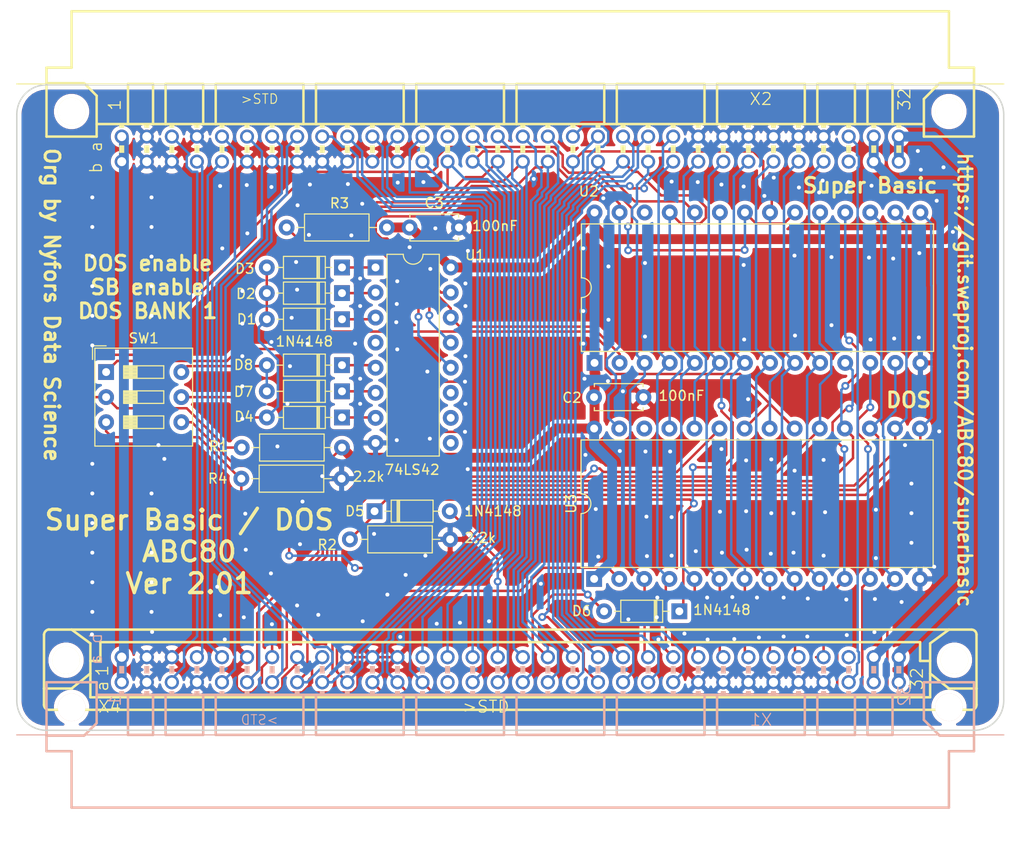
<source format=kicad_pcb>
(kicad_pcb (version 20171130) (host pcbnew 5.1.10-88a1d61d58~90~ubuntu20.04.1)

  (general
    (thickness 1.6)
    (drawings 14)
    (tracks 1035)
    (zones 0)
    (modules 21)
    (nets 56)
  )

  (page A4)
  (title_block
    (title SuperBasic)
    (date 2021-07-31)
    (rev 2.01)
    (company SweProj.com)
  )

  (layers
    (0 F.Cu signal)
    (31 B.Cu signal)
    (32 B.Adhes user)
    (33 F.Adhes user)
    (34 B.Paste user)
    (35 F.Paste user)
    (36 B.SilkS user)
    (37 F.SilkS user)
    (38 B.Mask user)
    (39 F.Mask user)
    (40 Dwgs.User user)
    (41 Cmts.User user)
    (42 Eco1.User user)
    (43 Eco2.User user)
    (44 Edge.Cuts user)
    (45 Margin user)
    (46 B.CrtYd user)
    (47 F.CrtYd user)
    (48 B.Fab user)
    (49 F.Fab user)
  )

  (setup
    (last_trace_width 0.25)
    (trace_clearance 0.2)
    (zone_clearance 0.4)
    (zone_45_only no)
    (trace_min 0.2)
    (via_size 0.8)
    (via_drill 0.4)
    (via_min_size 0.4)
    (via_min_drill 0.3)
    (uvia_size 0.3)
    (uvia_drill 0.1)
    (uvias_allowed no)
    (uvia_min_size 0.2)
    (uvia_min_drill 0.1)
    (edge_width 0.05)
    (segment_width 0.2)
    (pcb_text_width 0.3)
    (pcb_text_size 1.5 1.5)
    (mod_edge_width 0.12)
    (mod_text_size 1 1)
    (mod_text_width 0.15)
    (pad_size 1.524 1.524)
    (pad_drill 0.762)
    (pad_to_mask_clearance 0)
    (aux_axis_origin 0 0)
    (grid_origin 97.15 65.25)
    (visible_elements FFFFFF7F)
    (pcbplotparams
      (layerselection 0x010fc_ffffffff)
      (usegerberextensions false)
      (usegerberattributes true)
      (usegerberadvancedattributes true)
      (creategerberjobfile true)
      (excludeedgelayer true)
      (linewidth 0.100000)
      (plotframeref false)
      (viasonmask false)
      (mode 1)
      (useauxorigin false)
      (hpglpennumber 1)
      (hpglpenspeed 20)
      (hpglpendiameter 15.000000)
      (psnegative false)
      (psa4output false)
      (plotreference true)
      (plotvalue true)
      (plotinvisibletext false)
      (padsonsilk false)
      (subtractmaskfromsilk false)
      (outputformat 1)
      (mirror false)
      (drillshape 0)
      (scaleselection 1)
      (outputdirectory "v201"))
  )

  (net 0 "")
  (net 1 GND)
  (net 2 +5V)
  (net 3 /Q_2)
  (net 4 /Q_1)
  (net 5 /Q_0)
  (net 6 /A13)
  (net 7 /EA11)
  (net 8 /A11)
  (net 9 /A12)
  (net 10 /A15)
  (net 11 /A14)
  (net 12 /D2)
  (net 13 /D1)
  (net 14 /A8)
  (net 15 /D0)
  (net 16 /A9)
  (net 17 /A0)
  (net 18 /A1)
  (net 19 /A2)
  (net 20 /A10)
  (net 21 /A3)
  (net 22 /A4)
  (net 23 /D7)
  (net 24 /A5)
  (net 25 /D6)
  (net 26 /A6)
  (net 27 /D5)
  (net 28 /A7)
  (net 29 /D4)
  (net 30 /D3)
  (net 31 /Q_6)
  (net 32 /Q_5)
  (net 33 /Q_4)
  (net 34 /+12V)
  (net 35 /~INT)
  (net 36 /5)
  (net 37 /~XMEMFL)
  (net 38 /-12V)
  (net 39 /READY)
  (net 40 /~CS)
  (net 41 /~OUT)
  (net 42 /~C1)
  (net 43 /~C2)
  (net 44 /~C3)
  (net 45 /~C4)
  (net 46 /~INP)
  (net 47 /~STATUS)
  (net 48 /~RST)
  (net 49 /~XMEMW)
  (net 50 /~RESIN)
  (net 51 /~SB_CE)
  (net 52 /~DOS_CE)
  (net 53 /DOS_SEL)
  (net 54 /~SB_CE_SEL)
  (net 55 /~DOS_CE_SEL)

  (net_class Default "This is the default net class."
    (clearance 0.2)
    (trace_width 0.25)
    (via_dia 0.8)
    (via_drill 0.4)
    (uvia_dia 0.3)
    (uvia_drill 0.1)
    (add_net +5V)
    (add_net /+12V)
    (add_net /-12V)
    (add_net /5)
    (add_net /A0)
    (add_net /A1)
    (add_net /A10)
    (add_net /A11)
    (add_net /A12)
    (add_net /A13)
    (add_net /A14)
    (add_net /A15)
    (add_net /A2)
    (add_net /A3)
    (add_net /A4)
    (add_net /A5)
    (add_net /A6)
    (add_net /A7)
    (add_net /A8)
    (add_net /A9)
    (add_net /D0)
    (add_net /D1)
    (add_net /D2)
    (add_net /D3)
    (add_net /D4)
    (add_net /D5)
    (add_net /D6)
    (add_net /D7)
    (add_net /DOS_SEL)
    (add_net /EA11)
    (add_net /Q_0)
    (add_net /Q_1)
    (add_net /Q_2)
    (add_net /Q_4)
    (add_net /Q_5)
    (add_net /Q_6)
    (add_net /READY)
    (add_net /~C1)
    (add_net /~C2)
    (add_net /~C3)
    (add_net /~C4)
    (add_net /~CS)
    (add_net /~DOS_CE)
    (add_net /~DOS_CE_SEL)
    (add_net /~INP)
    (add_net /~INT)
    (add_net /~OUT)
    (add_net /~RESIN)
    (add_net /~RST)
    (add_net /~SB_CE)
    (add_net /~SB_CE_SEL)
    (add_net /~STATUS)
    (add_net /~XMEMFL)
    (add_net /~XMEMW)
    (add_net GND)
  )

  (module Button_Switch_THT:SW_DIP_SPSTx03_Slide_9.78x9.8mm_W7.62mm_P2.54mm (layer F.Cu) (tedit 5A4E1404) (tstamp 61086E02)
    (at 91.05 59.85)
    (descr "3x-dip-switch SPST , Slide, row spacing 7.62 mm (300 mils), body size 9.78x9.8mm (see e.g. https://www.ctscorp.com/wp-content/uploads/206-208.pdf)")
    (tags "DIP Switch SPST Slide 7.62mm 300mil")
    (path /6112F7AF)
    (fp_text reference SW1 (at 3.81 -3.42) (layer F.SilkS)
      (effects (font (size 1 1) (thickness 0.15)))
    )
    (fp_text value SW_DIP_x03 (at 3.81 8.5) (layer F.Fab)
      (effects (font (size 1 1) (thickness 0.15)))
    )
    (fp_line (start -0.08 -2.36) (end 8.7 -2.36) (layer F.Fab) (width 0.1))
    (fp_line (start 8.7 -2.36) (end 8.7 7.44) (layer F.Fab) (width 0.1))
    (fp_line (start 8.7 7.44) (end -1.08 7.44) (layer F.Fab) (width 0.1))
    (fp_line (start -1.08 7.44) (end -1.08 -1.36) (layer F.Fab) (width 0.1))
    (fp_line (start -1.08 -1.36) (end -0.08 -2.36) (layer F.Fab) (width 0.1))
    (fp_line (start 1.78 -0.635) (end 1.78 0.635) (layer F.Fab) (width 0.1))
    (fp_line (start 1.78 0.635) (end 5.84 0.635) (layer F.Fab) (width 0.1))
    (fp_line (start 5.84 0.635) (end 5.84 -0.635) (layer F.Fab) (width 0.1))
    (fp_line (start 5.84 -0.635) (end 1.78 -0.635) (layer F.Fab) (width 0.1))
    (fp_line (start 1.78 -0.535) (end 3.133333 -0.535) (layer F.Fab) (width 0.1))
    (fp_line (start 1.78 -0.435) (end 3.133333 -0.435) (layer F.Fab) (width 0.1))
    (fp_line (start 1.78 -0.335) (end 3.133333 -0.335) (layer F.Fab) (width 0.1))
    (fp_line (start 1.78 -0.235) (end 3.133333 -0.235) (layer F.Fab) (width 0.1))
    (fp_line (start 1.78 -0.135) (end 3.133333 -0.135) (layer F.Fab) (width 0.1))
    (fp_line (start 1.78 -0.035) (end 3.133333 -0.035) (layer F.Fab) (width 0.1))
    (fp_line (start 1.78 0.065) (end 3.133333 0.065) (layer F.Fab) (width 0.1))
    (fp_line (start 1.78 0.165) (end 3.133333 0.165) (layer F.Fab) (width 0.1))
    (fp_line (start 1.78 0.265) (end 3.133333 0.265) (layer F.Fab) (width 0.1))
    (fp_line (start 1.78 0.365) (end 3.133333 0.365) (layer F.Fab) (width 0.1))
    (fp_line (start 1.78 0.465) (end 3.133333 0.465) (layer F.Fab) (width 0.1))
    (fp_line (start 1.78 0.565) (end 3.133333 0.565) (layer F.Fab) (width 0.1))
    (fp_line (start 3.133333 -0.635) (end 3.133333 0.635) (layer F.Fab) (width 0.1))
    (fp_line (start 1.78 1.905) (end 1.78 3.175) (layer F.Fab) (width 0.1))
    (fp_line (start 1.78 3.175) (end 5.84 3.175) (layer F.Fab) (width 0.1))
    (fp_line (start 5.84 3.175) (end 5.84 1.905) (layer F.Fab) (width 0.1))
    (fp_line (start 5.84 1.905) (end 1.78 1.905) (layer F.Fab) (width 0.1))
    (fp_line (start 1.78 2.005) (end 3.133333 2.005) (layer F.Fab) (width 0.1))
    (fp_line (start 1.78 2.105) (end 3.133333 2.105) (layer F.Fab) (width 0.1))
    (fp_line (start 1.78 2.205) (end 3.133333 2.205) (layer F.Fab) (width 0.1))
    (fp_line (start 1.78 2.305) (end 3.133333 2.305) (layer F.Fab) (width 0.1))
    (fp_line (start 1.78 2.405) (end 3.133333 2.405) (layer F.Fab) (width 0.1))
    (fp_line (start 1.78 2.505) (end 3.133333 2.505) (layer F.Fab) (width 0.1))
    (fp_line (start 1.78 2.605) (end 3.133333 2.605) (layer F.Fab) (width 0.1))
    (fp_line (start 1.78 2.705) (end 3.133333 2.705) (layer F.Fab) (width 0.1))
    (fp_line (start 1.78 2.805) (end 3.133333 2.805) (layer F.Fab) (width 0.1))
    (fp_line (start 1.78 2.905) (end 3.133333 2.905) (layer F.Fab) (width 0.1))
    (fp_line (start 1.78 3.005) (end 3.133333 3.005) (layer F.Fab) (width 0.1))
    (fp_line (start 1.78 3.105) (end 3.133333 3.105) (layer F.Fab) (width 0.1))
    (fp_line (start 3.133333 1.905) (end 3.133333 3.175) (layer F.Fab) (width 0.1))
    (fp_line (start 1.78 4.445) (end 1.78 5.715) (layer F.Fab) (width 0.1))
    (fp_line (start 1.78 5.715) (end 5.84 5.715) (layer F.Fab) (width 0.1))
    (fp_line (start 5.84 5.715) (end 5.84 4.445) (layer F.Fab) (width 0.1))
    (fp_line (start 5.84 4.445) (end 1.78 4.445) (layer F.Fab) (width 0.1))
    (fp_line (start 1.78 4.545) (end 3.133333 4.545) (layer F.Fab) (width 0.1))
    (fp_line (start 1.78 4.645) (end 3.133333 4.645) (layer F.Fab) (width 0.1))
    (fp_line (start 1.78 4.745) (end 3.133333 4.745) (layer F.Fab) (width 0.1))
    (fp_line (start 1.78 4.845) (end 3.133333 4.845) (layer F.Fab) (width 0.1))
    (fp_line (start 1.78 4.945) (end 3.133333 4.945) (layer F.Fab) (width 0.1))
    (fp_line (start 1.78 5.045) (end 3.133333 5.045) (layer F.Fab) (width 0.1))
    (fp_line (start 1.78 5.145) (end 3.133333 5.145) (layer F.Fab) (width 0.1))
    (fp_line (start 1.78 5.245) (end 3.133333 5.245) (layer F.Fab) (width 0.1))
    (fp_line (start 1.78 5.345) (end 3.133333 5.345) (layer F.Fab) (width 0.1))
    (fp_line (start 1.78 5.445) (end 3.133333 5.445) (layer F.Fab) (width 0.1))
    (fp_line (start 1.78 5.545) (end 3.133333 5.545) (layer F.Fab) (width 0.1))
    (fp_line (start 1.78 5.645) (end 3.133333 5.645) (layer F.Fab) (width 0.1))
    (fp_line (start 3.133333 4.445) (end 3.133333 5.715) (layer F.Fab) (width 0.1))
    (fp_line (start -1.14 -2.42) (end 8.76 -2.42) (layer F.SilkS) (width 0.12))
    (fp_line (start -1.14 7.5) (end 8.76 7.5) (layer F.SilkS) (width 0.12))
    (fp_line (start -1.14 -2.42) (end -1.14 7.5) (layer F.SilkS) (width 0.12))
    (fp_line (start 8.76 -2.42) (end 8.76 7.5) (layer F.SilkS) (width 0.12))
    (fp_line (start -1.38 -2.66) (end 0.004 -2.66) (layer F.SilkS) (width 0.12))
    (fp_line (start -1.38 -2.66) (end -1.38 -1.277) (layer F.SilkS) (width 0.12))
    (fp_line (start 1.78 -0.635) (end 1.78 0.635) (layer F.SilkS) (width 0.12))
    (fp_line (start 1.78 0.635) (end 5.84 0.635) (layer F.SilkS) (width 0.12))
    (fp_line (start 5.84 0.635) (end 5.84 -0.635) (layer F.SilkS) (width 0.12))
    (fp_line (start 5.84 -0.635) (end 1.78 -0.635) (layer F.SilkS) (width 0.12))
    (fp_line (start 1.78 -0.515) (end 3.133333 -0.515) (layer F.SilkS) (width 0.12))
    (fp_line (start 1.78 -0.395) (end 3.133333 -0.395) (layer F.SilkS) (width 0.12))
    (fp_line (start 1.78 -0.275) (end 3.133333 -0.275) (layer F.SilkS) (width 0.12))
    (fp_line (start 1.78 -0.155) (end 3.133333 -0.155) (layer F.SilkS) (width 0.12))
    (fp_line (start 1.78 -0.035) (end 3.133333 -0.035) (layer F.SilkS) (width 0.12))
    (fp_line (start 1.78 0.085) (end 3.133333 0.085) (layer F.SilkS) (width 0.12))
    (fp_line (start 1.78 0.205) (end 3.133333 0.205) (layer F.SilkS) (width 0.12))
    (fp_line (start 1.78 0.325) (end 3.133333 0.325) (layer F.SilkS) (width 0.12))
    (fp_line (start 1.78 0.445) (end 3.133333 0.445) (layer F.SilkS) (width 0.12))
    (fp_line (start 1.78 0.565) (end 3.133333 0.565) (layer F.SilkS) (width 0.12))
    (fp_line (start 3.133333 -0.635) (end 3.133333 0.635) (layer F.SilkS) (width 0.12))
    (fp_line (start 1.78 1.905) (end 1.78 3.175) (layer F.SilkS) (width 0.12))
    (fp_line (start 1.78 3.175) (end 5.84 3.175) (layer F.SilkS) (width 0.12))
    (fp_line (start 5.84 3.175) (end 5.84 1.905) (layer F.SilkS) (width 0.12))
    (fp_line (start 5.84 1.905) (end 1.78 1.905) (layer F.SilkS) (width 0.12))
    (fp_line (start 1.78 2.025) (end 3.133333 2.025) (layer F.SilkS) (width 0.12))
    (fp_line (start 1.78 2.145) (end 3.133333 2.145) (layer F.SilkS) (width 0.12))
    (fp_line (start 1.78 2.265) (end 3.133333 2.265) (layer F.SilkS) (width 0.12))
    (fp_line (start 1.78 2.385) (end 3.133333 2.385) (layer F.SilkS) (width 0.12))
    (fp_line (start 1.78 2.505) (end 3.133333 2.505) (layer F.SilkS) (width 0.12))
    (fp_line (start 1.78 2.625) (end 3.133333 2.625) (layer F.SilkS) (width 0.12))
    (fp_line (start 1.78 2.745) (end 3.133333 2.745) (layer F.SilkS) (width 0.12))
    (fp_line (start 1.78 2.865) (end 3.133333 2.865) (layer F.SilkS) (width 0.12))
    (fp_line (start 1.78 2.985) (end 3.133333 2.985) (layer F.SilkS) (width 0.12))
    (fp_line (start 1.78 3.105) (end 3.133333 3.105) (layer F.SilkS) (width 0.12))
    (fp_line (start 3.133333 1.905) (end 3.133333 3.175) (layer F.SilkS) (width 0.12))
    (fp_line (start 1.78 4.445) (end 1.78 5.715) (layer F.SilkS) (width 0.12))
    (fp_line (start 1.78 5.715) (end 5.84 5.715) (layer F.SilkS) (width 0.12))
    (fp_line (start 5.84 5.715) (end 5.84 4.445) (layer F.SilkS) (width 0.12))
    (fp_line (start 5.84 4.445) (end 1.78 4.445) (layer F.SilkS) (width 0.12))
    (fp_line (start 1.78 4.565) (end 3.133333 4.565) (layer F.SilkS) (width 0.12))
    (fp_line (start 1.78 4.685) (end 3.133333 4.685) (layer F.SilkS) (width 0.12))
    (fp_line (start 1.78 4.805) (end 3.133333 4.805) (layer F.SilkS) (width 0.12))
    (fp_line (start 1.78 4.925) (end 3.133333 4.925) (layer F.SilkS) (width 0.12))
    (fp_line (start 1.78 5.045) (end 3.133333 5.045) (layer F.SilkS) (width 0.12))
    (fp_line (start 1.78 5.165) (end 3.133333 5.165) (layer F.SilkS) (width 0.12))
    (fp_line (start 1.78 5.285) (end 3.133333 5.285) (layer F.SilkS) (width 0.12))
    (fp_line (start 1.78 5.405) (end 3.133333 5.405) (layer F.SilkS) (width 0.12))
    (fp_line (start 1.78 5.525) (end 3.133333 5.525) (layer F.SilkS) (width 0.12))
    (fp_line (start 1.78 5.645) (end 3.133333 5.645) (layer F.SilkS) (width 0.12))
    (fp_line (start 3.133333 4.445) (end 3.133333 5.715) (layer F.SilkS) (width 0.12))
    (fp_line (start -1.35 -2.7) (end -1.35 7.75) (layer F.CrtYd) (width 0.05))
    (fp_line (start -1.35 7.75) (end 8.95 7.75) (layer F.CrtYd) (width 0.05))
    (fp_line (start 8.95 7.75) (end 8.95 -2.7) (layer F.CrtYd) (width 0.05))
    (fp_line (start 8.95 -2.7) (end -1.35 -2.7) (layer F.CrtYd) (width 0.05))
    (fp_text user on (at 5.365 -1.4975) (layer F.Fab)
      (effects (font (size 0.8 0.8) (thickness 0.12)))
    )
    (fp_text user %R (at 7.27 2.54 90) (layer F.Fab)
      (effects (font (size 0.8 0.8) (thickness 0.12)))
    )
    (pad 6 thru_hole oval (at 7.62 0) (size 1.6 1.6) (drill 0.8) (layers *.Cu *.Mask)
      (net 55 /~DOS_CE_SEL))
    (pad 3 thru_hole oval (at 0 5.08) (size 1.6 1.6) (drill 0.8) (layers *.Cu *.Mask)
      (net 53 /DOS_SEL))
    (pad 5 thru_hole oval (at 7.62 2.54) (size 1.6 1.6) (drill 0.8) (layers *.Cu *.Mask)
      (net 54 /~SB_CE_SEL))
    (pad 2 thru_hole oval (at 0 2.54) (size 1.6 1.6) (drill 0.8) (layers *.Cu *.Mask)
      (net 51 /~SB_CE))
    (pad 4 thru_hole oval (at 7.62 5.08) (size 1.6 1.6) (drill 0.8) (layers *.Cu *.Mask)
      (net 2 +5V))
    (pad 1 thru_hole rect (at 0 0) (size 1.6 1.6) (drill 0.8) (layers *.Cu *.Mask)
      (net 52 /~DOS_CE))
    (model ${KISYS3DMOD}/Button_Switch_THT.3dshapes/SW_DIP_SPSTx03_Slide_9.78x9.8mm_W7.62mm_P2.54mm.wrl
      (at (xyz 0 0 0))
      (scale (xyz 1 1 1))
      (rotate (xyz 0 0 90))
    )
  )

  (module Resistor_THT:R_Axial_DIN0207_L6.3mm_D2.5mm_P10.16mm_Horizontal (layer F.Cu) (tedit 5AE5139B) (tstamp 61086D87)
    (at 104.75 70.65)
    (descr "Resistor, Axial_DIN0207 series, Axial, Horizontal, pin pitch=10.16mm, 0.25W = 1/4W, length*diameter=6.3*2.5mm^2, http://cdn-reichelt.de/documents/datenblatt/B400/1_4W%23YAG.pdf")
    (tags "Resistor Axial_DIN0207 series Axial Horizontal pin pitch 10.16mm 0.25W = 1/4W length 6.3mm diameter 2.5mm")
    (path /610C9C0A)
    (fp_text reference R4 (at -2.4 0) (layer F.SilkS)
      (effects (font (size 1 1) (thickness 0.15)))
    )
    (fp_text value 2.2k (at 12.9 -0.2) (layer F.SilkS)
      (effects (font (size 1 1) (thickness 0.15)))
    )
    (fp_line (start 1.93 -1.25) (end 1.93 1.25) (layer F.Fab) (width 0.1))
    (fp_line (start 1.93 1.25) (end 8.23 1.25) (layer F.Fab) (width 0.1))
    (fp_line (start 8.23 1.25) (end 8.23 -1.25) (layer F.Fab) (width 0.1))
    (fp_line (start 8.23 -1.25) (end 1.93 -1.25) (layer F.Fab) (width 0.1))
    (fp_line (start 0 0) (end 1.93 0) (layer F.Fab) (width 0.1))
    (fp_line (start 10.16 0) (end 8.23 0) (layer F.Fab) (width 0.1))
    (fp_line (start 1.81 -1.37) (end 1.81 1.37) (layer F.SilkS) (width 0.12))
    (fp_line (start 1.81 1.37) (end 8.35 1.37) (layer F.SilkS) (width 0.12))
    (fp_line (start 8.35 1.37) (end 8.35 -1.37) (layer F.SilkS) (width 0.12))
    (fp_line (start 8.35 -1.37) (end 1.81 -1.37) (layer F.SilkS) (width 0.12))
    (fp_line (start 1.04 0) (end 1.81 0) (layer F.SilkS) (width 0.12))
    (fp_line (start 9.12 0) (end 8.35 0) (layer F.SilkS) (width 0.12))
    (fp_line (start -1.05 -1.5) (end -1.05 1.5) (layer F.CrtYd) (width 0.05))
    (fp_line (start -1.05 1.5) (end 11.21 1.5) (layer F.CrtYd) (width 0.05))
    (fp_line (start 11.21 1.5) (end 11.21 -1.5) (layer F.CrtYd) (width 0.05))
    (fp_line (start 11.21 -1.5) (end -1.05 -1.5) (layer F.CrtYd) (width 0.05))
    (fp_text user %R (at 5.08 0) (layer F.Fab)
      (effects (font (size 1 1) (thickness 0.15)))
    )
    (pad 2 thru_hole oval (at 10.16 0) (size 1.6 1.6) (drill 0.8) (layers *.Cu *.Mask)
      (net 1 GND))
    (pad 1 thru_hole circle (at 0 0) (size 1.6 1.6) (drill 0.8) (layers *.Cu *.Mask)
      (net 53 /DOS_SEL))
    (model ${KISYS3DMOD}/Resistor_THT.3dshapes/R_Axial_DIN0207_L6.3mm_D2.5mm_P10.16mm_Horizontal.wrl
      (at (xyz 0 0 0))
      (scale (xyz 1 1 1))
      (rotate (xyz 0 0 0))
    )
  )

  (module Package_DIP:DIP-28_W15.24mm (layer F.Cu) (tedit 5A02E8C5) (tstamp 61054825)
    (at 140.54 58.92 90)
    (descr "28-lead though-hole mounted DIP package, row spacing 15.24 mm (600 mils)")
    (tags "THT DIP DIL PDIP 2.54mm 15.24mm 600mil")
    (path /6104EE26)
    (fp_text reference U2 (at 17.37 -0.59 180) (layer F.SilkS)
      (effects (font (size 1 1) (thickness 0.15)))
    )
    (fp_text value 27C64 (at 7.62 35.35 90) (layer F.Fab)
      (effects (font (size 1 1) (thickness 0.15)))
    )
    (fp_line (start 1.255 -1.27) (end 14.985 -1.27) (layer F.Fab) (width 0.1))
    (fp_line (start 14.985 -1.27) (end 14.985 34.29) (layer F.Fab) (width 0.1))
    (fp_line (start 14.985 34.29) (end 0.255 34.29) (layer F.Fab) (width 0.1))
    (fp_line (start 0.255 34.29) (end 0.255 -0.27) (layer F.Fab) (width 0.1))
    (fp_line (start 0.255 -0.27) (end 1.255 -1.27) (layer F.Fab) (width 0.1))
    (fp_line (start 6.62 -1.33) (end 1.16 -1.33) (layer F.SilkS) (width 0.12))
    (fp_line (start 1.16 -1.33) (end 1.16 34.35) (layer F.SilkS) (width 0.12))
    (fp_line (start 1.16 34.35) (end 14.08 34.35) (layer F.SilkS) (width 0.12))
    (fp_line (start 14.08 34.35) (end 14.08 -1.33) (layer F.SilkS) (width 0.12))
    (fp_line (start 14.08 -1.33) (end 8.62 -1.33) (layer F.SilkS) (width 0.12))
    (fp_line (start -1.05 -1.55) (end -1.05 34.55) (layer F.CrtYd) (width 0.05))
    (fp_line (start -1.05 34.55) (end 16.3 34.55) (layer F.CrtYd) (width 0.05))
    (fp_line (start 16.3 34.55) (end 16.3 -1.55) (layer F.CrtYd) (width 0.05))
    (fp_line (start 16.3 -1.55) (end -1.05 -1.55) (layer F.CrtYd) (width 0.05))
    (fp_text user %R (at 7.62 16.51 90) (layer F.Fab)
      (effects (font (size 1 1) (thickness 0.15)))
    )
    (fp_arc (start 7.62 -1.33) (end 6.62 -1.33) (angle -180) (layer F.SilkS) (width 0.12))
    (pad 28 thru_hole oval (at 15.24 0 90) (size 1.6 1.6) (drill 0.8) (layers *.Cu *.Mask)
      (net 2 +5V))
    (pad 14 thru_hole oval (at 0 33.02 90) (size 1.6 1.6) (drill 0.8) (layers *.Cu *.Mask)
      (net 1 GND))
    (pad 27 thru_hole oval (at 15.24 2.54 90) (size 1.6 1.6) (drill 0.8) (layers *.Cu *.Mask)
      (net 11 /A14))
    (pad 13 thru_hole oval (at 0 30.48 90) (size 1.6 1.6) (drill 0.8) (layers *.Cu *.Mask)
      (net 12 /D2))
    (pad 26 thru_hole oval (at 15.24 5.08 90) (size 1.6 1.6) (drill 0.8) (layers *.Cu *.Mask))
    (pad 12 thru_hole oval (at 0 27.94 90) (size 1.6 1.6) (drill 0.8) (layers *.Cu *.Mask)
      (net 13 /D1))
    (pad 25 thru_hole oval (at 15.24 7.62 90) (size 1.6 1.6) (drill 0.8) (layers *.Cu *.Mask)
      (net 14 /A8))
    (pad 11 thru_hole oval (at 0 25.4 90) (size 1.6 1.6) (drill 0.8) (layers *.Cu *.Mask)
      (net 15 /D0))
    (pad 24 thru_hole oval (at 15.24 10.16 90) (size 1.6 1.6) (drill 0.8) (layers *.Cu *.Mask)
      (net 16 /A9))
    (pad 10 thru_hole oval (at 0 22.86 90) (size 1.6 1.6) (drill 0.8) (layers *.Cu *.Mask)
      (net 17 /A0))
    (pad 23 thru_hole oval (at 15.24 12.7 90) (size 1.6 1.6) (drill 0.8) (layers *.Cu *.Mask)
      (net 7 /EA11))
    (pad 9 thru_hole oval (at 0 20.32 90) (size 1.6 1.6) (drill 0.8) (layers *.Cu *.Mask)
      (net 18 /A1))
    (pad 22 thru_hole oval (at 15.24 15.24 90) (size 1.6 1.6) (drill 0.8) (layers *.Cu *.Mask)
      (net 51 /~SB_CE))
    (pad 8 thru_hole oval (at 0 17.78 90) (size 1.6 1.6) (drill 0.8) (layers *.Cu *.Mask)
      (net 19 /A2))
    (pad 21 thru_hole oval (at 15.24 17.78 90) (size 1.6 1.6) (drill 0.8) (layers *.Cu *.Mask)
      (net 20 /A10))
    (pad 7 thru_hole oval (at 0 15.24 90) (size 1.6 1.6) (drill 0.8) (layers *.Cu *.Mask)
      (net 21 /A3))
    (pad 20 thru_hole oval (at 15.24 20.32 90) (size 1.6 1.6) (drill 0.8) (layers *.Cu *.Mask)
      (net 51 /~SB_CE))
    (pad 6 thru_hole oval (at 0 12.7 90) (size 1.6 1.6) (drill 0.8) (layers *.Cu *.Mask)
      (net 22 /A4))
    (pad 19 thru_hole oval (at 15.24 22.86 90) (size 1.6 1.6) (drill 0.8) (layers *.Cu *.Mask)
      (net 23 /D7))
    (pad 5 thru_hole oval (at 0 10.16 90) (size 1.6 1.6) (drill 0.8) (layers *.Cu *.Mask)
      (net 24 /A5))
    (pad 18 thru_hole oval (at 15.24 25.4 90) (size 1.6 1.6) (drill 0.8) (layers *.Cu *.Mask)
      (net 25 /D6))
    (pad 4 thru_hole oval (at 0 7.62 90) (size 1.6 1.6) (drill 0.8) (layers *.Cu *.Mask)
      (net 26 /A6))
    (pad 17 thru_hole oval (at 15.24 27.94 90) (size 1.6 1.6) (drill 0.8) (layers *.Cu *.Mask)
      (net 27 /D5))
    (pad 3 thru_hole oval (at 0 5.08 90) (size 1.6 1.6) (drill 0.8) (layers *.Cu *.Mask)
      (net 28 /A7))
    (pad 16 thru_hole oval (at 15.24 30.48 90) (size 1.6 1.6) (drill 0.8) (layers *.Cu *.Mask)
      (net 29 /D4))
    (pad 2 thru_hole oval (at 0 2.54 90) (size 1.6 1.6) (drill 0.8) (layers *.Cu *.Mask)
      (net 9 /A12))
    (pad 15 thru_hole oval (at 15.24 33.02 90) (size 1.6 1.6) (drill 0.8) (layers *.Cu *.Mask)
      (net 30 /D3))
    (pad 1 thru_hole rect (at 0 0 90) (size 1.6 1.6) (drill 0.8) (layers *.Cu *.Mask)
      (net 2 +5V))
    (model ${KISYS3DMOD}/Package_DIP.3dshapes/DIP-28_W15.24mm.wrl
      (at (xyz 0 0 0))
      (scale (xyz 1 1 1))
      (rotate (xyz 0 0 0))
    )
  )

  (module Package_DIP:DIP-28_W15.24mm (layer F.Cu) (tedit 5A02E8C5) (tstamp 6105ADF4)
    (at 140.5 80.81 90)
    (descr "28-lead though-hole mounted DIP package, row spacing 15.24 mm (600 mils)")
    (tags "THT DIP DIL PDIP 2.54mm 15.24mm 600mil")
    (path /6108B15A)
    (fp_text reference U3 (at 7.62 -2.33 90) (layer F.SilkS)
      (effects (font (size 1 1) (thickness 0.15)))
    )
    (fp_text value 27C64 (at 7.62 35.35 90) (layer F.Fab)
      (effects (font (size 1 1) (thickness 0.15)))
    )
    (fp_line (start 16.3 -1.55) (end -1.05 -1.55) (layer F.CrtYd) (width 0.05))
    (fp_line (start 16.3 34.55) (end 16.3 -1.55) (layer F.CrtYd) (width 0.05))
    (fp_line (start -1.05 34.55) (end 16.3 34.55) (layer F.CrtYd) (width 0.05))
    (fp_line (start -1.05 -1.55) (end -1.05 34.55) (layer F.CrtYd) (width 0.05))
    (fp_line (start 14.08 -1.33) (end 8.62 -1.33) (layer F.SilkS) (width 0.12))
    (fp_line (start 14.08 34.35) (end 14.08 -1.33) (layer F.SilkS) (width 0.12))
    (fp_line (start 1.16 34.35) (end 14.08 34.35) (layer F.SilkS) (width 0.12))
    (fp_line (start 1.16 -1.33) (end 1.16 34.35) (layer F.SilkS) (width 0.12))
    (fp_line (start 6.62 -1.33) (end 1.16 -1.33) (layer F.SilkS) (width 0.12))
    (fp_line (start 0.255 -0.27) (end 1.255 -1.27) (layer F.Fab) (width 0.1))
    (fp_line (start 0.255 34.29) (end 0.255 -0.27) (layer F.Fab) (width 0.1))
    (fp_line (start 14.985 34.29) (end 0.255 34.29) (layer F.Fab) (width 0.1))
    (fp_line (start 14.985 -1.27) (end 14.985 34.29) (layer F.Fab) (width 0.1))
    (fp_line (start 1.255 -1.27) (end 14.985 -1.27) (layer F.Fab) (width 0.1))
    (fp_text user %R (at 7.62 16.51 90) (layer F.Fab)
      (effects (font (size 1 1) (thickness 0.15)))
    )
    (fp_arc (start 7.62 -1.33) (end 6.62 -1.33) (angle -180) (layer F.SilkS) (width 0.12))
    (pad 28 thru_hole oval (at 15.24 0 90) (size 1.6 1.6) (drill 0.8) (layers *.Cu *.Mask)
      (net 2 +5V))
    (pad 14 thru_hole oval (at 0 33.02 90) (size 1.6 1.6) (drill 0.8) (layers *.Cu *.Mask)
      (net 1 GND))
    (pad 27 thru_hole oval (at 15.24 2.54 90) (size 1.6 1.6) (drill 0.8) (layers *.Cu *.Mask)
      (net 11 /A14))
    (pad 13 thru_hole oval (at 0 30.48 90) (size 1.6 1.6) (drill 0.8) (layers *.Cu *.Mask)
      (net 12 /D2))
    (pad 26 thru_hole oval (at 15.24 5.08 90) (size 1.6 1.6) (drill 0.8) (layers *.Cu *.Mask))
    (pad 12 thru_hole oval (at 0 27.94 90) (size 1.6 1.6) (drill 0.8) (layers *.Cu *.Mask)
      (net 13 /D1))
    (pad 25 thru_hole oval (at 15.24 7.62 90) (size 1.6 1.6) (drill 0.8) (layers *.Cu *.Mask)
      (net 14 /A8))
    (pad 11 thru_hole oval (at 0 25.4 90) (size 1.6 1.6) (drill 0.8) (layers *.Cu *.Mask)
      (net 15 /D0))
    (pad 24 thru_hole oval (at 15.24 10.16 90) (size 1.6 1.6) (drill 0.8) (layers *.Cu *.Mask)
      (net 16 /A9))
    (pad 10 thru_hole oval (at 0 22.86 90) (size 1.6 1.6) (drill 0.8) (layers *.Cu *.Mask)
      (net 17 /A0))
    (pad 23 thru_hole oval (at 15.24 12.7 90) (size 1.6 1.6) (drill 0.8) (layers *.Cu *.Mask)
      (net 8 /A11))
    (pad 9 thru_hole oval (at 0 20.32 90) (size 1.6 1.6) (drill 0.8) (layers *.Cu *.Mask)
      (net 18 /A1))
    (pad 22 thru_hole oval (at 15.24 15.24 90) (size 1.6 1.6) (drill 0.8) (layers *.Cu *.Mask)
      (net 52 /~DOS_CE))
    (pad 8 thru_hole oval (at 0 17.78 90) (size 1.6 1.6) (drill 0.8) (layers *.Cu *.Mask)
      (net 19 /A2))
    (pad 21 thru_hole oval (at 15.24 17.78 90) (size 1.6 1.6) (drill 0.8) (layers *.Cu *.Mask)
      (net 20 /A10))
    (pad 7 thru_hole oval (at 0 15.24 90) (size 1.6 1.6) (drill 0.8) (layers *.Cu *.Mask)
      (net 21 /A3))
    (pad 20 thru_hole oval (at 15.24 20.32 90) (size 1.6 1.6) (drill 0.8) (layers *.Cu *.Mask)
      (net 52 /~DOS_CE))
    (pad 6 thru_hole oval (at 0 12.7 90) (size 1.6 1.6) (drill 0.8) (layers *.Cu *.Mask)
      (net 22 /A4))
    (pad 19 thru_hole oval (at 15.24 22.86 90) (size 1.6 1.6) (drill 0.8) (layers *.Cu *.Mask)
      (net 23 /D7))
    (pad 5 thru_hole oval (at 0 10.16 90) (size 1.6 1.6) (drill 0.8) (layers *.Cu *.Mask)
      (net 24 /A5))
    (pad 18 thru_hole oval (at 15.24 25.4 90) (size 1.6 1.6) (drill 0.8) (layers *.Cu *.Mask)
      (net 25 /D6))
    (pad 4 thru_hole oval (at 0 7.62 90) (size 1.6 1.6) (drill 0.8) (layers *.Cu *.Mask)
      (net 26 /A6))
    (pad 17 thru_hole oval (at 15.24 27.94 90) (size 1.6 1.6) (drill 0.8) (layers *.Cu *.Mask)
      (net 27 /D5))
    (pad 3 thru_hole oval (at 0 5.08 90) (size 1.6 1.6) (drill 0.8) (layers *.Cu *.Mask)
      (net 28 /A7))
    (pad 16 thru_hole oval (at 15.24 30.48 90) (size 1.6 1.6) (drill 0.8) (layers *.Cu *.Mask)
      (net 29 /D4))
    (pad 2 thru_hole oval (at 0 2.54 90) (size 1.6 1.6) (drill 0.8) (layers *.Cu *.Mask)
      (net 53 /DOS_SEL))
    (pad 15 thru_hole oval (at 15.24 33.02 90) (size 1.6 1.6) (drill 0.8) (layers *.Cu *.Mask)
      (net 30 /D3))
    (pad 1 thru_hole rect (at 0 0 90) (size 1.6 1.6) (drill 0.8) (layers *.Cu *.Mask)
      (net 2 +5V))
    (model ${KISYS3DMOD}/Package_DIP.3dshapes/DIP-28_W15.24mm.wrl
      (at (xyz 0 0 0))
      (scale (xyz 1 1 1))
      (rotate (xyz 0 0 0))
    )
  )

  (module superbasic:FAB64B (layer F.Cu) (tedit 0) (tstamp 61067223)
    (at 132 90.01 90)
    (descr "<b>DIN 41612 CONNECTOR</b>\n<p>\nFemale, 64 pins, type B, rows AB, grid 2.54 mm.<br />\nB mates with Q, but pin numbers reversed.\n</p>")
    (path /62580A7B)
    (fp_text reference X4 (at -4.445 -39.37 180) (layer F.SilkS)
      (effects (font (size 1.2065 1.2065) (thickness 0.12065)) (justify right bottom))
    )
    (fp_text value ABC-Bus (at -4.445 34.29 180) (layer F.Fab)
      (effects (font (size 1.2065 1.2065) (thickness 0.12065)) (justify right bottom))
    )
    (fp_poly (pts (xy 0.889 -38.735) (xy 1.651 -38.735) (xy 1.651 -40.005) (xy 0.889 -40.005)) (layer F.Fab) (width 0))
    (fp_poly (pts (xy 0.889 -36.195) (xy 1.651 -36.195) (xy 1.651 -37.465) (xy 0.889 -37.465)) (layer F.Fab) (width 0))
    (fp_poly (pts (xy 0.889 -33.655) (xy 1.651 -33.655) (xy 1.651 -34.925) (xy 0.889 -34.925)) (layer F.Fab) (width 0))
    (fp_poly (pts (xy 0.889 -31.115) (xy 1.651 -31.115) (xy 1.651 -32.385) (xy 0.889 -32.385)) (layer F.Fab) (width 0))
    (fp_poly (pts (xy 0.889 -28.575) (xy 1.651 -28.575) (xy 1.651 -29.845) (xy 0.889 -29.845)) (layer F.Fab) (width 0))
    (fp_poly (pts (xy 0.889 -26.035) (xy 1.651 -26.035) (xy 1.651 -27.305) (xy 0.889 -27.305)) (layer F.Fab) (width 0))
    (fp_poly (pts (xy -1.651 -38.735) (xy -0.889 -38.735) (xy -0.889 -40.005) (xy -1.651 -40.005)) (layer F.Fab) (width 0))
    (fp_poly (pts (xy -1.651 -36.195) (xy -0.889 -36.195) (xy -0.889 -37.465) (xy -1.651 -37.465)) (layer F.Fab) (width 0))
    (fp_poly (pts (xy -1.651 -33.655) (xy -0.889 -33.655) (xy -0.889 -34.925) (xy -1.651 -34.925)) (layer F.Fab) (width 0))
    (fp_poly (pts (xy -1.651 -31.115) (xy -0.889 -31.115) (xy -0.889 -32.385) (xy -1.651 -32.385)) (layer F.Fab) (width 0))
    (fp_poly (pts (xy -1.651 -28.575) (xy -0.889 -28.575) (xy -0.889 -29.845) (xy -1.651 -29.845)) (layer F.Fab) (width 0))
    (fp_poly (pts (xy -1.651 -26.035) (xy -0.889 -26.035) (xy -0.889 -27.305) (xy -1.651 -27.305)) (layer F.Fab) (width 0))
    (fp_poly (pts (xy -1.651 -23.495) (xy -0.889 -23.495) (xy -0.889 -24.765) (xy -1.651 -24.765)) (layer F.Fab) (width 0))
    (fp_poly (pts (xy -1.651 -20.955) (xy -0.889 -20.955) (xy -0.889 -22.225) (xy -1.651 -22.225)) (layer F.Fab) (width 0))
    (fp_poly (pts (xy -1.651 -18.415) (xy -0.889 -18.415) (xy -0.889 -19.685) (xy -1.651 -19.685)) (layer F.Fab) (width 0))
    (fp_poly (pts (xy -1.651 -15.875) (xy -0.889 -15.875) (xy -0.889 -17.145) (xy -1.651 -17.145)) (layer F.Fab) (width 0))
    (fp_poly (pts (xy -1.651 -13.335) (xy -0.889 -13.335) (xy -0.889 -14.605) (xy -1.651 -14.605)) (layer F.Fab) (width 0))
    (fp_poly (pts (xy -1.651 -10.795) (xy -0.889 -10.795) (xy -0.889 -12.065) (xy -1.651 -12.065)) (layer F.Fab) (width 0))
    (fp_poly (pts (xy -1.651 -8.255) (xy -0.889 -8.255) (xy -0.889 -9.525) (xy -1.651 -9.525)) (layer F.Fab) (width 0))
    (fp_poly (pts (xy -1.651 -5.715) (xy -0.889 -5.715) (xy -0.889 -6.985) (xy -1.651 -6.985)) (layer F.Fab) (width 0))
    (fp_poly (pts (xy -1.651 -3.175) (xy -0.889 -3.175) (xy -0.889 -4.445) (xy -1.651 -4.445)) (layer F.Fab) (width 0))
    (fp_poly (pts (xy -1.651 -0.635) (xy -0.889 -0.635) (xy -0.889 -1.905) (xy -1.651 -1.905)) (layer F.Fab) (width 0))
    (fp_poly (pts (xy -1.651 1.905) (xy -0.889 1.905) (xy -0.889 0.635) (xy -1.651 0.635)) (layer F.Fab) (width 0))
    (fp_poly (pts (xy -1.651 4.445) (xy -0.889 4.445) (xy -0.889 3.175) (xy -1.651 3.175)) (layer F.Fab) (width 0))
    (fp_poly (pts (xy -1.651 6.985) (xy -0.889 6.985) (xy -0.889 5.715) (xy -1.651 5.715)) (layer F.Fab) (width 0))
    (fp_poly (pts (xy -1.651 9.525) (xy -0.889 9.525) (xy -0.889 8.255) (xy -1.651 8.255)) (layer F.Fab) (width 0))
    (fp_poly (pts (xy -1.651 12.065) (xy -0.889 12.065) (xy -0.889 10.795) (xy -1.651 10.795)) (layer F.Fab) (width 0))
    (fp_poly (pts (xy -1.651 14.605) (xy -0.889 14.605) (xy -0.889 13.335) (xy -1.651 13.335)) (layer F.Fab) (width 0))
    (fp_poly (pts (xy 0.889 -23.495) (xy 1.651 -23.495) (xy 1.651 -24.765) (xy 0.889 -24.765)) (layer F.Fab) (width 0))
    (fp_poly (pts (xy 0.889 -20.955) (xy 1.651 -20.955) (xy 1.651 -22.225) (xy 0.889 -22.225)) (layer F.Fab) (width 0))
    (fp_poly (pts (xy 0.889 -18.415) (xy 1.651 -18.415) (xy 1.651 -19.685) (xy 0.889 -19.685)) (layer F.Fab) (width 0))
    (fp_poly (pts (xy 0.889 -15.875) (xy 1.651 -15.875) (xy 1.651 -17.145) (xy 0.889 -17.145)) (layer F.Fab) (width 0))
    (fp_poly (pts (xy 0.889 -13.335) (xy 1.651 -13.335) (xy 1.651 -14.605) (xy 0.889 -14.605)) (layer F.Fab) (width 0))
    (fp_poly (pts (xy 0.889 -10.795) (xy 1.651 -10.795) (xy 1.651 -12.065) (xy 0.889 -12.065)) (layer F.Fab) (width 0))
    (fp_poly (pts (xy 0.889 -8.255) (xy 1.651 -8.255) (xy 1.651 -9.525) (xy 0.889 -9.525)) (layer F.Fab) (width 0))
    (fp_poly (pts (xy 0.889 -5.715) (xy 1.651 -5.715) (xy 1.651 -6.985) (xy 0.889 -6.985)) (layer F.Fab) (width 0))
    (fp_poly (pts (xy 0.889 -3.175) (xy 1.651 -3.175) (xy 1.651 -4.445) (xy 0.889 -4.445)) (layer F.Fab) (width 0))
    (fp_poly (pts (xy 0.889 -0.635) (xy 1.651 -0.635) (xy 1.651 -1.905) (xy 0.889 -1.905)) (layer F.Fab) (width 0))
    (fp_poly (pts (xy 0.889 1.905) (xy 1.651 1.905) (xy 1.651 0.635) (xy 0.889 0.635)) (layer F.Fab) (width 0))
    (fp_poly (pts (xy 0.889 4.445) (xy 1.651 4.445) (xy 1.651 3.175) (xy 0.889 3.175)) (layer F.Fab) (width 0))
    (fp_poly (pts (xy 0.889 6.985) (xy 1.651 6.985) (xy 1.651 5.715) (xy 0.889 5.715)) (layer F.Fab) (width 0))
    (fp_poly (pts (xy 0.889 9.525) (xy 1.651 9.525) (xy 1.651 8.255) (xy 0.889 8.255)) (layer F.Fab) (width 0))
    (fp_poly (pts (xy 0.889 12.065) (xy 1.651 12.065) (xy 1.651 10.795) (xy 0.889 10.795)) (layer F.Fab) (width 0))
    (fp_poly (pts (xy 0.889 14.605) (xy 1.651 14.605) (xy 1.651 13.335) (xy 0.889 13.335)) (layer F.Fab) (width 0))
    (fp_poly (pts (xy -1.651 17.145) (xy -0.889 17.145) (xy -0.889 15.875) (xy -1.651 15.875)) (layer F.Fab) (width 0))
    (fp_poly (pts (xy 0.889 17.145) (xy 1.651 17.145) (xy 1.651 15.875) (xy 0.889 15.875)) (layer F.Fab) (width 0))
    (fp_poly (pts (xy 0.889 19.685) (xy 1.651 19.685) (xy 1.651 18.415) (xy 0.889 18.415)) (layer F.Fab) (width 0))
    (fp_poly (pts (xy 0.889 22.225) (xy 1.651 22.225) (xy 1.651 20.955) (xy 0.889 20.955)) (layer F.Fab) (width 0))
    (fp_poly (pts (xy -1.651 19.685) (xy -0.889 19.685) (xy -0.889 18.415) (xy -1.651 18.415)) (layer F.Fab) (width 0))
    (fp_poly (pts (xy -1.651 22.225) (xy -0.889 22.225) (xy -0.889 20.955) (xy -1.651 20.955)) (layer F.Fab) (width 0))
    (fp_poly (pts (xy -1.651 24.765) (xy -0.889 24.765) (xy -0.889 23.495) (xy -1.651 23.495)) (layer F.Fab) (width 0))
    (fp_poly (pts (xy 0.889 24.765) (xy 1.651 24.765) (xy 1.651 23.495) (xy 0.889 23.495)) (layer F.Fab) (width 0))
    (fp_poly (pts (xy 0.889 27.305) (xy 1.651 27.305) (xy 1.651 26.035) (xy 0.889 26.035)) (layer F.Fab) (width 0))
    (fp_poly (pts (xy 0.889 29.845) (xy 1.651 29.845) (xy 1.651 28.575) (xy 0.889 28.575)) (layer F.Fab) (width 0))
    (fp_poly (pts (xy -1.651 27.305) (xy -0.889 27.305) (xy -0.889 26.035) (xy -1.651 26.035)) (layer F.Fab) (width 0))
    (fp_poly (pts (xy -1.651 29.845) (xy -0.889 29.845) (xy -0.889 28.575) (xy -1.651 28.575)) (layer F.Fab) (width 0))
    (fp_poly (pts (xy 0.889 32.385) (xy 1.651 32.385) (xy 1.651 31.115) (xy 0.889 31.115)) (layer F.Fab) (width 0))
    (fp_poly (pts (xy 0.889 34.925) (xy 1.651 34.925) (xy 1.651 33.655) (xy 0.889 33.655)) (layer F.Fab) (width 0))
    (fp_poly (pts (xy -1.651 32.385) (xy -0.889 32.385) (xy -0.889 31.115) (xy -1.651 31.115)) (layer F.Fab) (width 0))
    (fp_poly (pts (xy -1.651 34.925) (xy -0.889 34.925) (xy -0.889 33.655) (xy -1.651 33.655)) (layer F.Fab) (width 0))
    (fp_poly (pts (xy -1.651 37.465) (xy -0.889 37.465) (xy -0.889 36.195) (xy -1.651 36.195)) (layer F.Fab) (width 0))
    (fp_poly (pts (xy 0.889 37.465) (xy 1.651 37.465) (xy 1.651 36.195) (xy 0.889 36.195)) (layer F.Fab) (width 0))
    (fp_poly (pts (xy -1.651 40.005) (xy -0.889 40.005) (xy -0.889 38.735) (xy -1.651 38.735)) (layer F.Fab) (width 0))
    (fp_poly (pts (xy 0.889 40.005) (xy 1.651 40.005) (xy 1.651 38.735) (xy 0.889 38.735)) (layer F.Fab) (width 0))
    (fp_circle (center 0.9652 -45.0088) (end 2.2352 -45.0088) (layer F.SilkS) (width 0.254))
    (fp_circle (center 0.9652 -45.0088) (end 3.2512 -45.0088) (layer Dwgs.User) (width 1.778))
    (fp_circle (center 0.9652 -45.0088) (end 3.2512 -45.0088) (layer Dwgs.User) (width 1.778))
    (fp_circle (center 0.9652 45.0088) (end 2.2352 45.0088) (layer F.SilkS) (width 0.254))
    (fp_circle (center 0.9652 45.0088) (end 3.2512 45.0088) (layer Dwgs.User) (width 1.778))
    (fp_circle (center 0.9652 45.0088) (end 3.2512 45.0088) (layer Dwgs.User) (width 1.778))
    (fp_line (start 4.064 46.736) (end 4.064 44.45) (layer F.SilkS) (width 0.254))
    (fp_line (start -4.064 46.736) (end -4.064 -46.736) (layer F.SilkS) (width 0.254))
    (fp_line (start -3.556 47.244) (end -1.905 47.244) (layer F.SilkS) (width 0.254))
    (fp_line (start 3.556 -47.244) (end -1.905 -47.244) (layer F.SilkS) (width 0.254))
    (fp_line (start -0.381 -42.545) (end -2.794 -42.545) (layer F.SilkS) (width 0.254))
    (fp_line (start 0.635 -42.291) (end -2.54 -42.291) (layer F.Fab) (width 0.254))
    (fp_line (start -0.381 -42.545) (end 0.889 -42.545) (layer F.SilkS) (width 0.254))
    (fp_line (start 0.635 -41.275) (end 0.635 -42.291) (layer F.Fab) (width 0.254))
    (fp_line (start 0.889 -42.545) (end 2.667 -42.545) (layer F.SilkS) (width 0.254))
    (fp_line (start 0.889 -41.529) (end 0.889 -42.545) (layer F.SilkS) (width 0.254))
    (fp_line (start 2.794 -41.529) (end 0.889 -41.529) (layer F.SilkS) (width 0.254))
    (fp_line (start -2.794 42.545) (end -2.794 -42.545) (layer F.SilkS) (width 0.254))
    (fp_line (start 2.794 41.529) (end 2.794 -41.529) (layer F.SilkS) (width 0.254))
    (fp_line (start 0.889 41.529) (end 2.794 41.529) (layer F.SilkS) (width 0.254))
    (fp_line (start 0.889 42.545) (end 2.667 42.545) (layer F.SilkS) (width 0.254))
    (fp_line (start 0.889 42.545) (end 0.889 41.529) (layer F.SilkS) (width 0.254))
    (fp_line (start -0.381 42.545) (end -2.794 42.545) (layer F.SilkS) (width 0.254))
    (fp_line (start 0.635 42.291) (end -2.54 42.291) (layer F.Fab) (width 0.254))
    (fp_line (start 0.889 42.545) (end -0.381 42.545) (layer F.SilkS) (width 0.254))
    (fp_line (start 0.635 41.275) (end 0.635 42.291) (layer F.Fab) (width 0.254))
    (fp_line (start 2.667 42.545) (end 4.064 44.45) (layer F.SilkS) (width 0.254))
    (fp_line (start 4.064 -44.45) (end 4.064 44.45) (layer F.SilkS) (width 0.254))
    (fp_line (start 2.667 -42.545) (end 4.064 -44.45) (layer F.SilkS) (width 0.254))
    (fp_line (start 4.064 -44.45) (end 4.064 -46.736) (layer F.SilkS) (width 0.254))
    (fp_line (start -0.381 42.545) (end -1.905 44.45) (layer F.SilkS) (width 0.254))
    (fp_line (start -1.905 47.244) (end 3.556 47.244) (layer F.SilkS) (width 0.254))
    (fp_line (start -1.905 47.244) (end -1.905 44.45) (layer F.SilkS) (width 0.254))
    (fp_line (start -0.381 -42.545) (end -1.905 -44.45) (layer F.SilkS) (width 0.254))
    (fp_line (start -1.905 -47.244) (end -3.556 -47.244) (layer F.SilkS) (width 0.254))
    (fp_line (start -1.905 -47.244) (end -1.905 -44.45) (layer F.SilkS) (width 0.254))
    (fp_line (start 2.54 -41.275) (end 0.635 -41.275) (layer F.Fab) (width 0.254))
    (fp_line (start 2.54 41.275) (end 2.54 -41.275) (layer F.Fab) (width 0.254))
    (fp_line (start 0.635 41.275) (end 2.54 41.275) (layer F.Fab) (width 0.254))
    (fp_line (start -2.54 -42.291) (end -2.54 42.291) (layer F.Fab) (width 0.254))
    (fp_text user >STD (at -4.445 0) (layer F.SilkS)
      (effects (font (size 1.2065 1.2065) (thickness 0.127)) (justify right bottom))
    )
    (fp_text user 1 (at -0.762 -40.64 90) (layer F.SilkS)
      (effects (font (size 1.2065 1.2065) (thickness 0.127)) (justify left bottom))
    )
    (fp_text user a (at -2.286 -40.64 90) (layer F.SilkS)
      (effects (font (size 1.2065 1.2065) (thickness 0.127)) (justify left bottom))
    )
    (fp_text user 32 (at -2.159 41.91 90) (layer F.SilkS)
      (effects (font (size 1.2065 1.2065) (thickness 0.127)) (justify left bottom))
    )
    (fp_arc (start -3.556 46.736) (end -4.064 46.736) (angle -90) (layer F.SilkS) (width 0.254))
    (fp_arc (start 3.556 46.736) (end 3.556 47.244) (angle -90) (layer F.SilkS) (width 0.254))
    (fp_arc (start 3.504755 -46.659599) (end 3.556 -47.244) (angle 77.21006) (layer F.SilkS) (width 0.254))
    (fp_arc (start -3.556 -46.736) (end -4.064 -46.736) (angle 90) (layer F.SilkS) (width 0.254))
    (pad "" np_thru_hole circle (at 0.9652 -45.0088 90) (size 2.794 2.794) (drill 2.794) (layers *.Cu *.Mask))
    (pad "" np_thru_hole circle (at 0.9652 45.0088 90) (size 2.794 2.794) (drill 2.794) (layers *.Cu *.Mask))
    (pad B32 thru_hole circle (at 1.27 39.37 90) (size 1.4224 1.4224) (drill 0.9144) (layers *.Cu *.Mask)
      (net 34 /+12V) (solder_mask_margin 0.1016))
    (pad B31 thru_hole circle (at 1.27 36.83 90) (size 1.4224 1.4224) (drill 0.9144) (layers *.Cu *.Mask)
      (net 2 +5V) (solder_mask_margin 0.1016))
    (pad B30 thru_hole circle (at 1.27 34.29 90) (size 1.4224 1.4224) (drill 0.9144) (layers *.Cu *.Mask)
      (solder_mask_margin 0.1016))
    (pad B29 thru_hole circle (at 1.27 31.75 90) (size 1.4224 1.4224) (drill 0.9144) (layers *.Cu *.Mask)
      (net 17 /A0) (solder_mask_margin 0.1016))
    (pad B28 thru_hole circle (at 1.27 29.21 90) (size 1.4224 1.4224) (drill 0.9144) (layers *.Cu *.Mask)
      (net 18 /A1) (solder_mask_margin 0.1016))
    (pad B27 thru_hole circle (at 1.27 26.67 90) (size 1.4224 1.4224) (drill 0.9144) (layers *.Cu *.Mask)
      (net 19 /A2) (solder_mask_margin 0.1016))
    (pad B26 thru_hole circle (at 1.27 24.13 90) (size 1.4224 1.4224) (drill 0.9144) (layers *.Cu *.Mask)
      (net 21 /A3) (solder_mask_margin 0.1016))
    (pad B25 thru_hole circle (at 1.27 21.59 90) (size 1.4224 1.4224) (drill 0.9144) (layers *.Cu *.Mask)
      (net 22 /A4) (solder_mask_margin 0.1016))
    (pad B24 thru_hole circle (at 1.27 19.05 90) (size 1.4224 1.4224) (drill 0.9144) (layers *.Cu *.Mask)
      (net 24 /A5) (solder_mask_margin 0.1016))
    (pad B23 thru_hole circle (at 1.27 16.51 90) (size 1.4224 1.4224) (drill 0.9144) (layers *.Cu *.Mask)
      (net 26 /A6) (solder_mask_margin 0.1016))
    (pad B22 thru_hole circle (at 1.27 13.97 90) (size 1.4224 1.4224) (drill 0.9144) (layers *.Cu *.Mask)
      (net 28 /A7) (solder_mask_margin 0.1016))
    (pad B21 thru_hole circle (at 1.27 11.43 90) (size 1.4224 1.4224) (drill 0.9144) (layers *.Cu *.Mask)
      (net 14 /A8) (solder_mask_margin 0.1016))
    (pad B20 thru_hole circle (at 1.27 8.89 90) (size 1.4224 1.4224) (drill 0.9144) (layers *.Cu *.Mask)
      (net 16 /A9) (solder_mask_margin 0.1016))
    (pad B19 thru_hole circle (at 1.27 6.35 90) (size 1.4224 1.4224) (drill 0.9144) (layers *.Cu *.Mask)
      (net 20 /A10) (solder_mask_margin 0.1016))
    (pad B18 thru_hole circle (at 1.27 3.81 90) (size 1.4224 1.4224) (drill 0.9144) (layers *.Cu *.Mask)
      (net 8 /A11) (solder_mask_margin 0.1016))
    (pad B17 thru_hole circle (at 1.27 1.27 90) (size 1.4224 1.4224) (drill 0.9144) (layers *.Cu *.Mask)
      (net 9 /A12) (solder_mask_margin 0.1016))
    (pad B16 thru_hole circle (at 1.27 -1.27 90) (size 1.4224 1.4224) (drill 0.9144) (layers *.Cu *.Mask)
      (net 6 /A13) (solder_mask_margin 0.1016))
    (pad B15 thru_hole circle (at 1.27 -3.81 90) (size 1.4224 1.4224) (drill 0.9144) (layers *.Cu *.Mask)
      (net 11 /A14) (solder_mask_margin 0.1016))
    (pad B14 thru_hole circle (at 1.27 -6.35 90) (size 1.4224 1.4224) (drill 0.9144) (layers *.Cu *.Mask)
      (net 10 /A15) (solder_mask_margin 0.1016))
    (pad B13 thru_hole circle (at 1.27 -8.89 90) (size 1.4224 1.4224) (drill 0.9144) (layers *.Cu *.Mask)
      (net 35 /~INT) (solder_mask_margin 0.1016))
    (pad B12 thru_hole circle (at 1.27 -11.43 90) (size 1.4224 1.4224) (drill 0.9144) (layers *.Cu *.Mask)
      (net 1 GND) (solder_mask_margin 0.1016))
    (pad B11 thru_hole circle (at 1.27 -13.97 90) (size 1.4224 1.4224) (drill 0.9144) (layers *.Cu *.Mask)
      (net 1 GND) (solder_mask_margin 0.1016))
    (pad B10 thru_hole circle (at 1.27 -16.51 90) (size 1.4224 1.4224) (drill 0.9144) (layers *.Cu *.Mask)
      (net 1 GND) (solder_mask_margin 0.1016))
    (pad B9 thru_hole circle (at 1.27 -19.05 90) (size 1.4224 1.4224) (drill 0.9144) (layers *.Cu *.Mask)
      (net 1 GND) (solder_mask_margin 0.1016))
    (pad B8 thru_hole circle (at 1.27 -21.59 90) (size 1.4224 1.4224) (drill 0.9144) (layers *.Cu *.Mask)
      (net 1 GND) (solder_mask_margin 0.1016))
    (pad B7 thru_hole circle (at 1.27 -24.13 90) (size 1.4224 1.4224) (drill 0.9144) (layers *.Cu *.Mask)
      (net 1 GND) (solder_mask_margin 0.1016))
    (pad B6 thru_hole circle (at 1.27 -26.67 90) (size 1.4224 1.4224) (drill 0.9144) (layers *.Cu *.Mask)
      (net 1 GND) (solder_mask_margin 0.1016))
    (pad B5 thru_hole circle (at 1.27 -29.21 90) (size 1.4224 1.4224) (drill 0.9144) (layers *.Cu *.Mask)
      (net 36 /5) (solder_mask_margin 0.1016))
    (pad B4 thru_hole circle (at 1.27 -31.75 90) (size 1.4224 1.4224) (drill 0.9144) (layers *.Cu *.Mask)
      (net 37 /~XMEMFL) (solder_mask_margin 0.1016))
    (pad B3 thru_hole circle (at 1.27 -34.29 90) (size 1.4224 1.4224) (drill 0.9144) (layers *.Cu *.Mask)
      (net 1 GND) (solder_mask_margin 0.1016))
    (pad B2 thru_hole circle (at 1.27 -36.83 90) (size 1.4224 1.4224) (drill 0.9144) (layers *.Cu *.Mask)
      (net 1 GND) (solder_mask_margin 0.1016))
    (pad B1 thru_hole circle (at 1.27 -39.37 90) (size 1.4224 1.4224) (drill 0.9144) (layers *.Cu *.Mask)
      (net 38 /-12V) (solder_mask_margin 0.1016))
    (pad A32 thru_hole circle (at -1.27 39.37 90) (size 1.4224 1.4224) (drill 0.9144) (layers *.Cu *.Mask)
      (net 34 /+12V) (solder_mask_margin 0.1016))
    (pad A31 thru_hole circle (at -1.27 36.83 90) (size 1.4224 1.4224) (drill 0.9144) (layers *.Cu *.Mask)
      (net 2 +5V) (solder_mask_margin 0.1016))
    (pad A30 thru_hole circle (at -1.27 34.29 90) (size 1.4224 1.4224) (drill 0.9144) (layers *.Cu *.Mask)
      (net 39 /READY) (solder_mask_margin 0.1016))
    (pad A29 thru_hole circle (at -1.27 31.75 90) (size 1.4224 1.4224) (drill 0.9144) (layers *.Cu *.Mask)
      (net 1 GND) (solder_mask_margin 0.1016))
    (pad A28 thru_hole circle (at -1.27 29.21 90) (size 1.4224 1.4224) (drill 0.9144) (layers *.Cu *.Mask)
      (net 1 GND) (solder_mask_margin 0.1016))
    (pad A27 thru_hole circle (at -1.27 26.67 90) (size 1.4224 1.4224) (drill 0.9144) (layers *.Cu *.Mask)
      (net 1 GND) (solder_mask_margin 0.1016))
    (pad A26 thru_hole circle (at -1.27 24.13 90) (size 1.4224 1.4224) (drill 0.9144) (layers *.Cu *.Mask)
      (net 1 GND) (solder_mask_margin 0.1016))
    (pad A25 thru_hole circle (at -1.27 21.59 90) (size 1.4224 1.4224) (drill 0.9144) (layers *.Cu *.Mask)
      (net 1 GND) (solder_mask_margin 0.1016))
    (pad A24 thru_hole circle (at -1.27 19.05 90) (size 1.4224 1.4224) (drill 0.9144) (layers *.Cu *.Mask)
      (net 1 GND) (solder_mask_margin 0.1016))
    (pad A23 thru_hole circle (at -1.27 16.51 90) (size 1.4224 1.4224) (drill 0.9144) (layers *.Cu *.Mask)
      (net 40 /~CS) (solder_mask_margin 0.1016))
    (pad A22 thru_hole circle (at -1.27 13.97 90) (size 1.4224 1.4224) (drill 0.9144) (layers *.Cu *.Mask)
      (net 41 /~OUT) (solder_mask_margin 0.1016))
    (pad A21 thru_hole circle (at -1.27 11.43 90) (size 1.4224 1.4224) (drill 0.9144) (layers *.Cu *.Mask)
      (net 42 /~C1) (solder_mask_margin 0.1016))
    (pad A20 thru_hole circle (at -1.27 8.89 90) (size 1.4224 1.4224) (drill 0.9144) (layers *.Cu *.Mask)
      (net 43 /~C2) (solder_mask_margin 0.1016))
    (pad A19 thru_hole circle (at -1.27 6.35 90) (size 1.4224 1.4224) (drill 0.9144) (layers *.Cu *.Mask)
      (net 44 /~C3) (solder_mask_margin 0.1016))
    (pad A18 thru_hole circle (at -1.27 3.81 90) (size 1.4224 1.4224) (drill 0.9144) (layers *.Cu *.Mask)
      (net 45 /~C4) (solder_mask_margin 0.1016))
    (pad A17 thru_hole circle (at -1.27 1.27 90) (size 1.4224 1.4224) (drill 0.9144) (layers *.Cu *.Mask)
      (net 46 /~INP) (solder_mask_margin 0.1016))
    (pad A16 thru_hole circle (at -1.27 -1.27 90) (size 1.4224 1.4224) (drill 0.9144) (layers *.Cu *.Mask)
      (net 47 /~STATUS) (solder_mask_margin 0.1016))
    (pad A15 thru_hole circle (at -1.27 -3.81 90) (size 1.4224 1.4224) (drill 0.9144) (layers *.Cu *.Mask)
      (net 48 /~RST) (solder_mask_margin 0.1016))
    (pad A14 thru_hole circle (at -1.27 -6.35 90) (size 1.4224 1.4224) (drill 0.9144) (layers *.Cu *.Mask)
      (solder_mask_margin 0.1016))
    (pad A13 thru_hole circle (at -1.27 -8.89 90) (size 1.4224 1.4224) (drill 0.9144) (layers *.Cu *.Mask)
      (net 15 /D0) (solder_mask_margin 0.1016))
    (pad A12 thru_hole circle (at -1.27 -11.43 90) (size 1.4224 1.4224) (drill 0.9144) (layers *.Cu *.Mask)
      (net 13 /D1) (solder_mask_margin 0.1016))
    (pad A11 thru_hole circle (at -1.27 -13.97 90) (size 1.4224 1.4224) (drill 0.9144) (layers *.Cu *.Mask)
      (net 12 /D2) (solder_mask_margin 0.1016))
    (pad A10 thru_hole circle (at -1.27 -16.51 90) (size 1.4224 1.4224) (drill 0.9144) (layers *.Cu *.Mask)
      (net 30 /D3) (solder_mask_margin 0.1016))
    (pad A9 thru_hole circle (at -1.27 -19.05 90) (size 1.4224 1.4224) (drill 0.9144) (layers *.Cu *.Mask)
      (net 29 /D4) (solder_mask_margin 0.1016))
    (pad A8 thru_hole circle (at -1.27 -21.59 90) (size 1.4224 1.4224) (drill 0.9144) (layers *.Cu *.Mask)
      (net 27 /D5) (solder_mask_margin 0.1016))
    (pad A7 thru_hole circle (at -1.27 -24.13 90) (size 1.4224 1.4224) (drill 0.9144) (layers *.Cu *.Mask)
      (net 25 /D6) (solder_mask_margin 0.1016))
    (pad A6 thru_hole circle (at -1.27 -26.67 90) (size 1.4224 1.4224) (drill 0.9144) (layers *.Cu *.Mask)
      (net 23 /D7) (solder_mask_margin 0.1016))
    (pad A5 thru_hole circle (at -1.27 -29.21 90) (size 1.4224 1.4224) (drill 0.9144) (layers *.Cu *.Mask)
      (net 49 /~XMEMW) (solder_mask_margin 0.1016))
    (pad A4 thru_hole circle (at -1.27 -31.75 90) (size 1.4224 1.4224) (drill 0.9144) (layers *.Cu *.Mask)
      (net 1 GND) (solder_mask_margin 0.1016))
    (pad A3 thru_hole circle (at -1.27 -34.29 90) (size 1.4224 1.4224) (drill 0.9144) (layers *.Cu *.Mask)
      (net 50 /~RESIN) (solder_mask_margin 0.1016))
    (pad A2 thru_hole circle (at -1.27 -36.83 90) (size 1.4224 1.4224) (drill 0.9144) (layers *.Cu *.Mask)
      (net 1 GND) (solder_mask_margin 0.1016))
    (pad A1 thru_hole circle (at -1.27 -39.37 90) (size 1.4224 1.4224) (drill 0.9144) (layers *.Cu *.Mask)
      (net 38 /-12V) (solder_mask_margin 0.1016))
  )

  (module superbasic:MAB64B-FAB64Q (layer F.Cu) (tedit 0) (tstamp 61076D51)
    (at 132 33.45 90)
    (descr "<b>DIN 41612 CONNECTOR</b>\n<p>\nMale, 64 pins, type B, rows ab, grid 2.54 mm<br />\nFemale, 64 bits, type Q, rows ab, grid 2.54 mm<br />\nB mates with Q, but pin numbers reversed\n</p>")
    (path /62924678)
    (fp_text reference X2 (at 1.27 25.4) (layer F.SilkS)
      (effects (font (size 1.2065 1.2065) (thickness 0.12065)))
    )
    (fp_text value ABC-Bus (at 1.27 5.1054) (layer F.Fab)
      (effects (font (size 1.2065 1.2065) (thickness 0.12065)))
    )
    (fp_poly (pts (xy -4.191 39.624) (xy -3.429 39.624) (xy -3.429 39.116) (xy -4.191 39.116)) (layer F.SilkS) (width 0))
    (fp_poly (pts (xy -4.191 37.084) (xy -3.429 37.084) (xy -3.429 36.576) (xy -4.191 36.576)) (layer F.SilkS) (width 0))
    (fp_poly (pts (xy -4.191 34.544) (xy -3.429 34.544) (xy -3.429 34.036) (xy -4.191 34.036)) (layer F.SilkS) (width 0))
    (fp_poly (pts (xy -4.191 32.004) (xy -3.429 32.004) (xy -3.429 31.496) (xy -4.191 31.496)) (layer F.SilkS) (width 0))
    (fp_poly (pts (xy -4.191 29.464) (xy -3.429 29.464) (xy -3.429 28.956) (xy -4.191 28.956)) (layer F.SilkS) (width 0))
    (fp_poly (pts (xy -4.191 26.924) (xy -3.429 26.924) (xy -3.429 26.416) (xy -4.191 26.416)) (layer F.SilkS) (width 0))
    (fp_poly (pts (xy -4.191 24.384) (xy -3.429 24.384) (xy -3.429 23.876) (xy -4.191 23.876)) (layer F.SilkS) (width 0))
    (fp_poly (pts (xy -4.191 21.844) (xy -3.429 21.844) (xy -3.429 21.336) (xy -4.191 21.336)) (layer F.SilkS) (width 0))
    (fp_poly (pts (xy -4.191 19.304) (xy -3.429 19.304) (xy -3.429 18.796) (xy -4.191 18.796)) (layer F.SilkS) (width 0))
    (fp_poly (pts (xy -4.191 16.764) (xy -3.429 16.764) (xy -3.429 16.256) (xy -4.191 16.256)) (layer F.SilkS) (width 0))
    (fp_poly (pts (xy -4.191 14.224) (xy -3.429 14.224) (xy -3.429 13.716) (xy -4.191 13.716)) (layer F.SilkS) (width 0))
    (fp_poly (pts (xy -4.191 11.684) (xy -3.429 11.684) (xy -3.429 11.176) (xy -4.191 11.176)) (layer F.SilkS) (width 0))
    (fp_poly (pts (xy -4.191 9.144) (xy -3.429 9.144) (xy -3.429 8.636) (xy -4.191 8.636)) (layer F.SilkS) (width 0))
    (fp_poly (pts (xy -4.191 6.604) (xy -3.429 6.604) (xy -3.429 6.096) (xy -4.191 6.096)) (layer F.SilkS) (width 0))
    (fp_poly (pts (xy -4.191 4.064) (xy -3.429 4.064) (xy -3.429 3.556) (xy -4.191 3.556)) (layer F.SilkS) (width 0))
    (fp_poly (pts (xy -4.191 1.524) (xy -3.429 1.524) (xy -3.429 1.016) (xy -4.191 1.016)) (layer F.SilkS) (width 0))
    (fp_poly (pts (xy -4.191 -1.016) (xy -3.429 -1.016) (xy -3.429 -1.524) (xy -4.191 -1.524)) (layer F.SilkS) (width 0))
    (fp_poly (pts (xy -4.191 -3.556) (xy -3.429 -3.556) (xy -3.429 -4.064) (xy -4.191 -4.064)) (layer F.SilkS) (width 0))
    (fp_poly (pts (xy -4.191 -6.096) (xy -3.429 -6.096) (xy -3.429 -6.604) (xy -4.191 -6.604)) (layer F.SilkS) (width 0))
    (fp_poly (pts (xy -4.191 -8.636) (xy -3.429 -8.636) (xy -3.429 -9.144) (xy -4.191 -9.144)) (layer F.SilkS) (width 0))
    (fp_poly (pts (xy -4.191 -11.176) (xy -3.429 -11.176) (xy -3.429 -11.684) (xy -4.191 -11.684)) (layer F.SilkS) (width 0))
    (fp_poly (pts (xy -4.191 -13.716) (xy -3.429 -13.716) (xy -3.429 -14.224) (xy -4.191 -14.224)) (layer F.SilkS) (width 0))
    (fp_poly (pts (xy -4.191 -16.256) (xy -3.429 -16.256) (xy -3.429 -16.764) (xy -4.191 -16.764)) (layer F.SilkS) (width 0))
    (fp_poly (pts (xy -4.191 -18.796) (xy -3.429 -18.796) (xy -3.429 -19.304) (xy -4.191 -19.304)) (layer F.SilkS) (width 0))
    (fp_poly (pts (xy -4.191 -21.336) (xy -3.429 -21.336) (xy -3.429 -21.844) (xy -4.191 -21.844)) (layer F.SilkS) (width 0))
    (fp_poly (pts (xy -4.191 -23.876) (xy -3.429 -23.876) (xy -3.429 -24.384) (xy -4.191 -24.384)) (layer F.SilkS) (width 0))
    (fp_poly (pts (xy -4.191 -26.416) (xy -3.429 -26.416) (xy -3.429 -26.924) (xy -4.191 -26.924)) (layer F.SilkS) (width 0))
    (fp_poly (pts (xy -4.191 -28.956) (xy -3.429 -28.956) (xy -3.429 -29.464) (xy -4.191 -29.464)) (layer F.SilkS) (width 0))
    (fp_poly (pts (xy -4.191 -31.496) (xy -3.429 -31.496) (xy -3.429 -32.004) (xy -4.191 -32.004)) (layer F.SilkS) (width 0))
    (fp_poly (pts (xy -4.191 -34.036) (xy -3.429 -34.036) (xy -3.429 -34.544) (xy -4.191 -34.544)) (layer F.SilkS) (width 0))
    (fp_poly (pts (xy -4.191 -36.576) (xy -3.429 -36.576) (xy -3.429 -37.084) (xy -4.191 -37.084)) (layer F.SilkS) (width 0))
    (fp_poly (pts (xy -4.191 -39.116) (xy -3.429 -39.116) (xy -3.429 -39.624) (xy -4.191 -39.624)) (layer F.SilkS) (width 0))
    (fp_poly (pts (xy -5.334 39.624) (xy -4.191 39.624) (xy -4.191 39.116) (xy -5.334 39.116)) (layer F.Fab) (width 0))
    (fp_poly (pts (xy -1.651 39.624) (xy -1.27 39.624) (xy -1.27 39.116) (xy -1.651 39.116)) (layer F.SilkS) (width 0))
    (fp_poly (pts (xy -3.429 39.624) (xy -1.651 39.624) (xy -1.651 39.116) (xy -3.429 39.116)) (layer F.Fab) (width 0))
    (fp_poly (pts (xy -1.651 37.084) (xy -1.27 37.084) (xy -1.27 36.576) (xy -1.651 36.576)) (layer F.SilkS) (width 0))
    (fp_poly (pts (xy -3.429 37.084) (xy -1.651 37.084) (xy -1.651 36.576) (xy -3.429 36.576)) (layer F.Fab) (width 0))
    (fp_poly (pts (xy -5.334 37.084) (xy -4.191 37.084) (xy -4.191 36.576) (xy -5.334 36.576)) (layer F.Fab) (width 0))
    (fp_poly (pts (xy -5.334 34.544) (xy -4.191 34.544) (xy -4.191 34.036) (xy -5.334 34.036)) (layer F.Fab) (width 0))
    (fp_poly (pts (xy -3.429 34.544) (xy -1.651 34.544) (xy -1.651 34.036) (xy -3.429 34.036)) (layer F.Fab) (width 0))
    (fp_poly (pts (xy -1.651 34.544) (xy -1.27 34.544) (xy -1.27 34.036) (xy -1.651 34.036)) (layer F.SilkS) (width 0))
    (fp_poly (pts (xy -1.651 32.004) (xy -1.27 32.004) (xy -1.27 31.496) (xy -1.651 31.496)) (layer F.SilkS) (width 0))
    (fp_poly (pts (xy -3.429 32.004) (xy -1.651 32.004) (xy -1.651 31.496) (xy -3.429 31.496)) (layer F.Fab) (width 0))
    (fp_poly (pts (xy -5.334 32.004) (xy -4.191 32.004) (xy -4.191 31.496) (xy -5.334 31.496)) (layer F.Fab) (width 0))
    (fp_poly (pts (xy -5.334 29.464) (xy -4.191 29.464) (xy -4.191 28.956) (xy -5.334 28.956)) (layer F.Fab) (width 0))
    (fp_poly (pts (xy -1.651 29.464) (xy -1.27 29.464) (xy -1.27 28.956) (xy -1.651 28.956)) (layer F.SilkS) (width 0))
    (fp_poly (pts (xy -3.429 29.464) (xy -1.651 29.464) (xy -1.651 28.956) (xy -3.429 28.956)) (layer F.Fab) (width 0))
    (fp_poly (pts (xy -5.334 26.924) (xy -4.191 26.924) (xy -4.191 26.416) (xy -5.334 26.416)) (layer F.Fab) (width 0))
    (fp_poly (pts (xy -1.651 26.924) (xy -1.27 26.924) (xy -1.27 26.416) (xy -1.651 26.416)) (layer F.SilkS) (width 0))
    (fp_poly (pts (xy -3.429 26.924) (xy -1.651 26.924) (xy -1.651 26.416) (xy -3.429 26.416)) (layer F.Fab) (width 0))
    (fp_poly (pts (xy -5.334 24.384) (xy -4.191 24.384) (xy -4.191 23.876) (xy -5.334 23.876)) (layer F.Fab) (width 0))
    (fp_poly (pts (xy -1.651 24.384) (xy -1.27 24.384) (xy -1.27 23.876) (xy -1.651 23.876)) (layer F.SilkS) (width 0))
    (fp_poly (pts (xy -3.429 24.384) (xy -1.651 24.384) (xy -1.651 23.876) (xy -3.429 23.876)) (layer F.Fab) (width 0))
    (fp_poly (pts (xy -1.651 21.844) (xy -1.27 21.844) (xy -1.27 21.336) (xy -1.651 21.336)) (layer F.SilkS) (width 0))
    (fp_poly (pts (xy -3.429 21.844) (xy -1.651 21.844) (xy -1.651 21.336) (xy -3.429 21.336)) (layer F.Fab) (width 0))
    (fp_poly (pts (xy -5.334 21.844) (xy -4.191 21.844) (xy -4.191 21.336) (xy -5.334 21.336)) (layer F.Fab) (width 0))
    (fp_poly (pts (xy -5.334 19.304) (xy -4.191 19.304) (xy -4.191 18.796) (xy -5.334 18.796)) (layer F.Fab) (width 0))
    (fp_poly (pts (xy -1.651 19.304) (xy -1.27 19.304) (xy -1.27 18.796) (xy -1.651 18.796)) (layer F.SilkS) (width 0))
    (fp_poly (pts (xy -3.429 19.304) (xy -1.651 19.304) (xy -1.651 18.796) (xy -3.429 18.796)) (layer F.Fab) (width 0))
    (fp_poly (pts (xy -5.334 14.224) (xy -4.191 14.224) (xy -4.191 13.716) (xy -5.334 13.716)) (layer F.Fab) (width 0))
    (fp_poly (pts (xy -3.429 14.224) (xy -1.651 14.224) (xy -1.651 13.716) (xy -3.429 13.716)) (layer F.Fab) (width 0))
    (fp_poly (pts (xy -5.334 16.764) (xy -4.191 16.764) (xy -4.191 16.256) (xy -5.334 16.256)) (layer F.Fab) (width 0))
    (fp_poly (pts (xy -1.651 16.764) (xy -1.27 16.764) (xy -1.27 16.256) (xy -1.651 16.256)) (layer F.SilkS) (width 0))
    (fp_poly (pts (xy -3.429 16.764) (xy -1.651 16.764) (xy -1.651 16.256) (xy -3.429 16.256)) (layer F.Fab) (width 0))
    (fp_poly (pts (xy -5.334 11.684) (xy -4.191 11.684) (xy -4.191 11.176) (xy -5.334 11.176)) (layer F.Fab) (width 0))
    (fp_poly (pts (xy -3.429 11.684) (xy -1.651 11.684) (xy -1.651 11.176) (xy -3.429 11.176)) (layer F.Fab) (width 0))
    (fp_poly (pts (xy -1.651 14.224) (xy -1.27 14.224) (xy -1.27 13.716) (xy -1.651 13.716)) (layer F.SilkS) (width 0))
    (fp_poly (pts (xy -1.651 11.684) (xy -1.27 11.684) (xy -1.27 11.176) (xy -1.651 11.176)) (layer F.SilkS) (width 0))
    (fp_poly (pts (xy -1.651 9.144) (xy -1.27 9.144) (xy -1.27 8.636) (xy -1.651 8.636)) (layer F.SilkS) (width 0))
    (fp_poly (pts (xy -3.429 9.144) (xy -1.651 9.144) (xy -1.651 8.636) (xy -3.429 8.636)) (layer F.Fab) (width 0))
    (fp_poly (pts (xy -5.334 9.144) (xy -4.191 9.144) (xy -4.191 8.636) (xy -5.334 8.636)) (layer F.Fab) (width 0))
    (fp_poly (pts (xy -5.334 6.604) (xy -4.191 6.604) (xy -4.191 6.096) (xy -5.334 6.096)) (layer F.Fab) (width 0))
    (fp_poly (pts (xy -1.651 6.604) (xy -1.27 6.604) (xy -1.27 6.096) (xy -1.651 6.096)) (layer F.SilkS) (width 0))
    (fp_poly (pts (xy -3.429 6.604) (xy -1.651 6.604) (xy -1.651 6.096) (xy -3.429 6.096)) (layer F.Fab) (width 0))
    (fp_poly (pts (xy -5.334 4.064) (xy -4.191 4.064) (xy -4.191 3.556) (xy -5.334 3.556)) (layer F.Fab) (width 0))
    (fp_poly (pts (xy -3.429 4.064) (xy -1.651 4.064) (xy -1.651 3.556) (xy -3.429 3.556)) (layer F.Fab) (width 0))
    (fp_poly (pts (xy -1.651 4.064) (xy -1.27 4.064) (xy -1.27 3.556) (xy -1.651 3.556)) (layer F.SilkS) (width 0))
    (fp_poly (pts (xy -5.334 1.524) (xy -4.191 1.524) (xy -4.191 1.016) (xy -5.334 1.016)) (layer F.Fab) (width 0))
    (fp_poly (pts (xy -3.429 1.524) (xy -1.651 1.524) (xy -1.651 1.016) (xy -3.429 1.016)) (layer F.Fab) (width 0))
    (fp_poly (pts (xy -1.651 1.524) (xy -1.27 1.524) (xy -1.27 1.016) (xy -1.651 1.016)) (layer F.SilkS) (width 0))
    (fp_poly (pts (xy -1.651 -1.016) (xy -1.27 -1.016) (xy -1.27 -1.524) (xy -1.651 -1.524)) (layer F.SilkS) (width 0))
    (fp_poly (pts (xy -3.429 -1.016) (xy -1.651 -1.016) (xy -1.651 -1.524) (xy -3.429 -1.524)) (layer F.Fab) (width 0))
    (fp_poly (pts (xy -5.334 -1.016) (xy -4.191 -1.016) (xy -4.191 -1.524) (xy -5.334 -1.524)) (layer F.Fab) (width 0))
    (fp_poly (pts (xy -5.334 -3.556) (xy -4.191 -3.556) (xy -4.191 -4.064) (xy -5.334 -4.064)) (layer F.Fab) (width 0))
    (fp_poly (pts (xy -1.651 -3.556) (xy -1.27 -3.556) (xy -1.27 -4.064) (xy -1.651 -4.064)) (layer F.SilkS) (width 0))
    (fp_poly (pts (xy -1.651 -6.096) (xy -1.27 -6.096) (xy -1.27 -6.604) (xy -1.651 -6.604)) (layer F.SilkS) (width 0))
    (fp_poly (pts (xy -3.429 -3.556) (xy -1.651 -3.556) (xy -1.651 -4.064) (xy -3.429 -4.064)) (layer F.Fab) (width 0))
    (fp_poly (pts (xy -3.429 -6.096) (xy -1.651 -6.096) (xy -1.651 -6.604) (xy -3.429 -6.604)) (layer F.Fab) (width 0))
    (fp_poly (pts (xy -5.334 -6.096) (xy -4.191 -6.096) (xy -4.191 -6.604) (xy -5.334 -6.604)) (layer F.Fab) (width 0))
    (fp_poly (pts (xy -5.334 -8.636) (xy -4.191 -8.636) (xy -4.191 -9.144) (xy -5.334 -9.144)) (layer F.Fab) (width 0))
    (fp_poly (pts (xy -5.334 -11.176) (xy -4.191 -11.176) (xy -4.191 -11.684) (xy -5.334 -11.684)) (layer F.Fab) (width 0))
    (fp_poly (pts (xy -1.651 -8.636) (xy -1.27 -8.636) (xy -1.27 -9.144) (xy -1.651 -9.144)) (layer F.SilkS) (width 0))
    (fp_poly (pts (xy -1.651 -11.176) (xy -1.27 -11.176) (xy -1.27 -11.684) (xy -1.651 -11.684)) (layer F.SilkS) (width 0))
    (fp_poly (pts (xy -3.429 -8.636) (xy -1.651 -8.636) (xy -1.651 -9.144) (xy -3.429 -9.144)) (layer F.Fab) (width 0))
    (fp_poly (pts (xy -3.429 -11.176) (xy -1.651 -11.176) (xy -1.651 -11.684) (xy -3.429 -11.684)) (layer F.Fab) (width 0))
    (fp_poly (pts (xy -1.651 -13.716) (xy -1.27 -13.716) (xy -1.27 -14.224) (xy -1.651 -14.224)) (layer F.SilkS) (width 0))
    (fp_poly (pts (xy -3.429 -13.716) (xy -1.651 -13.716) (xy -1.651 -14.224) (xy -3.429 -14.224)) (layer F.Fab) (width 0))
    (fp_poly (pts (xy -5.334 -13.716) (xy -4.191 -13.716) (xy -4.191 -14.224) (xy -5.334 -14.224)) (layer F.Fab) (width 0))
    (fp_poly (pts (xy -5.334 -16.256) (xy -4.191 -16.256) (xy -4.191 -16.764) (xy -5.334 -16.764)) (layer F.Fab) (width 0))
    (fp_poly (pts (xy -3.429 -16.256) (xy -1.651 -16.256) (xy -1.651 -16.764) (xy -3.429 -16.764)) (layer F.Fab) (width 0))
    (fp_poly (pts (xy -1.651 -16.256) (xy -1.27 -16.256) (xy -1.27 -16.764) (xy -1.651 -16.764)) (layer F.SilkS) (width 0))
    (fp_poly (pts (xy -5.334 -18.796) (xy -4.191 -18.796) (xy -4.191 -19.304) (xy -5.334 -19.304)) (layer F.Fab) (width 0))
    (fp_poly (pts (xy -1.651 -18.796) (xy -1.27 -18.796) (xy -1.27 -19.304) (xy -1.651 -19.304)) (layer F.SilkS) (width 0))
    (fp_poly (pts (xy -3.429 -18.796) (xy -1.651 -18.796) (xy -1.651 -19.304) (xy -3.429 -19.304)) (layer F.Fab) (width 0))
    (fp_poly (pts (xy -5.334 -21.336) (xy -4.191 -21.336) (xy -4.191 -21.844) (xy -5.334 -21.844)) (layer F.Fab) (width 0))
    (fp_poly (pts (xy -1.651 -21.336) (xy -1.27 -21.336) (xy -1.27 -21.844) (xy -1.651 -21.844)) (layer F.SilkS) (width 0))
    (fp_poly (pts (xy -3.429 -21.336) (xy -1.651 -21.336) (xy -1.651 -21.844) (xy -3.429 -21.844)) (layer F.Fab) (width 0))
    (fp_poly (pts (xy -3.429 -23.876) (xy -1.651 -23.876) (xy -1.651 -24.384) (xy -3.429 -24.384)) (layer F.Fab) (width 0))
    (fp_poly (pts (xy -1.651 -23.876) (xy -1.27 -23.876) (xy -1.27 -24.384) (xy -1.651 -24.384)) (layer F.SilkS) (width 0))
    (fp_poly (pts (xy -5.334 -23.876) (xy -4.191 -23.876) (xy -4.191 -24.384) (xy -5.334 -24.384)) (layer F.Fab) (width 0))
    (fp_poly (pts (xy -5.334 -26.416) (xy -4.191 -26.416) (xy -4.191 -26.924) (xy -5.334 -26.924)) (layer F.Fab) (width 0))
    (fp_poly (pts (xy -5.334 -28.956) (xy -4.191 -28.956) (xy -4.191 -29.464) (xy -5.334 -29.464)) (layer F.Fab) (width 0))
    (fp_poly (pts (xy -3.429 -26.416) (xy -1.651 -26.416) (xy -1.651 -26.924) (xy -3.429 -26.924)) (layer F.Fab) (width 0))
    (fp_poly (pts (xy -3.429 -28.956) (xy -1.651 -28.956) (xy -1.651 -29.464) (xy -3.429 -29.464)) (layer F.Fab) (width 0))
    (fp_poly (pts (xy -1.651 -26.416) (xy -1.27 -26.416) (xy -1.27 -26.924) (xy -1.651 -26.924)) (layer F.SilkS) (width 0))
    (fp_poly (pts (xy -1.651 -28.956) (xy -1.27 -28.956) (xy -1.27 -29.464) (xy -1.651 -29.464)) (layer F.SilkS) (width 0))
    (fp_poly (pts (xy -5.334 -31.496) (xy -4.191 -31.496) (xy -4.191 -32.004) (xy -5.334 -32.004)) (layer F.Fab) (width 0))
    (fp_poly (pts (xy -3.429 -31.496) (xy -1.651 -31.496) (xy -1.651 -32.004) (xy -3.429 -32.004)) (layer F.Fab) (width 0))
    (fp_poly (pts (xy -1.651 -31.496) (xy -1.27 -31.496) (xy -1.27 -32.004) (xy -1.651 -32.004)) (layer F.SilkS) (width 0))
    (fp_poly (pts (xy -3.429 -34.036) (xy -1.651 -34.036) (xy -1.651 -34.544) (xy -3.429 -34.544)) (layer F.Fab) (width 0))
    (fp_poly (pts (xy -1.651 -34.036) (xy -1.27 -34.036) (xy -1.27 -34.544) (xy -1.651 -34.544)) (layer F.SilkS) (width 0))
    (fp_poly (pts (xy -5.334 -34.036) (xy -4.191 -34.036) (xy -4.191 -34.544) (xy -5.334 -34.544)) (layer F.Fab) (width 0))
    (fp_poly (pts (xy -5.334 -36.576) (xy -4.191 -36.576) (xy -4.191 -37.084) (xy -5.334 -37.084)) (layer F.Fab) (width 0))
    (fp_poly (pts (xy -3.429 -36.576) (xy -1.651 -36.576) (xy -1.651 -37.084) (xy -3.429 -37.084)) (layer F.Fab) (width 0))
    (fp_poly (pts (xy -1.651 -36.576) (xy -1.27 -36.576) (xy -1.27 -37.084) (xy -1.651 -37.084)) (layer F.SilkS) (width 0))
    (fp_poly (pts (xy -5.334 -39.116) (xy -4.191 -39.116) (xy -4.191 -39.624) (xy -5.334 -39.624)) (layer F.Fab) (width 0))
    (fp_poly (pts (xy -3.429 -39.116) (xy -1.651 -39.116) (xy -1.651 -39.624) (xy -3.429 -39.624)) (layer F.Fab) (width 0))
    (fp_poly (pts (xy -1.651 -39.116) (xy -1.27 -39.116) (xy -1.27 -39.624) (xy -1.651 -39.624)) (layer F.SilkS) (width 0))
    (fp_circle (center 0 44.45) (end 1.27 44.45) (layer F.SilkS) (width 0.254))
    (fp_circle (center 0 -44.45) (end 1.27 -44.45) (layer F.SilkS) (width 0.254))
    (fp_line (start 2.794 50.0126) (end 2.794 -50.0126) (layer F.SilkS) (width 0.12))
    (fp_line (start -1.27 38.735) (end -1.27 41.91) (layer F.SilkS) (width 0.254))
    (fp_line (start 2.794 38.735) (end -1.27 38.735) (layer F.SilkS) (width 0.254))
    (fp_line (start -1.27 36.195) (end -1.27 38.735) (layer F.SilkS) (width 0.254))
    (fp_line (start 2.794 36.195) (end 2.794 38.735) (layer F.SilkS) (width 0.254))
    (fp_line (start 2.794 36.195) (end -1.27 36.195) (layer F.SilkS) (width 0.254))
    (fp_line (start -1.27 34.925) (end -1.27 36.195) (layer F.SilkS) (width 0.254))
    (fp_line (start 2.794 34.925) (end -1.27 34.925) (layer F.SilkS) (width 0.254))
    (fp_line (start -1.27 31.115) (end -1.27 34.925) (layer F.SilkS) (width 0.254))
    (fp_line (start 2.794 31.115) (end 2.794 34.925) (layer F.SilkS) (width 0.254))
    (fp_line (start 2.794 31.115) (end -1.27 31.115) (layer F.SilkS) (width 0.254))
    (fp_line (start -1.27 29.845) (end -1.27 31.115) (layer F.SilkS) (width 0.254))
    (fp_line (start 2.794 29.845) (end -1.27 29.845) (layer F.SilkS) (width 0.254))
    (fp_line (start -1.27 20.955) (end -1.27 29.845) (layer F.SilkS) (width 0.254))
    (fp_line (start 2.794 20.955) (end 2.794 29.845) (layer F.SilkS) (width 0.254))
    (fp_line (start 2.794 20.955) (end -1.27 20.955) (layer F.SilkS) (width 0.254))
    (fp_line (start -1.27 19.685) (end -1.27 20.955) (layer F.SilkS) (width 0.254))
    (fp_line (start 2.794 19.685) (end -1.27 19.685) (layer F.SilkS) (width 0.254))
    (fp_line (start -1.27 10.795) (end -1.27 19.685) (layer F.SilkS) (width 0.254))
    (fp_line (start 2.794 10.795) (end 2.794 19.685) (layer F.SilkS) (width 0.254))
    (fp_line (start 2.794 10.795) (end -1.27 10.795) (layer F.SilkS) (width 0.254))
    (fp_line (start -1.27 9.525) (end -1.27 10.795) (layer F.SilkS) (width 0.254))
    (fp_line (start 2.794 9.525) (end -1.27 9.525) (layer F.SilkS) (width 0.254))
    (fp_line (start -1.27 0.635) (end -1.27 9.525) (layer F.SilkS) (width 0.254))
    (fp_line (start 2.794 0.635) (end 2.794 9.525) (layer F.SilkS) (width 0.254))
    (fp_line (start 2.794 0.635) (end -1.27 0.635) (layer F.SilkS) (width 0.254))
    (fp_line (start -1.27 -0.635) (end -1.27 0.635) (layer F.SilkS) (width 0.254))
    (fp_line (start 2.794 -0.635) (end -1.27 -0.635) (layer F.SilkS) (width 0.254))
    (fp_line (start -1.27 -9.525) (end -1.27 -0.635) (layer F.SilkS) (width 0.254))
    (fp_line (start 2.794 -9.525) (end 2.794 -0.635) (layer F.SilkS) (width 0.254))
    (fp_line (start 2.794 -9.525) (end -1.27 -9.525) (layer F.SilkS) (width 0.254))
    (fp_line (start -1.27 -10.795) (end -1.27 -9.525) (layer F.SilkS) (width 0.254))
    (fp_line (start 2.794 -10.795) (end -1.27 -10.795) (layer F.SilkS) (width 0.254))
    (fp_line (start -1.27 -19.685) (end -1.27 -10.795) (layer F.SilkS) (width 0.254))
    (fp_line (start 2.794 -19.685) (end 2.794 -10.795) (layer F.SilkS) (width 0.254))
    (fp_line (start 2.794 -19.685) (end -1.27 -19.685) (layer F.SilkS) (width 0.254))
    (fp_line (start -1.27 -20.955) (end -1.27 -19.685) (layer F.SilkS) (width 0.254))
    (fp_line (start 2.794 -20.955) (end -1.27 -20.955) (layer F.SilkS) (width 0.254))
    (fp_line (start -1.27 -29.845) (end -1.27 -20.955) (layer F.SilkS) (width 0.254))
    (fp_line (start 2.794 -29.845) (end 2.794 -20.955) (layer F.SilkS) (width 0.254))
    (fp_line (start 2.794 -29.845) (end -1.27 -29.845) (layer F.SilkS) (width 0.254))
    (fp_line (start -1.27 -31.115) (end -1.27 -29.845) (layer F.SilkS) (width 0.254))
    (fp_line (start 2.794 -31.115) (end -1.27 -31.115) (layer F.SilkS) (width 0.254))
    (fp_line (start -1.27 -34.925) (end -1.27 -31.115) (layer F.SilkS) (width 0.254))
    (fp_line (start 2.794 -34.925) (end 2.794 -31.115) (layer F.SilkS) (width 0.254))
    (fp_line (start 2.794 -34.925) (end -1.27 -34.925) (layer F.SilkS) (width 0.254))
    (fp_line (start -1.27 -36.195) (end -1.27 -34.925) (layer F.SilkS) (width 0.254))
    (fp_line (start 2.794 -36.195) (end -1.27 -36.195) (layer F.SilkS) (width 0.254))
    (fp_line (start -1.27 -38.735) (end -1.27 -36.195) (layer F.SilkS) (width 0.254))
    (fp_line (start 2.794 -38.735) (end -1.27 -38.735) (layer F.SilkS) (width 0.254))
    (fp_line (start 2.794 -38.735) (end 2.794 -36.195) (layer F.SilkS) (width 0.254))
    (fp_line (start -1.27 -41.91) (end -1.27 -38.735) (layer F.SilkS) (width 0.254))
    (fp_line (start -1.27 41.91) (end 1.27 41.91) (layer F.SilkS) (width 0.254))
    (fp_line (start -2.54 41.91) (end -1.27 41.91) (layer F.SilkS) (width 0.254))
    (fp_line (start -2.54 41.91) (end -2.54 46.99) (layer F.SilkS) (width 0.254))
    (fp_line (start 2.8702 43.5102) (end 2.8702 46.99) (layer F.SilkS) (width 0.254))
    (fp_line (start 2.8702 43.5102) (end 1.27 41.91) (layer F.SilkS) (width 0.254))
    (fp_line (start 2.8702 46.99) (end 4.445 46.99) (layer F.SilkS) (width 0.254))
    (fp_line (start -2.54 46.99) (end 2.8702 46.99) (layer F.SilkS) (width 0.254))
    (fp_line (start 2.8702 -43.18) (end 2.8702 -46.99) (layer F.SilkS) (width 0.254))
    (fp_line (start 1.6002 -41.91) (end 2.8702 -43.18) (layer F.SilkS) (width 0.254))
    (fp_line (start 2.8702 -46.99) (end -2.54 -46.99) (layer F.SilkS) (width 0.254))
    (fp_line (start 4.445 -46.99) (end 2.8702 -46.99) (layer F.SilkS) (width 0.254))
    (fp_line (start -1.27 -41.91) (end 1.6002 -41.91) (layer F.SilkS) (width 0.254))
    (fp_line (start -2.54 -41.91) (end -1.27 -41.91) (layer F.SilkS) (width 0.254))
    (fp_line (start -2.54 -46.99) (end -2.54 -41.91) (layer F.SilkS) (width 0.254))
    (fp_line (start 4.445 -44.45) (end 4.445 -46.99) (layer F.SilkS) (width 0.254))
    (fp_line (start 10.16 -44.45) (end 4.445 -44.45) (layer F.SilkS) (width 0.254))
    (fp_line (start 10.16 44.45) (end 10.16 -44.45) (layer F.SilkS) (width 0.254))
    (fp_line (start 4.445 44.45) (end 10.16 44.45) (layer F.SilkS) (width 0.254))
    (fp_line (start 4.445 46.99) (end 4.445 44.45) (layer F.SilkS) (width 0.254))
    (fp_text user >STD (at 1.27 -25.4) (layer F.SilkS)
      (effects (font (size 0.9652 0.9652) (thickness 0.1016)))
    )
    (fp_text user 32 (at 0 40.64 90) (layer F.SilkS)
      (effects (font (size 1.2065 1.2065) (thickness 0.127)) (justify left bottom))
    )
    (fp_text user b (at -6.35 -41.275 90) (layer F.SilkS)
      (effects (font (size 1.2065 1.2065) (thickness 0.127)) (justify left bottom))
    )
    (fp_text user 1 (at 0 -39.37 90) (layer F.SilkS)
      (effects (font (size 1.2065 1.2065) (thickness 0.127)) (justify left bottom))
    )
    (fp_text user a (at -4.191 -41.275 90) (layer F.SilkS)
      (effects (font (size 1.2065 1.2065) (thickness 0.127)) (justify left bottom))
    )
    (pad "" np_thru_hole circle (at 0 44.45 90) (size 2.794 2.794) (drill 2.794) (layers *.Cu *.Mask))
    (pad "" np_thru_hole circle (at 0 -44.45 90) (size 2.794 2.794) (drill 2.794) (layers *.Cu *.Mask))
    (pad B32 thru_hole circle (at -5.08 39.37 90) (size 1.4224 1.4224) (drill 0.9144) (layers *.Cu *.Mask)
      (net 34 /+12V) (solder_mask_margin 0.1016))
    (pad B31 thru_hole circle (at -5.08 36.83 90) (size 1.4224 1.4224) (drill 0.9144) (layers *.Cu *.Mask)
      (net 2 +5V) (solder_mask_margin 0.1016))
    (pad B30 thru_hole circle (at -5.08 34.29 90) (size 1.4224 1.4224) (drill 0.9144) (layers *.Cu *.Mask)
      (solder_mask_margin 0.1016))
    (pad B29 thru_hole circle (at -5.08 31.75 90) (size 1.4224 1.4224) (drill 0.9144) (layers *.Cu *.Mask)
      (net 17 /A0) (solder_mask_margin 0.1016))
    (pad B28 thru_hole circle (at -5.08 29.21 90) (size 1.4224 1.4224) (drill 0.9144) (layers *.Cu *.Mask)
      (net 18 /A1) (solder_mask_margin 0.1016))
    (pad B27 thru_hole circle (at -5.08 26.67 90) (size 1.4224 1.4224) (drill 0.9144) (layers *.Cu *.Mask)
      (net 19 /A2) (solder_mask_margin 0.1016))
    (pad B26 thru_hole circle (at -5.08 24.13 90) (size 1.4224 1.4224) (drill 0.9144) (layers *.Cu *.Mask)
      (net 21 /A3) (solder_mask_margin 0.1016))
    (pad B25 thru_hole circle (at -5.08 21.59 90) (size 1.4224 1.4224) (drill 0.9144) (layers *.Cu *.Mask)
      (net 22 /A4) (solder_mask_margin 0.1016))
    (pad B24 thru_hole circle (at -5.08 19.05 90) (size 1.4224 1.4224) (drill 0.9144) (layers *.Cu *.Mask)
      (net 24 /A5) (solder_mask_margin 0.1016))
    (pad B23 thru_hole circle (at -5.08 16.51 90) (size 1.4224 1.4224) (drill 0.9144) (layers *.Cu *.Mask)
      (net 26 /A6) (solder_mask_margin 0.1016))
    (pad B22 thru_hole circle (at -5.08 13.97 90) (size 1.4224 1.4224) (drill 0.9144) (layers *.Cu *.Mask)
      (net 28 /A7) (solder_mask_margin 0.1016))
    (pad B21 thru_hole circle (at -5.08 11.43 90) (size 1.4224 1.4224) (drill 0.9144) (layers *.Cu *.Mask)
      (net 14 /A8) (solder_mask_margin 0.1016))
    (pad B20 thru_hole circle (at -5.08 8.89 90) (size 1.4224 1.4224) (drill 0.9144) (layers *.Cu *.Mask)
      (net 16 /A9) (solder_mask_margin 0.1016))
    (pad B19 thru_hole circle (at -5.08 6.35 90) (size 1.4224 1.4224) (drill 0.9144) (layers *.Cu *.Mask)
      (net 20 /A10) (solder_mask_margin 0.1016))
    (pad B18 thru_hole circle (at -5.08 3.81 90) (size 1.4224 1.4224) (drill 0.9144) (layers *.Cu *.Mask)
      (net 8 /A11) (solder_mask_margin 0.1016))
    (pad B17 thru_hole circle (at -5.08 1.27 90) (size 1.4224 1.4224) (drill 0.9144) (layers *.Cu *.Mask)
      (net 9 /A12) (solder_mask_margin 0.1016))
    (pad B16 thru_hole circle (at -5.08 -1.27 90) (size 1.4224 1.4224) (drill 0.9144) (layers *.Cu *.Mask)
      (net 6 /A13) (solder_mask_margin 0.1016))
    (pad B15 thru_hole circle (at -5.08 -3.81 90) (size 1.4224 1.4224) (drill 0.9144) (layers *.Cu *.Mask)
      (net 11 /A14) (solder_mask_margin 0.1016))
    (pad B14 thru_hole circle (at -5.08 -6.35 90) (size 1.4224 1.4224) (drill 0.9144) (layers *.Cu *.Mask)
      (net 10 /A15) (solder_mask_margin 0.1016))
    (pad B13 thru_hole circle (at -5.08 -8.89 90) (size 1.4224 1.4224) (drill 0.9144) (layers *.Cu *.Mask)
      (net 35 /~INT) (solder_mask_margin 0.1016))
    (pad B12 thru_hole circle (at -5.08 -11.43 90) (size 1.4224 1.4224) (drill 0.9144) (layers *.Cu *.Mask)
      (net 1 GND) (solder_mask_margin 0.1016))
    (pad B11 thru_hole circle (at -5.08 -13.97 90) (size 1.4224 1.4224) (drill 0.9144) (layers *.Cu *.Mask)
      (net 1 GND) (solder_mask_margin 0.1016))
    (pad B10 thru_hole circle (at -5.08 -16.51 90) (size 1.4224 1.4224) (drill 0.9144) (layers *.Cu *.Mask)
      (net 1 GND) (solder_mask_margin 0.1016))
    (pad B9 thru_hole circle (at -5.08 -19.05 90) (size 1.4224 1.4224) (drill 0.9144) (layers *.Cu *.Mask)
      (net 1 GND) (solder_mask_margin 0.1016))
    (pad B8 thru_hole circle (at -5.08 -21.59 90) (size 1.4224 1.4224) (drill 0.9144) (layers *.Cu *.Mask)
      (net 1 GND) (solder_mask_margin 0.1016))
    (pad B7 thru_hole circle (at -5.08 -24.13 90) (size 1.4224 1.4224) (drill 0.9144) (layers *.Cu *.Mask)
      (net 1 GND) (solder_mask_margin 0.1016))
    (pad B6 thru_hole circle (at -5.08 -26.67 90) (size 1.4224 1.4224) (drill 0.9144) (layers *.Cu *.Mask)
      (net 1 GND) (solder_mask_margin 0.1016))
    (pad B5 thru_hole circle (at -5.08 -29.21 90) (size 1.4224 1.4224) (drill 0.9144) (layers *.Cu *.Mask)
      (net 36 /5) (solder_mask_margin 0.1016))
    (pad B4 thru_hole circle (at -5.08 -31.75 90) (size 1.4224 1.4224) (drill 0.9144) (layers *.Cu *.Mask)
      (net 37 /~XMEMFL) (solder_mask_margin 0.1016))
    (pad B3 thru_hole circle (at -5.08 -34.29 90) (size 1.4224 1.4224) (drill 0.9144) (layers *.Cu *.Mask)
      (net 1 GND) (solder_mask_margin 0.1016))
    (pad B2 thru_hole circle (at -5.08 -36.83 90) (size 1.4224 1.4224) (drill 0.9144) (layers *.Cu *.Mask)
      (net 1 GND) (solder_mask_margin 0.1016))
    (pad B1 thru_hole circle (at -5.08 -39.37 90) (size 1.4224 1.4224) (drill 0.9144) (layers *.Cu *.Mask)
      (net 38 /-12V) (solder_mask_margin 0.1016))
    (pad A32 thru_hole circle (at -2.54 39.37 90) (size 1.4224 1.4224) (drill 0.9144) (layers *.Cu *.Mask)
      (net 34 /+12V) (solder_mask_margin 0.1016))
    (pad A31 thru_hole circle (at -2.54 36.83 90) (size 1.4224 1.4224) (drill 0.9144) (layers *.Cu *.Mask)
      (net 2 +5V) (solder_mask_margin 0.1016))
    (pad A30 thru_hole circle (at -2.54 34.29 90) (size 1.4224 1.4224) (drill 0.9144) (layers *.Cu *.Mask)
      (net 39 /READY) (solder_mask_margin 0.1016))
    (pad A29 thru_hole circle (at -2.54 31.75 90) (size 1.4224 1.4224) (drill 0.9144) (layers *.Cu *.Mask)
      (net 1 GND) (solder_mask_margin 0.1016))
    (pad A28 thru_hole circle (at -2.54 29.21 90) (size 1.4224 1.4224) (drill 0.9144) (layers *.Cu *.Mask)
      (net 1 GND) (solder_mask_margin 0.1016))
    (pad A27 thru_hole circle (at -2.54 26.67 90) (size 1.4224 1.4224) (drill 0.9144) (layers *.Cu *.Mask)
      (net 1 GND) (solder_mask_margin 0.1016))
    (pad A26 thru_hole circle (at -2.54 24.13 90) (size 1.4224 1.4224) (drill 0.9144) (layers *.Cu *.Mask)
      (net 1 GND) (solder_mask_margin 0.1016))
    (pad A25 thru_hole circle (at -2.54 21.59 90) (size 1.4224 1.4224) (drill 0.9144) (layers *.Cu *.Mask)
      (net 1 GND) (solder_mask_margin 0.1016))
    (pad A24 thru_hole circle (at -2.54 19.05 90) (size 1.4224 1.4224) (drill 0.9144) (layers *.Cu *.Mask)
      (net 1 GND) (solder_mask_margin 0.1016))
    (pad A23 thru_hole circle (at -2.54 16.51 90) (size 1.4224 1.4224) (drill 0.9144) (layers *.Cu *.Mask)
      (net 40 /~CS) (solder_mask_margin 0.1016))
    (pad A22 thru_hole circle (at -2.54 13.97 90) (size 1.4224 1.4224) (drill 0.9144) (layers *.Cu *.Mask)
      (net 41 /~OUT) (solder_mask_margin 0.1016))
    (pad A21 thru_hole circle (at -2.54 11.43 90) (size 1.4224 1.4224) (drill 0.9144) (layers *.Cu *.Mask)
      (net 42 /~C1) (solder_mask_margin 0.1016))
    (pad A20 thru_hole circle (at -2.54 8.89 90) (size 1.4224 1.4224) (drill 0.9144) (layers *.Cu *.Mask)
      (net 43 /~C2) (solder_mask_margin 0.1016))
    (pad A19 thru_hole circle (at -2.54 6.35 90) (size 1.4224 1.4224) (drill 0.9144) (layers *.Cu *.Mask)
      (net 44 /~C3) (solder_mask_margin 0.1016))
    (pad A18 thru_hole circle (at -2.54 3.81 90) (size 1.4224 1.4224) (drill 0.9144) (layers *.Cu *.Mask)
      (net 45 /~C4) (solder_mask_margin 0.1016))
    (pad A17 thru_hole circle (at -2.54 1.27 90) (size 1.4224 1.4224) (drill 0.9144) (layers *.Cu *.Mask)
      (net 46 /~INP) (solder_mask_margin 0.1016))
    (pad A16 thru_hole circle (at -2.54 -1.27 90) (size 1.4224 1.4224) (drill 0.9144) (layers *.Cu *.Mask)
      (net 47 /~STATUS) (solder_mask_margin 0.1016))
    (pad A15 thru_hole circle (at -2.54 -3.81 90) (size 1.4224 1.4224) (drill 0.9144) (layers *.Cu *.Mask)
      (net 48 /~RST) (solder_mask_margin 0.1016))
    (pad A14 thru_hole circle (at -2.54 -6.35 90) (size 1.4224 1.4224) (drill 0.9144) (layers *.Cu *.Mask)
      (solder_mask_margin 0.1016))
    (pad A13 thru_hole circle (at -2.54 -8.89 90) (size 1.4224 1.4224) (drill 0.9144) (layers *.Cu *.Mask)
      (net 15 /D0) (solder_mask_margin 0.1016))
    (pad A12 thru_hole circle (at -2.54 -11.43 90) (size 1.4224 1.4224) (drill 0.9144) (layers *.Cu *.Mask)
      (net 13 /D1) (solder_mask_margin 0.1016))
    (pad A11 thru_hole circle (at -2.54 -13.97 90) (size 1.4224 1.4224) (drill 0.9144) (layers *.Cu *.Mask)
      (net 12 /D2) (solder_mask_margin 0.1016))
    (pad A10 thru_hole circle (at -2.54 -16.51 90) (size 1.4224 1.4224) (drill 0.9144) (layers *.Cu *.Mask)
      (net 30 /D3) (solder_mask_margin 0.1016))
    (pad A9 thru_hole circle (at -2.54 -19.05 90) (size 1.4224 1.4224) (drill 0.9144) (layers *.Cu *.Mask)
      (net 29 /D4) (solder_mask_margin 0.1016))
    (pad A8 thru_hole circle (at -2.54 -21.59 90) (size 1.4224 1.4224) (drill 0.9144) (layers *.Cu *.Mask)
      (net 27 /D5) (solder_mask_margin 0.1016))
    (pad A7 thru_hole circle (at -2.54 -24.13 90) (size 1.4224 1.4224) (drill 0.9144) (layers *.Cu *.Mask)
      (net 25 /D6) (solder_mask_margin 0.1016))
    (pad A6 thru_hole circle (at -2.54 -26.67 90) (size 1.4224 1.4224) (drill 0.9144) (layers *.Cu *.Mask)
      (net 23 /D7) (solder_mask_margin 0.1016))
    (pad A5 thru_hole circle (at -2.54 -29.21 90) (size 1.4224 1.4224) (drill 0.9144) (layers *.Cu *.Mask)
      (net 49 /~XMEMW) (solder_mask_margin 0.1016))
    (pad A4 thru_hole circle (at -2.54 -31.75 90) (size 1.4224 1.4224) (drill 0.9144) (layers *.Cu *.Mask)
      (net 1 GND) (solder_mask_margin 0.1016))
    (pad A3 thru_hole circle (at -2.54 -34.29 90) (size 1.4224 1.4224) (drill 0.9144) (layers *.Cu *.Mask)
      (net 50 /~RESIN) (solder_mask_margin 0.1016))
    (pad A2 thru_hole circle (at -2.54 -36.83 90) (size 1.4224 1.4224) (drill 0.9144) (layers *.Cu *.Mask)
      (net 1 GND) (solder_mask_margin 0.1016))
    (pad A1 thru_hole circle (at -2.54 -39.37 90) (size 1.4224 1.4224) (drill 0.9144) (layers *.Cu *.Mask)
      (net 38 /-12V) (solder_mask_margin 0.1016))
  )

  (module Resistor_THT:R_Axial_DIN0207_L6.3mm_D2.5mm_P10.16mm_Horizontal (layer F.Cu) (tedit 5AE5139B) (tstamp 6105EEBA)
    (at 119.5 45.2 180)
    (descr "Resistor, Axial_DIN0207 series, Axial, Horizontal, pin pitch=10.16mm, 0.25W = 1/4W, length*diameter=6.3*2.5mm^2, http://cdn-reichelt.de/documents/datenblatt/B400/1_4W%23YAG.pdf")
    (tags "Resistor Axial_DIN0207 series Axial Horizontal pin pitch 10.16mm 0.25W = 1/4W length 6.3mm diameter 2.5mm")
    (path /6157C8FF)
    (fp_text reference R3 (at 4.8 2.45) (layer F.SilkS)
      (effects (font (size 1 1) (thickness 0.15)))
    )
    (fp_text value 2.2k (at 5.08 2.37) (layer F.Fab)
      (effects (font (size 1 1) (thickness 0.15)))
    )
    (fp_line (start 1.93 -1.25) (end 1.93 1.25) (layer F.Fab) (width 0.1))
    (fp_line (start 1.93 1.25) (end 8.23 1.25) (layer F.Fab) (width 0.1))
    (fp_line (start 8.23 1.25) (end 8.23 -1.25) (layer F.Fab) (width 0.1))
    (fp_line (start 8.23 -1.25) (end 1.93 -1.25) (layer F.Fab) (width 0.1))
    (fp_line (start 0 0) (end 1.93 0) (layer F.Fab) (width 0.1))
    (fp_line (start 10.16 0) (end 8.23 0) (layer F.Fab) (width 0.1))
    (fp_line (start 1.81 -1.37) (end 1.81 1.37) (layer F.SilkS) (width 0.12))
    (fp_line (start 1.81 1.37) (end 8.35 1.37) (layer F.SilkS) (width 0.12))
    (fp_line (start 8.35 1.37) (end 8.35 -1.37) (layer F.SilkS) (width 0.12))
    (fp_line (start 8.35 -1.37) (end 1.81 -1.37) (layer F.SilkS) (width 0.12))
    (fp_line (start 1.04 0) (end 1.81 0) (layer F.SilkS) (width 0.12))
    (fp_line (start 9.12 0) (end 8.35 0) (layer F.SilkS) (width 0.12))
    (fp_line (start -1.05 -1.5) (end -1.05 1.5) (layer F.CrtYd) (width 0.05))
    (fp_line (start -1.05 1.5) (end 11.21 1.5) (layer F.CrtYd) (width 0.05))
    (fp_line (start 11.21 1.5) (end 11.21 -1.5) (layer F.CrtYd) (width 0.05))
    (fp_line (start 11.21 -1.5) (end -1.05 -1.5) (layer F.CrtYd) (width 0.05))
    (fp_text user %R (at 5.08 0) (layer F.Fab)
      (effects (font (size 1 1) (thickness 0.15)))
    )
    (pad 2 thru_hole oval (at 10.16 0 180) (size 1.6 1.6) (drill 0.8) (layers *.Cu *.Mask)
      (net 52 /~DOS_CE))
    (pad 1 thru_hole circle (at 0 0 180) (size 1.6 1.6) (drill 0.8) (layers *.Cu *.Mask)
      (net 2 +5V))
    (model ${KISYS3DMOD}/Resistor_THT.3dshapes/R_Axial_DIN0207_L6.3mm_D2.5mm_P10.16mm_Horizontal.wrl
      (at (xyz 0 0 0))
      (scale (xyz 1 1 1))
      (rotate (xyz 0 0 0))
    )
  )

  (module Capacitor_THT:C_Disc_D4.7mm_W2.5mm_P5.00mm (layer F.Cu) (tedit 5AE50EF0) (tstamp 6106EDF8)
    (at 121.8 45.2)
    (descr "C, Disc series, Radial, pin pitch=5.00mm, , diameter*width=4.7*2.5mm^2, Capacitor, http://www.vishay.com/docs/45233/krseries.pdf")
    (tags "C Disc series Radial pin pitch 5.00mm  diameter 4.7mm width 2.5mm Capacitor")
    (path /6155FFC8)
    (fp_text reference C3 (at 2.5 -2.5) (layer F.SilkS)
      (effects (font (size 1 1) (thickness 0.15)))
    )
    (fp_text value 100nF (at 8.65 -0.15) (layer F.SilkS)
      (effects (font (size 1 1) (thickness 0.15)))
    )
    (fp_line (start 0.15 -1.25) (end 0.15 1.25) (layer F.Fab) (width 0.1))
    (fp_line (start 0.15 1.25) (end 4.85 1.25) (layer F.Fab) (width 0.1))
    (fp_line (start 4.85 1.25) (end 4.85 -1.25) (layer F.Fab) (width 0.1))
    (fp_line (start 4.85 -1.25) (end 0.15 -1.25) (layer F.Fab) (width 0.1))
    (fp_line (start 0.03 -1.37) (end 4.97 -1.37) (layer F.SilkS) (width 0.12))
    (fp_line (start 0.03 1.37) (end 4.97 1.37) (layer F.SilkS) (width 0.12))
    (fp_line (start 0.03 -1.37) (end 0.03 -1.055) (layer F.SilkS) (width 0.12))
    (fp_line (start 0.03 1.055) (end 0.03 1.37) (layer F.SilkS) (width 0.12))
    (fp_line (start 4.97 -1.37) (end 4.97 -1.055) (layer F.SilkS) (width 0.12))
    (fp_line (start 4.97 1.055) (end 4.97 1.37) (layer F.SilkS) (width 0.12))
    (fp_line (start -1.05 -1.5) (end -1.05 1.5) (layer F.CrtYd) (width 0.05))
    (fp_line (start -1.05 1.5) (end 6.05 1.5) (layer F.CrtYd) (width 0.05))
    (fp_line (start 6.05 1.5) (end 6.05 -1.5) (layer F.CrtYd) (width 0.05))
    (fp_line (start 6.05 -1.5) (end -1.05 -1.5) (layer F.CrtYd) (width 0.05))
    (fp_text user %R (at 2.5 0) (layer F.Fab)
      (effects (font (size 0.94 0.94) (thickness 0.141)))
    )
    (pad 2 thru_hole circle (at 5 0) (size 1.6 1.6) (drill 0.8) (layers *.Cu *.Mask)
      (net 1 GND))
    (pad 1 thru_hole circle (at 0 0) (size 1.6 1.6) (drill 0.8) (layers *.Cu *.Mask)
      (net 2 +5V))
    (model ${KISYS3DMOD}/Capacitor_THT.3dshapes/C_Disc_D4.7mm_W2.5mm_P5.00mm.wrl
      (at (xyz 0 0 0))
      (scale (xyz 1 1 1))
      (rotate (xyz 0 0 0))
    )
  )

  (module Diode_THT:D_DO-35_SOD27_P7.62mm_Horizontal (layer F.Cu) (tedit 5AE50CD5) (tstamp 6105CCBD)
    (at 114.95 59.15 180)
    (descr "Diode, DO-35_SOD27 series, Axial, Horizontal, pin pitch=7.62mm, , length*diameter=4*2mm^2, , http://www.diodes.com/_files/packages/DO-35.pdf")
    (tags "Diode DO-35_SOD27 series Axial Horizontal pin pitch 7.62mm  length 4mm diameter 2mm")
    (path /61320BE6)
    (fp_text reference D8 (at 9.975 0.025) (layer F.SilkS)
      (effects (font (size 1 1) (thickness 0.15)))
    )
    (fp_text value 1N4148 (at 3.81 2.4) (layer F.SilkS)
      (effects (font (size 1 1) (thickness 0.15)))
    )
    (fp_line (start 1.81 -1) (end 1.81 1) (layer F.Fab) (width 0.1))
    (fp_line (start 1.81 1) (end 5.81 1) (layer F.Fab) (width 0.1))
    (fp_line (start 5.81 1) (end 5.81 -1) (layer F.Fab) (width 0.1))
    (fp_line (start 5.81 -1) (end 1.81 -1) (layer F.Fab) (width 0.1))
    (fp_line (start 0 0) (end 1.81 0) (layer F.Fab) (width 0.1))
    (fp_line (start 7.62 0) (end 5.81 0) (layer F.Fab) (width 0.1))
    (fp_line (start 2.41 -1) (end 2.41 1) (layer F.Fab) (width 0.1))
    (fp_line (start 2.51 -1) (end 2.51 1) (layer F.Fab) (width 0.1))
    (fp_line (start 2.31 -1) (end 2.31 1) (layer F.Fab) (width 0.1))
    (fp_line (start 1.69 -1.12) (end 1.69 1.12) (layer F.SilkS) (width 0.12))
    (fp_line (start 1.69 1.12) (end 5.93 1.12) (layer F.SilkS) (width 0.12))
    (fp_line (start 5.93 1.12) (end 5.93 -1.12) (layer F.SilkS) (width 0.12))
    (fp_line (start 5.93 -1.12) (end 1.69 -1.12) (layer F.SilkS) (width 0.12))
    (fp_line (start 1.04 0) (end 1.69 0) (layer F.SilkS) (width 0.12))
    (fp_line (start 6.58 0) (end 5.93 0) (layer F.SilkS) (width 0.12))
    (fp_line (start 2.41 -1.12) (end 2.41 1.12) (layer F.SilkS) (width 0.12))
    (fp_line (start 2.53 -1.12) (end 2.53 1.12) (layer F.SilkS) (width 0.12))
    (fp_line (start 2.29 -1.12) (end 2.29 1.12) (layer F.SilkS) (width 0.12))
    (fp_line (start -1.05 -1.25) (end -1.05 1.25) (layer F.CrtYd) (width 0.05))
    (fp_line (start -1.05 1.25) (end 8.67 1.25) (layer F.CrtYd) (width 0.05))
    (fp_line (start 8.67 1.25) (end 8.67 -1.25) (layer F.CrtYd) (width 0.05))
    (fp_line (start 8.67 -1.25) (end -1.05 -1.25) (layer F.CrtYd) (width 0.05))
    (fp_text user K (at 0 -1.8) (layer F.SilkS) hide
      (effects (font (size 1 1) (thickness 0.15)))
    )
    (fp_text user K (at 0 -1.8) (layer F.Fab)
      (effects (font (size 1 1) (thickness 0.15)))
    )
    (fp_text user %R (at 4.11 0) (layer F.Fab)
      (effects (font (size 0.8 0.8) (thickness 0.12)))
    )
    (pad 2 thru_hole oval (at 7.62 0 180) (size 1.6 1.6) (drill 0.8) (layers *.Cu *.Mask)
      (net 55 /~DOS_CE_SEL))
    (pad 1 thru_hole rect (at 0 0 180) (size 1.6 1.6) (drill 0.8) (layers *.Cu *.Mask)
      (net 33 /Q_4))
    (model ${KISYS3DMOD}/Diode_THT.3dshapes/D_DO-35_SOD27_P7.62mm_Horizontal.wrl
      (at (xyz 0 0 0))
      (scale (xyz 1 1 1))
      (rotate (xyz 0 0 0))
    )
  )

  (module Diode_THT:D_DO-35_SOD27_P7.62mm_Horizontal (layer F.Cu) (tedit 5AE50CD5) (tstamp 6105A8C0)
    (at 114.95 61.8 180)
    (descr "Diode, DO-35_SOD27 series, Axial, Horizontal, pin pitch=7.62mm, , length*diameter=4*2mm^2, , http://www.diodes.com/_files/packages/DO-35.pdf")
    (tags "Diode DO-35_SOD27 series Axial Horizontal pin pitch 7.62mm  length 4mm diameter 2mm")
    (path /6132085A)
    (fp_text reference D7 (at 9.975 -0.05) (layer F.SilkS)
      (effects (font (size 1 1) (thickness 0.15)))
    )
    (fp_text value 1N4148 (at 3.81 2.12) (layer F.Fab)
      (effects (font (size 1 1) (thickness 0.15)))
    )
    (fp_line (start 1.81 -1) (end 1.81 1) (layer F.Fab) (width 0.1))
    (fp_line (start 1.81 1) (end 5.81 1) (layer F.Fab) (width 0.1))
    (fp_line (start 5.81 1) (end 5.81 -1) (layer F.Fab) (width 0.1))
    (fp_line (start 5.81 -1) (end 1.81 -1) (layer F.Fab) (width 0.1))
    (fp_line (start 0 0) (end 1.81 0) (layer F.Fab) (width 0.1))
    (fp_line (start 7.62 0) (end 5.81 0) (layer F.Fab) (width 0.1))
    (fp_line (start 2.41 -1) (end 2.41 1) (layer F.Fab) (width 0.1))
    (fp_line (start 2.51 -1) (end 2.51 1) (layer F.Fab) (width 0.1))
    (fp_line (start 2.31 -1) (end 2.31 1) (layer F.Fab) (width 0.1))
    (fp_line (start 1.69 -1.12) (end 1.69 1.12) (layer F.SilkS) (width 0.12))
    (fp_line (start 1.69 1.12) (end 5.93 1.12) (layer F.SilkS) (width 0.12))
    (fp_line (start 5.93 1.12) (end 5.93 -1.12) (layer F.SilkS) (width 0.12))
    (fp_line (start 5.93 -1.12) (end 1.69 -1.12) (layer F.SilkS) (width 0.12))
    (fp_line (start 1.04 0) (end 1.69 0) (layer F.SilkS) (width 0.12))
    (fp_line (start 6.58 0) (end 5.93 0) (layer F.SilkS) (width 0.12))
    (fp_line (start 2.41 -1.12) (end 2.41 1.12) (layer F.SilkS) (width 0.12))
    (fp_line (start 2.53 -1.12) (end 2.53 1.12) (layer F.SilkS) (width 0.12))
    (fp_line (start 2.29 -1.12) (end 2.29 1.12) (layer F.SilkS) (width 0.12))
    (fp_line (start -1.05 -1.25) (end -1.05 1.25) (layer F.CrtYd) (width 0.05))
    (fp_line (start -1.05 1.25) (end 8.67 1.25) (layer F.CrtYd) (width 0.05))
    (fp_line (start 8.67 1.25) (end 8.67 -1.25) (layer F.CrtYd) (width 0.05))
    (fp_line (start 8.67 -1.25) (end -1.05 -1.25) (layer F.CrtYd) (width 0.05))
    (fp_text user K (at 0 -1.8) (layer F.SilkS) hide
      (effects (font (size 1 1) (thickness 0.15)))
    )
    (fp_text user K (at 0 -1.8) (layer F.Fab)
      (effects (font (size 1 1) (thickness 0.15)))
    )
    (fp_text user %R (at 4.11 0) (layer F.Fab)
      (effects (font (size 0.8 0.8) (thickness 0.12)))
    )
    (pad 2 thru_hole oval (at 7.62 0 180) (size 1.6 1.6) (drill 0.8) (layers *.Cu *.Mask)
      (net 55 /~DOS_CE_SEL))
    (pad 1 thru_hole rect (at 0 0 180) (size 1.6 1.6) (drill 0.8) (layers *.Cu *.Mask)
      (net 32 /Q_5))
    (model ${KISYS3DMOD}/Diode_THT.3dshapes/D_DO-35_SOD27_P7.62mm_Horizontal.wrl
      (at (xyz 0 0 0))
      (scale (xyz 1 1 1))
      (rotate (xyz 0 0 0))
    )
  )

  (module superbasic:MAB64B-FAB64Q (layer B.Cu) (tedit 0) (tstamp 61050D6A)
    (at 132 93.82 270)
    (descr "<b>DIN 41612 CONNECTOR</b>\n<p>\nMale, 64 pins, type B, rows ab, grid 2.54 mm<br />\nFemale, 64 bits, type Q, rows ab, grid 2.54 mm<br />\nB mates with Q, but pin numbers reversed\n</p>")
    (path /6104D632)
    (fp_text reference X1 (at 1.27 -25.4) (layer B.SilkS)
      (effects (font (size 1.2065 1.2065) (thickness 0.12065)) (justify mirror))
    )
    (fp_text value ABC-Bus (at 1.27 -5.1054) (layer B.Fab)
      (effects (font (size 1.2065 1.2065) (thickness 0.12065)) (justify mirror))
    )
    (fp_poly (pts (xy -4.191 -39.624) (xy -3.429 -39.624) (xy -3.429 -39.116) (xy -4.191 -39.116)) (layer B.SilkS) (width 0))
    (fp_poly (pts (xy -4.191 -37.084) (xy -3.429 -37.084) (xy -3.429 -36.576) (xy -4.191 -36.576)) (layer B.SilkS) (width 0))
    (fp_poly (pts (xy -4.191 -34.544) (xy -3.429 -34.544) (xy -3.429 -34.036) (xy -4.191 -34.036)) (layer B.SilkS) (width 0))
    (fp_poly (pts (xy -4.191 -32.004) (xy -3.429 -32.004) (xy -3.429 -31.496) (xy -4.191 -31.496)) (layer B.SilkS) (width 0))
    (fp_poly (pts (xy -4.191 -29.464) (xy -3.429 -29.464) (xy -3.429 -28.956) (xy -4.191 -28.956)) (layer B.SilkS) (width 0))
    (fp_poly (pts (xy -4.191 -26.924) (xy -3.429 -26.924) (xy -3.429 -26.416) (xy -4.191 -26.416)) (layer B.SilkS) (width 0))
    (fp_poly (pts (xy -4.191 -24.384) (xy -3.429 -24.384) (xy -3.429 -23.876) (xy -4.191 -23.876)) (layer B.SilkS) (width 0))
    (fp_poly (pts (xy -4.191 -21.844) (xy -3.429 -21.844) (xy -3.429 -21.336) (xy -4.191 -21.336)) (layer B.SilkS) (width 0))
    (fp_poly (pts (xy -4.191 -19.304) (xy -3.429 -19.304) (xy -3.429 -18.796) (xy -4.191 -18.796)) (layer B.SilkS) (width 0))
    (fp_poly (pts (xy -4.191 -16.764) (xy -3.429 -16.764) (xy -3.429 -16.256) (xy -4.191 -16.256)) (layer B.SilkS) (width 0))
    (fp_poly (pts (xy -4.191 -14.224) (xy -3.429 -14.224) (xy -3.429 -13.716) (xy -4.191 -13.716)) (layer B.SilkS) (width 0))
    (fp_poly (pts (xy -4.191 -11.684) (xy -3.429 -11.684) (xy -3.429 -11.176) (xy -4.191 -11.176)) (layer B.SilkS) (width 0))
    (fp_poly (pts (xy -4.191 -9.144) (xy -3.429 -9.144) (xy -3.429 -8.636) (xy -4.191 -8.636)) (layer B.SilkS) (width 0))
    (fp_poly (pts (xy -4.191 -6.604) (xy -3.429 -6.604) (xy -3.429 -6.096) (xy -4.191 -6.096)) (layer B.SilkS) (width 0))
    (fp_poly (pts (xy -4.191 -4.064) (xy -3.429 -4.064) (xy -3.429 -3.556) (xy -4.191 -3.556)) (layer B.SilkS) (width 0))
    (fp_poly (pts (xy -4.191 -1.524) (xy -3.429 -1.524) (xy -3.429 -1.016) (xy -4.191 -1.016)) (layer B.SilkS) (width 0))
    (fp_poly (pts (xy -4.191 1.016) (xy -3.429 1.016) (xy -3.429 1.524) (xy -4.191 1.524)) (layer B.SilkS) (width 0))
    (fp_poly (pts (xy -4.191 3.556) (xy -3.429 3.556) (xy -3.429 4.064) (xy -4.191 4.064)) (layer B.SilkS) (width 0))
    (fp_poly (pts (xy -4.191 6.096) (xy -3.429 6.096) (xy -3.429 6.604) (xy -4.191 6.604)) (layer B.SilkS) (width 0))
    (fp_poly (pts (xy -4.191 8.636) (xy -3.429 8.636) (xy -3.429 9.144) (xy -4.191 9.144)) (layer B.SilkS) (width 0))
    (fp_poly (pts (xy -4.191 11.176) (xy -3.429 11.176) (xy -3.429 11.684) (xy -4.191 11.684)) (layer B.SilkS) (width 0))
    (fp_poly (pts (xy -4.191 13.716) (xy -3.429 13.716) (xy -3.429 14.224) (xy -4.191 14.224)) (layer B.SilkS) (width 0))
    (fp_poly (pts (xy -4.191 16.256) (xy -3.429 16.256) (xy -3.429 16.764) (xy -4.191 16.764)) (layer B.SilkS) (width 0))
    (fp_poly (pts (xy -4.191 18.796) (xy -3.429 18.796) (xy -3.429 19.304) (xy -4.191 19.304)) (layer B.SilkS) (width 0))
    (fp_poly (pts (xy -4.191 21.336) (xy -3.429 21.336) (xy -3.429 21.844) (xy -4.191 21.844)) (layer B.SilkS) (width 0))
    (fp_poly (pts (xy -4.191 23.876) (xy -3.429 23.876) (xy -3.429 24.384) (xy -4.191 24.384)) (layer B.SilkS) (width 0))
    (fp_poly (pts (xy -4.191 26.416) (xy -3.429 26.416) (xy -3.429 26.924) (xy -4.191 26.924)) (layer B.SilkS) (width 0))
    (fp_poly (pts (xy -4.191 28.956) (xy -3.429 28.956) (xy -3.429 29.464) (xy -4.191 29.464)) (layer B.SilkS) (width 0))
    (fp_poly (pts (xy -4.191 31.496) (xy -3.429 31.496) (xy -3.429 32.004) (xy -4.191 32.004)) (layer B.SilkS) (width 0))
    (fp_poly (pts (xy -4.191 34.036) (xy -3.429 34.036) (xy -3.429 34.544) (xy -4.191 34.544)) (layer B.SilkS) (width 0))
    (fp_poly (pts (xy -4.191 36.576) (xy -3.429 36.576) (xy -3.429 37.084) (xy -4.191 37.084)) (layer B.SilkS) (width 0))
    (fp_poly (pts (xy -4.191 39.116) (xy -3.429 39.116) (xy -3.429 39.624) (xy -4.191 39.624)) (layer B.SilkS) (width 0))
    (fp_poly (pts (xy -5.334 -39.624) (xy -4.191 -39.624) (xy -4.191 -39.116) (xy -5.334 -39.116)) (layer B.Fab) (width 0))
    (fp_poly (pts (xy -1.651 -39.624) (xy -1.27 -39.624) (xy -1.27 -39.116) (xy -1.651 -39.116)) (layer B.SilkS) (width 0))
    (fp_poly (pts (xy -3.429 -39.624) (xy -1.651 -39.624) (xy -1.651 -39.116) (xy -3.429 -39.116)) (layer B.Fab) (width 0))
    (fp_poly (pts (xy -1.651 -37.084) (xy -1.27 -37.084) (xy -1.27 -36.576) (xy -1.651 -36.576)) (layer B.SilkS) (width 0))
    (fp_poly (pts (xy -3.429 -37.084) (xy -1.651 -37.084) (xy -1.651 -36.576) (xy -3.429 -36.576)) (layer B.Fab) (width 0))
    (fp_poly (pts (xy -5.334 -37.084) (xy -4.191 -37.084) (xy -4.191 -36.576) (xy -5.334 -36.576)) (layer B.Fab) (width 0))
    (fp_poly (pts (xy -5.334 -34.544) (xy -4.191 -34.544) (xy -4.191 -34.036) (xy -5.334 -34.036)) (layer B.Fab) (width 0))
    (fp_poly (pts (xy -3.429 -34.544) (xy -1.651 -34.544) (xy -1.651 -34.036) (xy -3.429 -34.036)) (layer B.Fab) (width 0))
    (fp_poly (pts (xy -1.651 -34.544) (xy -1.27 -34.544) (xy -1.27 -34.036) (xy -1.651 -34.036)) (layer B.SilkS) (width 0))
    (fp_poly (pts (xy -1.651 -32.004) (xy -1.27 -32.004) (xy -1.27 -31.496) (xy -1.651 -31.496)) (layer B.SilkS) (width 0))
    (fp_poly (pts (xy -3.429 -32.004) (xy -1.651 -32.004) (xy -1.651 -31.496) (xy -3.429 -31.496)) (layer B.Fab) (width 0))
    (fp_poly (pts (xy -5.334 -32.004) (xy -4.191 -32.004) (xy -4.191 -31.496) (xy -5.334 -31.496)) (layer B.Fab) (width 0))
    (fp_poly (pts (xy -5.334 -29.464) (xy -4.191 -29.464) (xy -4.191 -28.956) (xy -5.334 -28.956)) (layer B.Fab) (width 0))
    (fp_poly (pts (xy -1.651 -29.464) (xy -1.27 -29.464) (xy -1.27 -28.956) (xy -1.651 -28.956)) (layer B.SilkS) (width 0))
    (fp_poly (pts (xy -3.429 -29.464) (xy -1.651 -29.464) (xy -1.651 -28.956) (xy -3.429 -28.956)) (layer B.Fab) (width 0))
    (fp_poly (pts (xy -5.334 -26.924) (xy -4.191 -26.924) (xy -4.191 -26.416) (xy -5.334 -26.416)) (layer B.Fab) (width 0))
    (fp_poly (pts (xy -1.651 -26.924) (xy -1.27 -26.924) (xy -1.27 -26.416) (xy -1.651 -26.416)) (layer B.SilkS) (width 0))
    (fp_poly (pts (xy -3.429 -26.924) (xy -1.651 -26.924) (xy -1.651 -26.416) (xy -3.429 -26.416)) (layer B.Fab) (width 0))
    (fp_poly (pts (xy -5.334 -24.384) (xy -4.191 -24.384) (xy -4.191 -23.876) (xy -5.334 -23.876)) (layer B.Fab) (width 0))
    (fp_poly (pts (xy -1.651 -24.384) (xy -1.27 -24.384) (xy -1.27 -23.876) (xy -1.651 -23.876)) (layer B.SilkS) (width 0))
    (fp_poly (pts (xy -3.429 -24.384) (xy -1.651 -24.384) (xy -1.651 -23.876) (xy -3.429 -23.876)) (layer B.Fab) (width 0))
    (fp_poly (pts (xy -1.651 -21.844) (xy -1.27 -21.844) (xy -1.27 -21.336) (xy -1.651 -21.336)) (layer B.SilkS) (width 0))
    (fp_poly (pts (xy -3.429 -21.844) (xy -1.651 -21.844) (xy -1.651 -21.336) (xy -3.429 -21.336)) (layer B.Fab) (width 0))
    (fp_poly (pts (xy -5.334 -21.844) (xy -4.191 -21.844) (xy -4.191 -21.336) (xy -5.334 -21.336)) (layer B.Fab) (width 0))
    (fp_poly (pts (xy -5.334 -19.304) (xy -4.191 -19.304) (xy -4.191 -18.796) (xy -5.334 -18.796)) (layer B.Fab) (width 0))
    (fp_poly (pts (xy -1.651 -19.304) (xy -1.27 -19.304) (xy -1.27 -18.796) (xy -1.651 -18.796)) (layer B.SilkS) (width 0))
    (fp_poly (pts (xy -3.429 -19.304) (xy -1.651 -19.304) (xy -1.651 -18.796) (xy -3.429 -18.796)) (layer B.Fab) (width 0))
    (fp_poly (pts (xy -5.334 -14.224) (xy -4.191 -14.224) (xy -4.191 -13.716) (xy -5.334 -13.716)) (layer B.Fab) (width 0))
    (fp_poly (pts (xy -3.429 -14.224) (xy -1.651 -14.224) (xy -1.651 -13.716) (xy -3.429 -13.716)) (layer B.Fab) (width 0))
    (fp_poly (pts (xy -5.334 -16.764) (xy -4.191 -16.764) (xy -4.191 -16.256) (xy -5.334 -16.256)) (layer B.Fab) (width 0))
    (fp_poly (pts (xy -1.651 -16.764) (xy -1.27 -16.764) (xy -1.27 -16.256) (xy -1.651 -16.256)) (layer B.SilkS) (width 0))
    (fp_poly (pts (xy -3.429 -16.764) (xy -1.651 -16.764) (xy -1.651 -16.256) (xy -3.429 -16.256)) (layer B.Fab) (width 0))
    (fp_poly (pts (xy -5.334 -11.684) (xy -4.191 -11.684) (xy -4.191 -11.176) (xy -5.334 -11.176)) (layer B.Fab) (width 0))
    (fp_poly (pts (xy -3.429 -11.684) (xy -1.651 -11.684) (xy -1.651 -11.176) (xy -3.429 -11.176)) (layer B.Fab) (width 0))
    (fp_poly (pts (xy -1.651 -14.224) (xy -1.27 -14.224) (xy -1.27 -13.716) (xy -1.651 -13.716)) (layer B.SilkS) (width 0))
    (fp_poly (pts (xy -1.651 -11.684) (xy -1.27 -11.684) (xy -1.27 -11.176) (xy -1.651 -11.176)) (layer B.SilkS) (width 0))
    (fp_poly (pts (xy -1.651 -9.144) (xy -1.27 -9.144) (xy -1.27 -8.636) (xy -1.651 -8.636)) (layer B.SilkS) (width 0))
    (fp_poly (pts (xy -3.429 -9.144) (xy -1.651 -9.144) (xy -1.651 -8.636) (xy -3.429 -8.636)) (layer B.Fab) (width 0))
    (fp_poly (pts (xy -5.334 -9.144) (xy -4.191 -9.144) (xy -4.191 -8.636) (xy -5.334 -8.636)) (layer B.Fab) (width 0))
    (fp_poly (pts (xy -5.334 -6.604) (xy -4.191 -6.604) (xy -4.191 -6.096) (xy -5.334 -6.096)) (layer B.Fab) (width 0))
    (fp_poly (pts (xy -1.651 -6.604) (xy -1.27 -6.604) (xy -1.27 -6.096) (xy -1.651 -6.096)) (layer B.SilkS) (width 0))
    (fp_poly (pts (xy -3.429 -6.604) (xy -1.651 -6.604) (xy -1.651 -6.096) (xy -3.429 -6.096)) (layer B.Fab) (width 0))
    (fp_poly (pts (xy -5.334 -4.064) (xy -4.191 -4.064) (xy -4.191 -3.556) (xy -5.334 -3.556)) (layer B.Fab) (width 0))
    (fp_poly (pts (xy -3.429 -4.064) (xy -1.651 -4.064) (xy -1.651 -3.556) (xy -3.429 -3.556)) (layer B.Fab) (width 0))
    (fp_poly (pts (xy -1.651 -4.064) (xy -1.27 -4.064) (xy -1.27 -3.556) (xy -1.651 -3.556)) (layer B.SilkS) (width 0))
    (fp_poly (pts (xy -5.334 -1.524) (xy -4.191 -1.524) (xy -4.191 -1.016) (xy -5.334 -1.016)) (layer B.Fab) (width 0))
    (fp_poly (pts (xy -3.429 -1.524) (xy -1.651 -1.524) (xy -1.651 -1.016) (xy -3.429 -1.016)) (layer B.Fab) (width 0))
    (fp_poly (pts (xy -1.651 -1.524) (xy -1.27 -1.524) (xy -1.27 -1.016) (xy -1.651 -1.016)) (layer B.SilkS) (width 0))
    (fp_poly (pts (xy -1.651 1.016) (xy -1.27 1.016) (xy -1.27 1.524) (xy -1.651 1.524)) (layer B.SilkS) (width 0))
    (fp_poly (pts (xy -3.429 1.016) (xy -1.651 1.016) (xy -1.651 1.524) (xy -3.429 1.524)) (layer B.Fab) (width 0))
    (fp_poly (pts (xy -5.334 1.016) (xy -4.191 1.016) (xy -4.191 1.524) (xy -5.334 1.524)) (layer B.Fab) (width 0))
    (fp_poly (pts (xy -5.334 3.556) (xy -4.191 3.556) (xy -4.191 4.064) (xy -5.334 4.064)) (layer B.Fab) (width 0))
    (fp_poly (pts (xy -1.651 3.556) (xy -1.27 3.556) (xy -1.27 4.064) (xy -1.651 4.064)) (layer B.SilkS) (width 0))
    (fp_poly (pts (xy -1.651 6.096) (xy -1.27 6.096) (xy -1.27 6.604) (xy -1.651 6.604)) (layer B.SilkS) (width 0))
    (fp_poly (pts (xy -3.429 3.556) (xy -1.651 3.556) (xy -1.651 4.064) (xy -3.429 4.064)) (layer B.Fab) (width 0))
    (fp_poly (pts (xy -3.429 6.096) (xy -1.651 6.096) (xy -1.651 6.604) (xy -3.429 6.604)) (layer B.Fab) (width 0))
    (fp_poly (pts (xy -5.334 6.096) (xy -4.191 6.096) (xy -4.191 6.604) (xy -5.334 6.604)) (layer B.Fab) (width 0))
    (fp_poly (pts (xy -5.334 8.636) (xy -4.191 8.636) (xy -4.191 9.144) (xy -5.334 9.144)) (layer B.Fab) (width 0))
    (fp_poly (pts (xy -5.334 11.176) (xy -4.191 11.176) (xy -4.191 11.684) (xy -5.334 11.684)) (layer B.Fab) (width 0))
    (fp_poly (pts (xy -1.651 8.636) (xy -1.27 8.636) (xy -1.27 9.144) (xy -1.651 9.144)) (layer B.SilkS) (width 0))
    (fp_poly (pts (xy -1.651 11.176) (xy -1.27 11.176) (xy -1.27 11.684) (xy -1.651 11.684)) (layer B.SilkS) (width 0))
    (fp_poly (pts (xy -3.429 8.636) (xy -1.651 8.636) (xy -1.651 9.144) (xy -3.429 9.144)) (layer B.Fab) (width 0))
    (fp_poly (pts (xy -3.429 11.176) (xy -1.651 11.176) (xy -1.651 11.684) (xy -3.429 11.684)) (layer B.Fab) (width 0))
    (fp_poly (pts (xy -1.651 13.716) (xy -1.27 13.716) (xy -1.27 14.224) (xy -1.651 14.224)) (layer B.SilkS) (width 0))
    (fp_poly (pts (xy -3.429 13.716) (xy -1.651 13.716) (xy -1.651 14.224) (xy -3.429 14.224)) (layer B.Fab) (width 0))
    (fp_poly (pts (xy -5.334 13.716) (xy -4.191 13.716) (xy -4.191 14.224) (xy -5.334 14.224)) (layer B.Fab) (width 0))
    (fp_poly (pts (xy -5.334 16.256) (xy -4.191 16.256) (xy -4.191 16.764) (xy -5.334 16.764)) (layer B.Fab) (width 0))
    (fp_poly (pts (xy -3.429 16.256) (xy -1.651 16.256) (xy -1.651 16.764) (xy -3.429 16.764)) (layer B.Fab) (width 0))
    (fp_poly (pts (xy -1.651 16.256) (xy -1.27 16.256) (xy -1.27 16.764) (xy -1.651 16.764)) (layer B.SilkS) (width 0))
    (fp_poly (pts (xy -5.334 18.796) (xy -4.191 18.796) (xy -4.191 19.304) (xy -5.334 19.304)) (layer B.Fab) (width 0))
    (fp_poly (pts (xy -1.651 18.796) (xy -1.27 18.796) (xy -1.27 19.304) (xy -1.651 19.304)) (layer B.SilkS) (width 0))
    (fp_poly (pts (xy -3.429 18.796) (xy -1.651 18.796) (xy -1.651 19.304) (xy -3.429 19.304)) (layer B.Fab) (width 0))
    (fp_poly (pts (xy -5.334 21.336) (xy -4.191 21.336) (xy -4.191 21.844) (xy -5.334 21.844)) (layer B.Fab) (width 0))
    (fp_poly (pts (xy -1.651 21.336) (xy -1.27 21.336) (xy -1.27 21.844) (xy -1.651 21.844)) (layer B.SilkS) (width 0))
    (fp_poly (pts (xy -3.429 21.336) (xy -1.651 21.336) (xy -1.651 21.844) (xy -3.429 21.844)) (layer B.Fab) (width 0))
    (fp_poly (pts (xy -3.429 23.876) (xy -1.651 23.876) (xy -1.651 24.384) (xy -3.429 24.384)) (layer B.Fab) (width 0))
    (fp_poly (pts (xy -1.651 23.876) (xy -1.27 23.876) (xy -1.27 24.384) (xy -1.651 24.384)) (layer B.SilkS) (width 0))
    (fp_poly (pts (xy -5.334 23.876) (xy -4.191 23.876) (xy -4.191 24.384) (xy -5.334 24.384)) (layer B.Fab) (width 0))
    (fp_poly (pts (xy -5.334 26.416) (xy -4.191 26.416) (xy -4.191 26.924) (xy -5.334 26.924)) (layer B.Fab) (width 0))
    (fp_poly (pts (xy -5.334 28.956) (xy -4.191 28.956) (xy -4.191 29.464) (xy -5.334 29.464)) (layer B.Fab) (width 0))
    (fp_poly (pts (xy -3.429 26.416) (xy -1.651 26.416) (xy -1.651 26.924) (xy -3.429 26.924)) (layer B.Fab) (width 0))
    (fp_poly (pts (xy -3.429 28.956) (xy -1.651 28.956) (xy -1.651 29.464) (xy -3.429 29.464)) (layer B.Fab) (width 0))
    (fp_poly (pts (xy -1.651 26.416) (xy -1.27 26.416) (xy -1.27 26.924) (xy -1.651 26.924)) (layer B.SilkS) (width 0))
    (fp_poly (pts (xy -1.651 28.956) (xy -1.27 28.956) (xy -1.27 29.464) (xy -1.651 29.464)) (layer B.SilkS) (width 0))
    (fp_poly (pts (xy -5.334 31.496) (xy -4.191 31.496) (xy -4.191 32.004) (xy -5.334 32.004)) (layer B.Fab) (width 0))
    (fp_poly (pts (xy -3.429 31.496) (xy -1.651 31.496) (xy -1.651 32.004) (xy -3.429 32.004)) (layer B.Fab) (width 0))
    (fp_poly (pts (xy -1.651 31.496) (xy -1.27 31.496) (xy -1.27 32.004) (xy -1.651 32.004)) (layer B.SilkS) (width 0))
    (fp_poly (pts (xy -3.429 34.036) (xy -1.651 34.036) (xy -1.651 34.544) (xy -3.429 34.544)) (layer B.Fab) (width 0))
    (fp_poly (pts (xy -1.651 34.036) (xy -1.27 34.036) (xy -1.27 34.544) (xy -1.651 34.544)) (layer B.SilkS) (width 0))
    (fp_poly (pts (xy -5.334 34.036) (xy -4.191 34.036) (xy -4.191 34.544) (xy -5.334 34.544)) (layer B.Fab) (width 0))
    (fp_poly (pts (xy -5.334 36.576) (xy -4.191 36.576) (xy -4.191 37.084) (xy -5.334 37.084)) (layer B.Fab) (width 0))
    (fp_poly (pts (xy -3.429 36.576) (xy -1.651 36.576) (xy -1.651 37.084) (xy -3.429 37.084)) (layer B.Fab) (width 0))
    (fp_poly (pts (xy -1.651 36.576) (xy -1.27 36.576) (xy -1.27 37.084) (xy -1.651 37.084)) (layer B.SilkS) (width 0))
    (fp_poly (pts (xy -5.334 39.116) (xy -4.191 39.116) (xy -4.191 39.624) (xy -5.334 39.624)) (layer B.Fab) (width 0))
    (fp_poly (pts (xy -3.429 39.116) (xy -1.651 39.116) (xy -1.651 39.624) (xy -3.429 39.624)) (layer B.Fab) (width 0))
    (fp_poly (pts (xy -1.651 39.116) (xy -1.27 39.116) (xy -1.27 39.624) (xy -1.651 39.624)) (layer B.SilkS) (width 0))
    (fp_circle (center 0 -44.45) (end 1.27 -44.45) (layer B.SilkS) (width 0.254))
    (fp_circle (center 0 44.45) (end 1.27 44.45) (layer B.SilkS) (width 0.254))
    (fp_line (start 2.794 -50.0126) (end 2.794 50.0126) (layer B.SilkS) (width 0.12))
    (fp_line (start -1.27 -38.735) (end -1.27 -41.91) (layer B.SilkS) (width 0.254))
    (fp_line (start 2.794 -38.735) (end -1.27 -38.735) (layer B.SilkS) (width 0.254))
    (fp_line (start -1.27 -36.195) (end -1.27 -38.735) (layer B.SilkS) (width 0.254))
    (fp_line (start 2.794 -36.195) (end 2.794 -38.735) (layer B.SilkS) (width 0.254))
    (fp_line (start 2.794 -36.195) (end -1.27 -36.195) (layer B.SilkS) (width 0.254))
    (fp_line (start -1.27 -34.925) (end -1.27 -36.195) (layer B.SilkS) (width 0.254))
    (fp_line (start 2.794 -34.925) (end -1.27 -34.925) (layer B.SilkS) (width 0.254))
    (fp_line (start -1.27 -31.115) (end -1.27 -34.925) (layer B.SilkS) (width 0.254))
    (fp_line (start 2.794 -31.115) (end 2.794 -34.925) (layer B.SilkS) (width 0.254))
    (fp_line (start 2.794 -31.115) (end -1.27 -31.115) (layer B.SilkS) (width 0.254))
    (fp_line (start -1.27 -29.845) (end -1.27 -31.115) (layer B.SilkS) (width 0.254))
    (fp_line (start 2.794 -29.845) (end -1.27 -29.845) (layer B.SilkS) (width 0.254))
    (fp_line (start -1.27 -20.955) (end -1.27 -29.845) (layer B.SilkS) (width 0.254))
    (fp_line (start 2.794 -20.955) (end 2.794 -29.845) (layer B.SilkS) (width 0.254))
    (fp_line (start 2.794 -20.955) (end -1.27 -20.955) (layer B.SilkS) (width 0.254))
    (fp_line (start -1.27 -19.685) (end -1.27 -20.955) (layer B.SilkS) (width 0.254))
    (fp_line (start 2.794 -19.685) (end -1.27 -19.685) (layer B.SilkS) (width 0.254))
    (fp_line (start -1.27 -10.795) (end -1.27 -19.685) (layer B.SilkS) (width 0.254))
    (fp_line (start 2.794 -10.795) (end 2.794 -19.685) (layer B.SilkS) (width 0.254))
    (fp_line (start 2.794 -10.795) (end -1.27 -10.795) (layer B.SilkS) (width 0.254))
    (fp_line (start -1.27 -9.525) (end -1.27 -10.795) (layer B.SilkS) (width 0.254))
    (fp_line (start 2.794 -9.525) (end -1.27 -9.525) (layer B.SilkS) (width 0.254))
    (fp_line (start -1.27 -0.635) (end -1.27 -9.525) (layer B.SilkS) (width 0.254))
    (fp_line (start 2.794 -0.635) (end 2.794 -9.525) (layer B.SilkS) (width 0.254))
    (fp_line (start 2.794 -0.635) (end -1.27 -0.635) (layer B.SilkS) (width 0.254))
    (fp_line (start -1.27 0.635) (end -1.27 -0.635) (layer B.SilkS) (width 0.254))
    (fp_line (start 2.794 0.635) (end -1.27 0.635) (layer B.SilkS) (width 0.254))
    (fp_line (start -1.27 9.525) (end -1.27 0.635) (layer B.SilkS) (width 0.254))
    (fp_line (start 2.794 9.525) (end 2.794 0.635) (layer B.SilkS) (width 0.254))
    (fp_line (start 2.794 9.525) (end -1.27 9.525) (layer B.SilkS) (width 0.254))
    (fp_line (start -1.27 10.795) (end -1.27 9.525) (layer B.SilkS) (width 0.254))
    (fp_line (start 2.794 10.795) (end -1.27 10.795) (layer B.SilkS) (width 0.254))
    (fp_line (start -1.27 19.685) (end -1.27 10.795) (layer B.SilkS) (width 0.254))
    (fp_line (start 2.794 19.685) (end 2.794 10.795) (layer B.SilkS) (width 0.254))
    (fp_line (start 2.794 19.685) (end -1.27 19.685) (layer B.SilkS) (width 0.254))
    (fp_line (start -1.27 20.955) (end -1.27 19.685) (layer B.SilkS) (width 0.254))
    (fp_line (start 2.794 20.955) (end -1.27 20.955) (layer B.SilkS) (width 0.254))
    (fp_line (start -1.27 29.845) (end -1.27 20.955) (layer B.SilkS) (width 0.254))
    (fp_line (start 2.794 29.845) (end 2.794 20.955) (layer B.SilkS) (width 0.254))
    (fp_line (start 2.794 29.845) (end -1.27 29.845) (layer B.SilkS) (width 0.254))
    (fp_line (start -1.27 31.115) (end -1.27 29.845) (layer B.SilkS) (width 0.254))
    (fp_line (start 2.794 31.115) (end -1.27 31.115) (layer B.SilkS) (width 0.254))
    (fp_line (start -1.27 34.925) (end -1.27 31.115) (layer B.SilkS) (width 0.254))
    (fp_line (start 2.794 34.925) (end 2.794 31.115) (layer B.SilkS) (width 0.254))
    (fp_line (start 2.794 34.925) (end -1.27 34.925) (layer B.SilkS) (width 0.254))
    (fp_line (start -1.27 36.195) (end -1.27 34.925) (layer B.SilkS) (width 0.254))
    (fp_line (start 2.794 36.195) (end -1.27 36.195) (layer B.SilkS) (width 0.254))
    (fp_line (start -1.27 38.735) (end -1.27 36.195) (layer B.SilkS) (width 0.254))
    (fp_line (start 2.794 38.735) (end -1.27 38.735) (layer B.SilkS) (width 0.254))
    (fp_line (start 2.794 38.735) (end 2.794 36.195) (layer B.SilkS) (width 0.254))
    (fp_line (start -1.27 41.91) (end -1.27 38.735) (layer B.SilkS) (width 0.254))
    (fp_line (start -1.27 -41.91) (end 1.27 -41.91) (layer B.SilkS) (width 0.254))
    (fp_line (start -2.54 -41.91) (end -1.27 -41.91) (layer B.SilkS) (width 0.254))
    (fp_line (start -2.54 -41.91) (end -2.54 -46.99) (layer B.SilkS) (width 0.254))
    (fp_line (start 2.8702 -43.5102) (end 2.8702 -46.99) (layer B.SilkS) (width 0.254))
    (fp_line (start 2.8702 -43.5102) (end 1.27 -41.91) (layer B.SilkS) (width 0.254))
    (fp_line (start 2.8702 -46.99) (end 4.445 -46.99) (layer B.SilkS) (width 0.254))
    (fp_line (start -2.54 -46.99) (end 2.8702 -46.99) (layer B.SilkS) (width 0.254))
    (fp_line (start 2.8702 43.18) (end 2.8702 46.99) (layer B.SilkS) (width 0.254))
    (fp_line (start 1.6002 41.91) (end 2.8702 43.18) (layer B.SilkS) (width 0.254))
    (fp_line (start 2.8702 46.99) (end -2.54 46.99) (layer B.SilkS) (width 0.254))
    (fp_line (start 4.445 46.99) (end 2.8702 46.99) (layer B.SilkS) (width 0.254))
    (fp_line (start -1.27 41.91) (end 1.6002 41.91) (layer B.SilkS) (width 0.254))
    (fp_line (start -2.54 41.91) (end -1.27 41.91) (layer B.SilkS) (width 0.254))
    (fp_line (start -2.54 46.99) (end -2.54 41.91) (layer B.SilkS) (width 0.254))
    (fp_line (start 4.445 44.45) (end 4.445 46.99) (layer B.SilkS) (width 0.254))
    (fp_line (start 10.16 44.45) (end 4.445 44.45) (layer B.SilkS) (width 0.254))
    (fp_line (start 10.16 -44.45) (end 10.16 44.45) (layer B.SilkS) (width 0.254))
    (fp_line (start 4.445 -44.45) (end 10.16 -44.45) (layer B.SilkS) (width 0.254))
    (fp_line (start 4.445 -46.99) (end 4.445 -44.45) (layer B.SilkS) (width 0.254))
    (fp_text user >STD (at 1.27 25.4) (layer B.SilkS)
      (effects (font (size 0.9652 0.9652) (thickness 0.1016)) (justify mirror))
    )
    (fp_text user 32 (at 0 -40.64 270) (layer B.SilkS)
      (effects (font (size 1.2065 1.2065) (thickness 0.127)) (justify right bottom mirror))
    )
    (fp_text user b (at -6.35 41.275 270) (layer B.SilkS)
      (effects (font (size 1.2065 1.2065) (thickness 0.127)) (justify right bottom mirror))
    )
    (fp_text user 1 (at 0 39.37 270) (layer B.SilkS)
      (effects (font (size 1.2065 1.2065) (thickness 0.127)) (justify right bottom mirror))
    )
    (fp_text user a (at -4.191 41.275 270) (layer B.SilkS)
      (effects (font (size 1.2065 1.2065) (thickness 0.127)) (justify right bottom mirror))
    )
    (pad "" np_thru_hole circle (at 0 -44.45 270) (size 2.794 2.794) (drill 2.794) (layers *.Cu *.Mask))
    (pad "" np_thru_hole circle (at 0 44.45 270) (size 2.794 2.794) (drill 2.794) (layers *.Cu *.Mask))
    (pad B32 thru_hole circle (at -5.08 -39.37 270) (size 1.4224 1.4224) (drill 0.9144) (layers *.Cu *.Mask)
      (net 34 /+12V) (solder_mask_margin 0.1016))
    (pad B31 thru_hole circle (at -5.08 -36.83 270) (size 1.4224 1.4224) (drill 0.9144) (layers *.Cu *.Mask)
      (net 2 +5V) (solder_mask_margin 0.1016))
    (pad B30 thru_hole circle (at -5.08 -34.29 270) (size 1.4224 1.4224) (drill 0.9144) (layers *.Cu *.Mask)
      (solder_mask_margin 0.1016))
    (pad B29 thru_hole circle (at -5.08 -31.75 270) (size 1.4224 1.4224) (drill 0.9144) (layers *.Cu *.Mask)
      (net 17 /A0) (solder_mask_margin 0.1016))
    (pad B28 thru_hole circle (at -5.08 -29.21 270) (size 1.4224 1.4224) (drill 0.9144) (layers *.Cu *.Mask)
      (net 18 /A1) (solder_mask_margin 0.1016))
    (pad B27 thru_hole circle (at -5.08 -26.67 270) (size 1.4224 1.4224) (drill 0.9144) (layers *.Cu *.Mask)
      (net 19 /A2) (solder_mask_margin 0.1016))
    (pad B26 thru_hole circle (at -5.08 -24.13 270) (size 1.4224 1.4224) (drill 0.9144) (layers *.Cu *.Mask)
      (net 21 /A3) (solder_mask_margin 0.1016))
    (pad B25 thru_hole circle (at -5.08 -21.59 270) (size 1.4224 1.4224) (drill 0.9144) (layers *.Cu *.Mask)
      (net 22 /A4) (solder_mask_margin 0.1016))
    (pad B24 thru_hole circle (at -5.08 -19.05 270) (size 1.4224 1.4224) (drill 0.9144) (layers *.Cu *.Mask)
      (net 24 /A5) (solder_mask_margin 0.1016))
    (pad B23 thru_hole circle (at -5.08 -16.51 270) (size 1.4224 1.4224) (drill 0.9144) (layers *.Cu *.Mask)
      (net 26 /A6) (solder_mask_margin 0.1016))
    (pad B22 thru_hole circle (at -5.08 -13.97 270) (size 1.4224 1.4224) (drill 0.9144) (layers *.Cu *.Mask)
      (net 28 /A7) (solder_mask_margin 0.1016))
    (pad B21 thru_hole circle (at -5.08 -11.43 270) (size 1.4224 1.4224) (drill 0.9144) (layers *.Cu *.Mask)
      (net 14 /A8) (solder_mask_margin 0.1016))
    (pad B20 thru_hole circle (at -5.08 -8.89 270) (size 1.4224 1.4224) (drill 0.9144) (layers *.Cu *.Mask)
      (net 16 /A9) (solder_mask_margin 0.1016))
    (pad B19 thru_hole circle (at -5.08 -6.35 270) (size 1.4224 1.4224) (drill 0.9144) (layers *.Cu *.Mask)
      (net 20 /A10) (solder_mask_margin 0.1016))
    (pad B18 thru_hole circle (at -5.08 -3.81 270) (size 1.4224 1.4224) (drill 0.9144) (layers *.Cu *.Mask)
      (net 8 /A11) (solder_mask_margin 0.1016))
    (pad B17 thru_hole circle (at -5.08 -1.27 270) (size 1.4224 1.4224) (drill 0.9144) (layers *.Cu *.Mask)
      (net 9 /A12) (solder_mask_margin 0.1016))
    (pad B16 thru_hole circle (at -5.08 1.27 270) (size 1.4224 1.4224) (drill 0.9144) (layers *.Cu *.Mask)
      (net 6 /A13) (solder_mask_margin 0.1016))
    (pad B15 thru_hole circle (at -5.08 3.81 270) (size 1.4224 1.4224) (drill 0.9144) (layers *.Cu *.Mask)
      (net 11 /A14) (solder_mask_margin 0.1016))
    (pad B14 thru_hole circle (at -5.08 6.35 270) (size 1.4224 1.4224) (drill 0.9144) (layers *.Cu *.Mask)
      (net 10 /A15) (solder_mask_margin 0.1016))
    (pad B13 thru_hole circle (at -5.08 8.89 270) (size 1.4224 1.4224) (drill 0.9144) (layers *.Cu *.Mask)
      (net 35 /~INT) (solder_mask_margin 0.1016))
    (pad B12 thru_hole circle (at -5.08 11.43 270) (size 1.4224 1.4224) (drill 0.9144) (layers *.Cu *.Mask)
      (net 1 GND) (solder_mask_margin 0.1016))
    (pad B11 thru_hole circle (at -5.08 13.97 270) (size 1.4224 1.4224) (drill 0.9144) (layers *.Cu *.Mask)
      (net 1 GND) (solder_mask_margin 0.1016))
    (pad B10 thru_hole circle (at -5.08 16.51 270) (size 1.4224 1.4224) (drill 0.9144) (layers *.Cu *.Mask)
      (net 1 GND) (solder_mask_margin 0.1016))
    (pad B9 thru_hole circle (at -5.08 19.05 270) (size 1.4224 1.4224) (drill 0.9144) (layers *.Cu *.Mask)
      (net 1 GND) (solder_mask_margin 0.1016))
    (pad B8 thru_hole circle (at -5.08 21.59 270) (size 1.4224 1.4224) (drill 0.9144) (layers *.Cu *.Mask)
      (net 1 GND) (solder_mask_margin 0.1016))
    (pad B7 thru_hole circle (at -5.08 24.13 270) (size 1.4224 1.4224) (drill 0.9144) (layers *.Cu *.Mask)
      (net 1 GND) (solder_mask_margin 0.1016))
    (pad B6 thru_hole circle (at -5.08 26.67 270) (size 1.4224 1.4224) (drill 0.9144) (layers *.Cu *.Mask)
      (net 1 GND) (solder_mask_margin 0.1016))
    (pad B5 thru_hole circle (at -5.08 29.21 270) (size 1.4224 1.4224) (drill 0.9144) (layers *.Cu *.Mask)
      (net 36 /5) (solder_mask_margin 0.1016))
    (pad B4 thru_hole circle (at -5.08 31.75 270) (size 1.4224 1.4224) (drill 0.9144) (layers *.Cu *.Mask)
      (net 37 /~XMEMFL) (solder_mask_margin 0.1016))
    (pad B3 thru_hole circle (at -5.08 34.29 270) (size 1.4224 1.4224) (drill 0.9144) (layers *.Cu *.Mask)
      (net 1 GND) (solder_mask_margin 0.1016))
    (pad B2 thru_hole circle (at -5.08 36.83 270) (size 1.4224 1.4224) (drill 0.9144) (layers *.Cu *.Mask)
      (net 1 GND) (solder_mask_margin 0.1016))
    (pad B1 thru_hole circle (at -5.08 39.37 270) (size 1.4224 1.4224) (drill 0.9144) (layers *.Cu *.Mask)
      (net 38 /-12V) (solder_mask_margin 0.1016))
    (pad A32 thru_hole circle (at -2.54 -39.37 270) (size 1.4224 1.4224) (drill 0.9144) (layers *.Cu *.Mask)
      (net 34 /+12V) (solder_mask_margin 0.1016))
    (pad A31 thru_hole circle (at -2.54 -36.83 270) (size 1.4224 1.4224) (drill 0.9144) (layers *.Cu *.Mask)
      (net 2 +5V) (solder_mask_margin 0.1016))
    (pad A30 thru_hole circle (at -2.54 -34.29 270) (size 1.4224 1.4224) (drill 0.9144) (layers *.Cu *.Mask)
      (net 39 /READY) (solder_mask_margin 0.1016))
    (pad A29 thru_hole circle (at -2.54 -31.75 270) (size 1.4224 1.4224) (drill 0.9144) (layers *.Cu *.Mask)
      (net 1 GND) (solder_mask_margin 0.1016))
    (pad A28 thru_hole circle (at -2.54 -29.21 270) (size 1.4224 1.4224) (drill 0.9144) (layers *.Cu *.Mask)
      (net 1 GND) (solder_mask_margin 0.1016))
    (pad A27 thru_hole circle (at -2.54 -26.67 270) (size 1.4224 1.4224) (drill 0.9144) (layers *.Cu *.Mask)
      (net 1 GND) (solder_mask_margin 0.1016))
    (pad A26 thru_hole circle (at -2.54 -24.13 270) (size 1.4224 1.4224) (drill 0.9144) (layers *.Cu *.Mask)
      (net 1 GND) (solder_mask_margin 0.1016))
    (pad A25 thru_hole circle (at -2.54 -21.59 270) (size 1.4224 1.4224) (drill 0.9144) (layers *.Cu *.Mask)
      (net 1 GND) (solder_mask_margin 0.1016))
    (pad A24 thru_hole circle (at -2.54 -19.05 270) (size 1.4224 1.4224) (drill 0.9144) (layers *.Cu *.Mask)
      (net 1 GND) (solder_mask_margin 0.1016))
    (pad A23 thru_hole circle (at -2.54 -16.51 270) (size 1.4224 1.4224) (drill 0.9144) (layers *.Cu *.Mask)
      (net 40 /~CS) (solder_mask_margin 0.1016))
    (pad A22 thru_hole circle (at -2.54 -13.97 270) (size 1.4224 1.4224) (drill 0.9144) (layers *.Cu *.Mask)
      (net 41 /~OUT) (solder_mask_margin 0.1016))
    (pad A21 thru_hole circle (at -2.54 -11.43 270) (size 1.4224 1.4224) (drill 0.9144) (layers *.Cu *.Mask)
      (net 42 /~C1) (solder_mask_margin 0.1016))
    (pad A20 thru_hole circle (at -2.54 -8.89 270) (size 1.4224 1.4224) (drill 0.9144) (layers *.Cu *.Mask)
      (net 43 /~C2) (solder_mask_margin 0.1016))
    (pad A19 thru_hole circle (at -2.54 -6.35 270) (size 1.4224 1.4224) (drill 0.9144) (layers *.Cu *.Mask)
      (net 44 /~C3) (solder_mask_margin 0.1016))
    (pad A18 thru_hole circle (at -2.54 -3.81 270) (size 1.4224 1.4224) (drill 0.9144) (layers *.Cu *.Mask)
      (net 45 /~C4) (solder_mask_margin 0.1016))
    (pad A17 thru_hole circle (at -2.54 -1.27 270) (size 1.4224 1.4224) (drill 0.9144) (layers *.Cu *.Mask)
      (net 46 /~INP) (solder_mask_margin 0.1016))
    (pad A16 thru_hole circle (at -2.54 1.27 270) (size 1.4224 1.4224) (drill 0.9144) (layers *.Cu *.Mask)
      (net 47 /~STATUS) (solder_mask_margin 0.1016))
    (pad A15 thru_hole circle (at -2.54 3.81 270) (size 1.4224 1.4224) (drill 0.9144) (layers *.Cu *.Mask)
      (net 48 /~RST) (solder_mask_margin 0.1016))
    (pad A14 thru_hole circle (at -2.54 6.35 270) (size 1.4224 1.4224) (drill 0.9144) (layers *.Cu *.Mask)
      (solder_mask_margin 0.1016))
    (pad A13 thru_hole circle (at -2.54 8.89 270) (size 1.4224 1.4224) (drill 0.9144) (layers *.Cu *.Mask)
      (net 15 /D0) (solder_mask_margin 0.1016))
    (pad A12 thru_hole circle (at -2.54 11.43 270) (size 1.4224 1.4224) (drill 0.9144) (layers *.Cu *.Mask)
      (net 13 /D1) (solder_mask_margin 0.1016))
    (pad A11 thru_hole circle (at -2.54 13.97 270) (size 1.4224 1.4224) (drill 0.9144) (layers *.Cu *.Mask)
      (net 12 /D2) (solder_mask_margin 0.1016))
    (pad A10 thru_hole circle (at -2.54 16.51 270) (size 1.4224 1.4224) (drill 0.9144) (layers *.Cu *.Mask)
      (net 30 /D3) (solder_mask_margin 0.1016))
    (pad A9 thru_hole circle (at -2.54 19.05 270) (size 1.4224 1.4224) (drill 0.9144) (layers *.Cu *.Mask)
      (net 29 /D4) (solder_mask_margin 0.1016))
    (pad A8 thru_hole circle (at -2.54 21.59 270) (size 1.4224 1.4224) (drill 0.9144) (layers *.Cu *.Mask)
      (net 27 /D5) (solder_mask_margin 0.1016))
    (pad A7 thru_hole circle (at -2.54 24.13 270) (size 1.4224 1.4224) (drill 0.9144) (layers *.Cu *.Mask)
      (net 25 /D6) (solder_mask_margin 0.1016))
    (pad A6 thru_hole circle (at -2.54 26.67 270) (size 1.4224 1.4224) (drill 0.9144) (layers *.Cu *.Mask)
      (net 23 /D7) (solder_mask_margin 0.1016))
    (pad A5 thru_hole circle (at -2.54 29.21 270) (size 1.4224 1.4224) (drill 0.9144) (layers *.Cu *.Mask)
      (net 49 /~XMEMW) (solder_mask_margin 0.1016))
    (pad A4 thru_hole circle (at -2.54 31.75 270) (size 1.4224 1.4224) (drill 0.9144) (layers *.Cu *.Mask)
      (net 1 GND) (solder_mask_margin 0.1016))
    (pad A3 thru_hole circle (at -2.54 34.29 270) (size 1.4224 1.4224) (drill 0.9144) (layers *.Cu *.Mask)
      (net 50 /~RESIN) (solder_mask_margin 0.1016))
    (pad A2 thru_hole circle (at -2.54 36.83 270) (size 1.4224 1.4224) (drill 0.9144) (layers *.Cu *.Mask)
      (net 1 GND) (solder_mask_margin 0.1016))
    (pad A1 thru_hole circle (at -2.54 39.37 270) (size 1.4224 1.4224) (drill 0.9144) (layers *.Cu *.Mask)
      (net 38 /-12V) (solder_mask_margin 0.1016))
  )

  (module Package_DIP:DIP-16_W7.62mm (layer F.Cu) (tedit 5A02E8C5) (tstamp 610547F5)
    (at 118.35 49.25)
    (descr "16-lead though-hole mounted DIP package, row spacing 7.62 mm (300 mils)")
    (tags "THT DIP DIL PDIP 2.54mm 7.62mm 300mil")
    (path /6105093B)
    (fp_text reference U1 (at 10.075 -1.25) (layer F.SilkS)
      (effects (font (size 1 1) (thickness 0.15)))
    )
    (fp_text value 74LS42 (at 3.7 20.5) (layer F.SilkS)
      (effects (font (size 1 1) (thickness 0.15)))
    )
    (fp_line (start 1.635 -1.27) (end 6.985 -1.27) (layer F.Fab) (width 0.1))
    (fp_line (start 6.985 -1.27) (end 6.985 19.05) (layer F.Fab) (width 0.1))
    (fp_line (start 6.985 19.05) (end 0.635 19.05) (layer F.Fab) (width 0.1))
    (fp_line (start 0.635 19.05) (end 0.635 -0.27) (layer F.Fab) (width 0.1))
    (fp_line (start 0.635 -0.27) (end 1.635 -1.27) (layer F.Fab) (width 0.1))
    (fp_line (start 2.81 -1.33) (end 1.16 -1.33) (layer F.SilkS) (width 0.12))
    (fp_line (start 1.16 -1.33) (end 1.16 19.11) (layer F.SilkS) (width 0.12))
    (fp_line (start 1.16 19.11) (end 6.46 19.11) (layer F.SilkS) (width 0.12))
    (fp_line (start 6.46 19.11) (end 6.46 -1.33) (layer F.SilkS) (width 0.12))
    (fp_line (start 6.46 -1.33) (end 4.81 -1.33) (layer F.SilkS) (width 0.12))
    (fp_line (start -1.1 -1.55) (end -1.1 19.3) (layer F.CrtYd) (width 0.05))
    (fp_line (start -1.1 19.3) (end 8.7 19.3) (layer F.CrtYd) (width 0.05))
    (fp_line (start 8.7 19.3) (end 8.7 -1.55) (layer F.CrtYd) (width 0.05))
    (fp_line (start 8.7 -1.55) (end -1.1 -1.55) (layer F.CrtYd) (width 0.05))
    (fp_text user %R (at 3.81 8.89) (layer F.Fab)
      (effects (font (size 1 1) (thickness 0.15)))
    )
    (fp_arc (start 3.81 -1.33) (end 2.81 -1.33) (angle -180) (layer F.SilkS) (width 0.12))
    (pad 16 thru_hole oval (at 7.62 0) (size 1.6 1.6) (drill 0.8) (layers *.Cu *.Mask)
      (net 2 +5V))
    (pad 8 thru_hole oval (at 0 17.78) (size 1.6 1.6) (drill 0.8) (layers *.Cu *.Mask)
      (net 1 GND))
    (pad 15 thru_hole oval (at 7.62 2.54) (size 1.6 1.6) (drill 0.8) (layers *.Cu *.Mask)
      (net 8 /A11))
    (pad 7 thru_hole oval (at 0 15.24) (size 1.6 1.6) (drill 0.8) (layers *.Cu *.Mask)
      (net 31 /Q_6))
    (pad 14 thru_hole oval (at 7.62 5.08) (size 1.6 1.6) (drill 0.8) (layers *.Cu *.Mask)
      (net 9 /A12))
    (pad 6 thru_hole oval (at 0 12.7) (size 1.6 1.6) (drill 0.8) (layers *.Cu *.Mask)
      (net 32 /Q_5))
    (pad 13 thru_hole oval (at 7.62 7.62) (size 1.6 1.6) (drill 0.8) (layers *.Cu *.Mask)
      (net 6 /A13))
    (pad 5 thru_hole oval (at 0 10.16) (size 1.6 1.6) (drill 0.8) (layers *.Cu *.Mask)
      (net 33 /Q_4))
    (pad 12 thru_hole oval (at 7.62 10.16) (size 1.6 1.6) (drill 0.8) (layers *.Cu *.Mask)
      (net 10 /A15))
    (pad 4 thru_hole oval (at 0 7.62) (size 1.6 1.6) (drill 0.8) (layers *.Cu *.Mask))
    (pad 11 thru_hole oval (at 7.62 12.7) (size 1.6 1.6) (drill 0.8) (layers *.Cu *.Mask))
    (pad 3 thru_hole oval (at 0 5.08) (size 1.6 1.6) (drill 0.8) (layers *.Cu *.Mask)
      (net 3 /Q_2))
    (pad 10 thru_hole oval (at 7.62 15.24) (size 1.6 1.6) (drill 0.8) (layers *.Cu *.Mask))
    (pad 2 thru_hole oval (at 0 2.54) (size 1.6 1.6) (drill 0.8) (layers *.Cu *.Mask)
      (net 4 /Q_1))
    (pad 9 thru_hole oval (at 7.62 17.78) (size 1.6 1.6) (drill 0.8) (layers *.Cu *.Mask))
    (pad 1 thru_hole rect (at 0 0) (size 1.6 1.6) (drill 0.8) (layers *.Cu *.Mask)
      (net 5 /Q_0))
    (model ${KISYS3DMOD}/Package_DIP.3dshapes/DIP-16_W7.62mm.wrl
      (at (xyz 0 0 0))
      (scale (xyz 1 1 1))
      (rotate (xyz 0 0 0))
    )
  )

  (module Resistor_THT:R_Axial_DIN0207_L6.3mm_D2.5mm_P10.16mm_Horizontal (layer F.Cu) (tedit 5AE5139B) (tstamp 610547D1)
    (at 115.75 76.8)
    (descr "Resistor, Axial_DIN0207 series, Axial, Horizontal, pin pitch=10.16mm, 0.25W = 1/4W, length*diameter=6.3*2.5mm^2, http://cdn-reichelt.de/documents/datenblatt/B400/1_4W%23YAG.pdf")
    (tags "Resistor Axial_DIN0207 series Axial Horizontal pin pitch 10.16mm 0.25W = 1/4W length 6.3mm diameter 2.5mm")
    (path /6105B95A)
    (fp_text reference R2 (at -2.3 0.55) (layer F.SilkS)
      (effects (font (size 1 1) (thickness 0.15)))
    )
    (fp_text value 2.2k (at 13.2 -0.15) (layer F.SilkS)
      (effects (font (size 1 1) (thickness 0.15)))
    )
    (fp_line (start 1.93 -1.25) (end 1.93 1.25) (layer F.Fab) (width 0.1))
    (fp_line (start 1.93 1.25) (end 8.23 1.25) (layer F.Fab) (width 0.1))
    (fp_line (start 8.23 1.25) (end 8.23 -1.25) (layer F.Fab) (width 0.1))
    (fp_line (start 8.23 -1.25) (end 1.93 -1.25) (layer F.Fab) (width 0.1))
    (fp_line (start 0 0) (end 1.93 0) (layer F.Fab) (width 0.1))
    (fp_line (start 10.16 0) (end 8.23 0) (layer F.Fab) (width 0.1))
    (fp_line (start 1.81 -1.37) (end 1.81 1.37) (layer F.SilkS) (width 0.12))
    (fp_line (start 1.81 1.37) (end 8.35 1.37) (layer F.SilkS) (width 0.12))
    (fp_line (start 8.35 1.37) (end 8.35 -1.37) (layer F.SilkS) (width 0.12))
    (fp_line (start 8.35 -1.37) (end 1.81 -1.37) (layer F.SilkS) (width 0.12))
    (fp_line (start 1.04 0) (end 1.81 0) (layer F.SilkS) (width 0.12))
    (fp_line (start 9.12 0) (end 8.35 0) (layer F.SilkS) (width 0.12))
    (fp_line (start -1.05 -1.5) (end -1.05 1.5) (layer F.CrtYd) (width 0.05))
    (fp_line (start -1.05 1.5) (end 11.21 1.5) (layer F.CrtYd) (width 0.05))
    (fp_line (start 11.21 1.5) (end 11.21 -1.5) (layer F.CrtYd) (width 0.05))
    (fp_line (start 11.21 -1.5) (end -1.05 -1.5) (layer F.CrtYd) (width 0.05))
    (fp_text user %R (at 5.08 0) (layer F.Fab)
      (effects (font (size 1 1) (thickness 0.15)))
    )
    (pad 2 thru_hole oval (at 10.16 0) (size 1.6 1.6) (drill 0.8) (layers *.Cu *.Mask)
      (net 1 GND))
    (pad 1 thru_hole circle (at 0 0) (size 1.6 1.6) (drill 0.8) (layers *.Cu *.Mask)
      (net 7 /EA11))
    (model ${KISYS3DMOD}/Resistor_THT.3dshapes/R_Axial_DIN0207_L6.3mm_D2.5mm_P10.16mm_Horizontal.wrl
      (at (xyz 0 0 0))
      (scale (xyz 1 1 1))
      (rotate (xyz 0 0 0))
    )
  )

  (module Resistor_THT:R_Axial_DIN0207_L6.3mm_D2.5mm_P10.16mm_Horizontal (layer F.Cu) (tedit 5AE5139B) (tstamp 610547BA)
    (at 114.95 67.5 180)
    (descr "Resistor, Axial_DIN0207 series, Axial, Horizontal, pin pitch=10.16mm, 0.25W = 1/4W, length*diameter=6.3*2.5mm^2, http://cdn-reichelt.de/documents/datenblatt/B400/1_4W%23YAG.pdf")
    (tags "Resistor Axial_DIN0207 series Axial Horizontal pin pitch 10.16mm 0.25W = 1/4W length 6.3mm diameter 2.5mm")
    (path /6105AF62)
    (fp_text reference R1 (at 12.5 0.125) (layer F.SilkS)
      (effects (font (size 1 1) (thickness 0.15)))
    )
    (fp_text value 2.2k (at 5.08 2.37) (layer F.Fab)
      (effects (font (size 1 1) (thickness 0.15)))
    )
    (fp_line (start 1.93 -1.25) (end 1.93 1.25) (layer F.Fab) (width 0.1))
    (fp_line (start 1.93 1.25) (end 8.23 1.25) (layer F.Fab) (width 0.1))
    (fp_line (start 8.23 1.25) (end 8.23 -1.25) (layer F.Fab) (width 0.1))
    (fp_line (start 8.23 -1.25) (end 1.93 -1.25) (layer F.Fab) (width 0.1))
    (fp_line (start 0 0) (end 1.93 0) (layer F.Fab) (width 0.1))
    (fp_line (start 10.16 0) (end 8.23 0) (layer F.Fab) (width 0.1))
    (fp_line (start 1.81 -1.37) (end 1.81 1.37) (layer F.SilkS) (width 0.12))
    (fp_line (start 1.81 1.37) (end 8.35 1.37) (layer F.SilkS) (width 0.12))
    (fp_line (start 8.35 1.37) (end 8.35 -1.37) (layer F.SilkS) (width 0.12))
    (fp_line (start 8.35 -1.37) (end 1.81 -1.37) (layer F.SilkS) (width 0.12))
    (fp_line (start 1.04 0) (end 1.81 0) (layer F.SilkS) (width 0.12))
    (fp_line (start 9.12 0) (end 8.35 0) (layer F.SilkS) (width 0.12))
    (fp_line (start -1.05 -1.5) (end -1.05 1.5) (layer F.CrtYd) (width 0.05))
    (fp_line (start -1.05 1.5) (end 11.21 1.5) (layer F.CrtYd) (width 0.05))
    (fp_line (start 11.21 1.5) (end 11.21 -1.5) (layer F.CrtYd) (width 0.05))
    (fp_line (start 11.21 -1.5) (end -1.05 -1.5) (layer F.CrtYd) (width 0.05))
    (fp_text user %R (at 5.08 0) (layer F.Fab)
      (effects (font (size 1 1) (thickness 0.15)))
    )
    (pad 2 thru_hole oval (at 10.16 0 180) (size 1.6 1.6) (drill 0.8) (layers *.Cu *.Mask)
      (net 51 /~SB_CE))
    (pad 1 thru_hole circle (at 0 0 180) (size 1.6 1.6) (drill 0.8) (layers *.Cu *.Mask)
      (net 2 +5V))
    (model ${KISYS3DMOD}/Resistor_THT.3dshapes/R_Axial_DIN0207_L6.3mm_D2.5mm_P10.16mm_Horizontal.wrl
      (at (xyz 0 0 0))
      (scale (xyz 1 1 1))
      (rotate (xyz 0 0 0))
    )
  )

  (module Diode_THT:D_DO-35_SOD27_P7.62mm_Horizontal (layer F.Cu) (tedit 5AE50CD5) (tstamp 610547A3)
    (at 149.13 84.09 180)
    (descr "Diode, DO-35_SOD27 series, Axial, Horizontal, pin pitch=7.62mm, , length*diameter=4*2mm^2, , http://www.diodes.com/_files/packages/DO-35.pdf")
    (tags "Diode DO-35_SOD27 series Axial Horizontal pin pitch 7.62mm  length 4mm diameter 2mm")
    (path /610582DD)
    (fp_text reference D6 (at 9.9 0.03) (layer F.SilkS)
      (effects (font (size 1 1) (thickness 0.15)))
    )
    (fp_text value 1N4148 (at -4.32 0.14) (layer F.SilkS)
      (effects (font (size 1 1) (thickness 0.15)))
    )
    (fp_line (start 1.81 -1) (end 1.81 1) (layer F.Fab) (width 0.1))
    (fp_line (start 1.81 1) (end 5.81 1) (layer F.Fab) (width 0.1))
    (fp_line (start 5.81 1) (end 5.81 -1) (layer F.Fab) (width 0.1))
    (fp_line (start 5.81 -1) (end 1.81 -1) (layer F.Fab) (width 0.1))
    (fp_line (start 0 0) (end 1.81 0) (layer F.Fab) (width 0.1))
    (fp_line (start 7.62 0) (end 5.81 0) (layer F.Fab) (width 0.1))
    (fp_line (start 2.41 -1) (end 2.41 1) (layer F.Fab) (width 0.1))
    (fp_line (start 2.51 -1) (end 2.51 1) (layer F.Fab) (width 0.1))
    (fp_line (start 2.31 -1) (end 2.31 1) (layer F.Fab) (width 0.1))
    (fp_line (start 1.69 -1.12) (end 1.69 1.12) (layer F.SilkS) (width 0.12))
    (fp_line (start 1.69 1.12) (end 5.93 1.12) (layer F.SilkS) (width 0.12))
    (fp_line (start 5.93 1.12) (end 5.93 -1.12) (layer F.SilkS) (width 0.12))
    (fp_line (start 5.93 -1.12) (end 1.69 -1.12) (layer F.SilkS) (width 0.12))
    (fp_line (start 1.04 0) (end 1.69 0) (layer F.SilkS) (width 0.12))
    (fp_line (start 6.58 0) (end 5.93 0) (layer F.SilkS) (width 0.12))
    (fp_line (start 2.41 -1.12) (end 2.41 1.12) (layer F.SilkS) (width 0.12))
    (fp_line (start 2.53 -1.12) (end 2.53 1.12) (layer F.SilkS) (width 0.12))
    (fp_line (start 2.29 -1.12) (end 2.29 1.12) (layer F.SilkS) (width 0.12))
    (fp_line (start -1.05 -1.25) (end -1.05 1.25) (layer F.CrtYd) (width 0.05))
    (fp_line (start -1.05 1.25) (end 8.67 1.25) (layer F.CrtYd) (width 0.05))
    (fp_line (start 8.67 1.25) (end 8.67 -1.25) (layer F.CrtYd) (width 0.05))
    (fp_line (start 8.67 -1.25) (end -1.05 -1.25) (layer F.CrtYd) (width 0.05))
    (fp_text user K (at 0 -1.8) (layer F.SilkS) hide
      (effects (font (size 1 1) (thickness 0.15)))
    )
    (fp_text user K (at 0 -1.8) (layer F.Fab) hide
      (effects (font (size 1 1) (thickness 0.15)))
    )
    (fp_text user %R (at 4.11 0) (layer F.Fab)
      (effects (font (size 0.8 0.8) (thickness 0.12)))
    )
    (pad 2 thru_hole oval (at 7.62 0 180) (size 1.6 1.6) (drill 0.8) (layers *.Cu *.Mask)
      (net 8 /A11))
    (pad 1 thru_hole rect (at 0 0 180) (size 1.6 1.6) (drill 0.8) (layers *.Cu *.Mask)
      (net 7 /EA11))
    (model ${KISYS3DMOD}/Diode_THT.3dshapes/D_DO-35_SOD27_P7.62mm_Horizontal.wrl
      (at (xyz 0 0 0))
      (scale (xyz 1 1 1))
      (rotate (xyz 0 0 0))
    )
  )

  (module Diode_THT:D_DO-35_SOD27_P7.62mm_Horizontal (layer F.Cu) (tedit 5AE50CD5) (tstamp 61054784)
    (at 118.25 73.95)
    (descr "Diode, DO-35_SOD27 series, Axial, Horizontal, pin pitch=7.62mm, , length*diameter=4*2mm^2, , http://www.diodes.com/_files/packages/DO-35.pdf")
    (tags "Diode DO-35_SOD27 series Axial Horizontal pin pitch 7.62mm  length 4mm diameter 2mm")
    (path /610580D5)
    (fp_text reference D5 (at -2 0) (layer F.SilkS)
      (effects (font (size 1 1) (thickness 0.15)))
    )
    (fp_text value 1N4148 (at 12 0) (layer F.SilkS)
      (effects (font (size 1 1) (thickness 0.15)))
    )
    (fp_line (start 1.81 -1) (end 1.81 1) (layer F.Fab) (width 0.1))
    (fp_line (start 1.81 1) (end 5.81 1) (layer F.Fab) (width 0.1))
    (fp_line (start 5.81 1) (end 5.81 -1) (layer F.Fab) (width 0.1))
    (fp_line (start 5.81 -1) (end 1.81 -1) (layer F.Fab) (width 0.1))
    (fp_line (start 0 0) (end 1.81 0) (layer F.Fab) (width 0.1))
    (fp_line (start 7.62 0) (end 5.81 0) (layer F.Fab) (width 0.1))
    (fp_line (start 2.41 -1) (end 2.41 1) (layer F.Fab) (width 0.1))
    (fp_line (start 2.51 -1) (end 2.51 1) (layer F.Fab) (width 0.1))
    (fp_line (start 2.31 -1) (end 2.31 1) (layer F.Fab) (width 0.1))
    (fp_line (start 1.69 -1.12) (end 1.69 1.12) (layer F.SilkS) (width 0.12))
    (fp_line (start 1.69 1.12) (end 5.93 1.12) (layer F.SilkS) (width 0.12))
    (fp_line (start 5.93 1.12) (end 5.93 -1.12) (layer F.SilkS) (width 0.12))
    (fp_line (start 5.93 -1.12) (end 1.69 -1.12) (layer F.SilkS) (width 0.12))
    (fp_line (start 1.04 0) (end 1.69 0) (layer F.SilkS) (width 0.12))
    (fp_line (start 6.58 0) (end 5.93 0) (layer F.SilkS) (width 0.12))
    (fp_line (start 2.41 -1.12) (end 2.41 1.12) (layer F.SilkS) (width 0.12))
    (fp_line (start 2.53 -1.12) (end 2.53 1.12) (layer F.SilkS) (width 0.12))
    (fp_line (start 2.29 -1.12) (end 2.29 1.12) (layer F.SilkS) (width 0.12))
    (fp_line (start -1.05 -1.25) (end -1.05 1.25) (layer F.CrtYd) (width 0.05))
    (fp_line (start -1.05 1.25) (end 8.67 1.25) (layer F.CrtYd) (width 0.05))
    (fp_line (start 8.67 1.25) (end 8.67 -1.25) (layer F.CrtYd) (width 0.05))
    (fp_line (start 8.67 -1.25) (end -1.05 -1.25) (layer F.CrtYd) (width 0.05))
    (fp_text user K (at 0 -1.8) (layer F.SilkS) hide
      (effects (font (size 1 1) (thickness 0.15)))
    )
    (fp_text user K (at 0 -1.8) (layer F.Fab)
      (effects (font (size 1 1) (thickness 0.15)))
    )
    (fp_text user %R (at 4.11 0) (layer F.Fab)
      (effects (font (size 0.8 0.8) (thickness 0.12)))
    )
    (pad 2 thru_hole oval (at 7.62 0) (size 1.6 1.6) (drill 0.8) (layers *.Cu *.Mask)
      (net 6 /A13))
    (pad 1 thru_hole rect (at 0 0) (size 1.6 1.6) (drill 0.8) (layers *.Cu *.Mask)
      (net 7 /EA11))
    (model ${KISYS3DMOD}/Diode_THT.3dshapes/D_DO-35_SOD27_P7.62mm_Horizontal.wrl
      (at (xyz 0 0 0))
      (scale (xyz 1 1 1))
      (rotate (xyz 0 0 0))
    )
  )

  (module Diode_THT:D_DO-35_SOD27_P7.62mm_Horizontal (layer F.Cu) (tedit 5AE50CD5) (tstamp 61054765)
    (at 114.95 64.45 180)
    (descr "Diode, DO-35_SOD27 series, Axial, Horizontal, pin pitch=7.62mm, , length*diameter=4*2mm^2, , http://www.diodes.com/_files/packages/DO-35.pdf")
    (tags "Diode DO-35_SOD27 series Axial Horizontal pin pitch 7.62mm  length 4mm diameter 2mm")
    (path /61055A3D)
    (fp_text reference D4 (at 9.925 0.075) (layer F.SilkS)
      (effects (font (size 1 1) (thickness 0.15)))
    )
    (fp_text value 1N4148 (at 3.81 2.12) (layer F.Fab)
      (effects (font (size 1 1) (thickness 0.15)))
    )
    (fp_line (start 1.81 -1) (end 1.81 1) (layer F.Fab) (width 0.1))
    (fp_line (start 1.81 1) (end 5.81 1) (layer F.Fab) (width 0.1))
    (fp_line (start 5.81 1) (end 5.81 -1) (layer F.Fab) (width 0.1))
    (fp_line (start 5.81 -1) (end 1.81 -1) (layer F.Fab) (width 0.1))
    (fp_line (start 0 0) (end 1.81 0) (layer F.Fab) (width 0.1))
    (fp_line (start 7.62 0) (end 5.81 0) (layer F.Fab) (width 0.1))
    (fp_line (start 2.41 -1) (end 2.41 1) (layer F.Fab) (width 0.1))
    (fp_line (start 2.51 -1) (end 2.51 1) (layer F.Fab) (width 0.1))
    (fp_line (start 2.31 -1) (end 2.31 1) (layer F.Fab) (width 0.1))
    (fp_line (start 1.69 -1.12) (end 1.69 1.12) (layer F.SilkS) (width 0.12))
    (fp_line (start 1.69 1.12) (end 5.93 1.12) (layer F.SilkS) (width 0.12))
    (fp_line (start 5.93 1.12) (end 5.93 -1.12) (layer F.SilkS) (width 0.12))
    (fp_line (start 5.93 -1.12) (end 1.69 -1.12) (layer F.SilkS) (width 0.12))
    (fp_line (start 1.04 0) (end 1.69 0) (layer F.SilkS) (width 0.12))
    (fp_line (start 6.58 0) (end 5.93 0) (layer F.SilkS) (width 0.12))
    (fp_line (start 2.41 -1.12) (end 2.41 1.12) (layer F.SilkS) (width 0.12))
    (fp_line (start 2.53 -1.12) (end 2.53 1.12) (layer F.SilkS) (width 0.12))
    (fp_line (start 2.29 -1.12) (end 2.29 1.12) (layer F.SilkS) (width 0.12))
    (fp_line (start -1.05 -1.25) (end -1.05 1.25) (layer F.CrtYd) (width 0.05))
    (fp_line (start -1.05 1.25) (end 8.67 1.25) (layer F.CrtYd) (width 0.05))
    (fp_line (start 8.67 1.25) (end 8.67 -1.25) (layer F.CrtYd) (width 0.05))
    (fp_line (start 8.67 -1.25) (end -1.05 -1.25) (layer F.CrtYd) (width 0.05))
    (fp_text user K (at 0 -1.8) (layer F.SilkS) hide
      (effects (font (size 1 1) (thickness 0.15)))
    )
    (fp_text user K (at 0 -1.8) (layer F.Fab)
      (effects (font (size 1 1) (thickness 0.15)))
    )
    (fp_text user %R (at 4.11 0) (layer F.Fab)
      (effects (font (size 0.8 0.8) (thickness 0.12)))
    )
    (pad 2 thru_hole oval (at 7.62 0 180) (size 1.6 1.6) (drill 0.8) (layers *.Cu *.Mask)
      (net 54 /~SB_CE_SEL))
    (pad 1 thru_hole rect (at 0 0 180) (size 1.6 1.6) (drill 0.8) (layers *.Cu *.Mask)
      (net 31 /Q_6))
    (model ${KISYS3DMOD}/Diode_THT.3dshapes/D_DO-35_SOD27_P7.62mm_Horizontal.wrl
      (at (xyz 0 0 0))
      (scale (xyz 1 1 1))
      (rotate (xyz 0 0 0))
    )
  )

  (module Diode_THT:D_DO-35_SOD27_P7.62mm_Horizontal (layer F.Cu) (tedit 5AE50CD5) (tstamp 61054746)
    (at 114.95 49.25 180)
    (descr "Diode, DO-35_SOD27 series, Axial, Horizontal, pin pitch=7.62mm, , length*diameter=4*2mm^2, , http://www.diodes.com/_files/packages/DO-35.pdf")
    (tags "Diode DO-35_SOD27 series Axial Horizontal pin pitch 7.62mm  length 4mm diameter 2mm")
    (path /6105589D)
    (fp_text reference D3 (at 9.85 -0.125) (layer F.SilkS)
      (effects (font (size 1 1) (thickness 0.15)))
    )
    (fp_text value 1N4148 (at 4.1 2.3 180) (layer F.Fab)
      (effects (font (size 1 1) (thickness 0.15)))
    )
    (fp_line (start 1.81 -1) (end 1.81 1) (layer F.Fab) (width 0.1))
    (fp_line (start 1.81 1) (end 5.81 1) (layer F.Fab) (width 0.1))
    (fp_line (start 5.81 1) (end 5.81 -1) (layer F.Fab) (width 0.1))
    (fp_line (start 5.81 -1) (end 1.81 -1) (layer F.Fab) (width 0.1))
    (fp_line (start 0 0) (end 1.81 0) (layer F.Fab) (width 0.1))
    (fp_line (start 7.62 0) (end 5.81 0) (layer F.Fab) (width 0.1))
    (fp_line (start 2.41 -1) (end 2.41 1) (layer F.Fab) (width 0.1))
    (fp_line (start 2.51 -1) (end 2.51 1) (layer F.Fab) (width 0.1))
    (fp_line (start 2.31 -1) (end 2.31 1) (layer F.Fab) (width 0.1))
    (fp_line (start 1.69 -1.12) (end 1.69 1.12) (layer F.SilkS) (width 0.12))
    (fp_line (start 1.69 1.12) (end 5.93 1.12) (layer F.SilkS) (width 0.12))
    (fp_line (start 5.93 1.12) (end 5.93 -1.12) (layer F.SilkS) (width 0.12))
    (fp_line (start 5.93 -1.12) (end 1.69 -1.12) (layer F.SilkS) (width 0.12))
    (fp_line (start 1.04 0) (end 1.69 0) (layer F.SilkS) (width 0.12))
    (fp_line (start 6.58 0) (end 5.93 0) (layer F.SilkS) (width 0.12))
    (fp_line (start 2.41 -1.12) (end 2.41 1.12) (layer F.SilkS) (width 0.12))
    (fp_line (start 2.53 -1.12) (end 2.53 1.12) (layer F.SilkS) (width 0.12))
    (fp_line (start 2.29 -1.12) (end 2.29 1.12) (layer F.SilkS) (width 0.12))
    (fp_line (start -1.05 -1.25) (end -1.05 1.25) (layer F.CrtYd) (width 0.05))
    (fp_line (start -1.05 1.25) (end 8.67 1.25) (layer F.CrtYd) (width 0.05))
    (fp_line (start 8.67 1.25) (end 8.67 -1.25) (layer F.CrtYd) (width 0.05))
    (fp_line (start 8.67 -1.25) (end -1.05 -1.25) (layer F.CrtYd) (width 0.05))
    (fp_text user K (at 0 -1.8) (layer F.SilkS) hide
      (effects (font (size 1 1) (thickness 0.15)))
    )
    (fp_text user K (at 0 -1.8) (layer F.Fab)
      (effects (font (size 1 1) (thickness 0.15)))
    )
    (fp_text user %R (at 4.11 0) (layer F.Fab)
      (effects (font (size 0.8 0.8) (thickness 0.12)))
    )
    (pad 2 thru_hole oval (at 7.62 0 180) (size 1.6 1.6) (drill 0.8) (layers *.Cu *.Mask)
      (net 54 /~SB_CE_SEL))
    (pad 1 thru_hole rect (at 0 0 180) (size 1.6 1.6) (drill 0.8) (layers *.Cu *.Mask)
      (net 5 /Q_0))
    (model ${KISYS3DMOD}/Diode_THT.3dshapes/D_DO-35_SOD27_P7.62mm_Horizontal.wrl
      (at (xyz 0 0 0))
      (scale (xyz 1 1 1))
      (rotate (xyz 0 0 0))
    )
  )

  (module Diode_THT:D_DO-35_SOD27_P7.62mm_Horizontal (layer F.Cu) (tedit 5AE50CD5) (tstamp 61054727)
    (at 114.95 51.85 180)
    (descr "Diode, DO-35_SOD27 series, Axial, Horizontal, pin pitch=7.62mm, , length*diameter=4*2mm^2, , http://www.diodes.com/_files/packages/DO-35.pdf")
    (tags "Diode DO-35_SOD27 series Axial Horizontal pin pitch 7.62mm  length 4mm diameter 2mm")
    (path /61053D41)
    (fp_text reference D2 (at 9.75 -0.075) (layer F.SilkS)
      (effects (font (size 1 1) (thickness 0.15)))
    )
    (fp_text value 1N4148 (at 3.81 2.12) (layer F.Fab)
      (effects (font (size 1 1) (thickness 0.15)))
    )
    (fp_line (start 1.81 -1) (end 1.81 1) (layer F.Fab) (width 0.1))
    (fp_line (start 1.81 1) (end 5.81 1) (layer F.Fab) (width 0.1))
    (fp_line (start 5.81 1) (end 5.81 -1) (layer F.Fab) (width 0.1))
    (fp_line (start 5.81 -1) (end 1.81 -1) (layer F.Fab) (width 0.1))
    (fp_line (start 0 0) (end 1.81 0) (layer F.Fab) (width 0.1))
    (fp_line (start 7.62 0) (end 5.81 0) (layer F.Fab) (width 0.1))
    (fp_line (start 2.41 -1) (end 2.41 1) (layer F.Fab) (width 0.1))
    (fp_line (start 2.51 -1) (end 2.51 1) (layer F.Fab) (width 0.1))
    (fp_line (start 2.31 -1) (end 2.31 1) (layer F.Fab) (width 0.1))
    (fp_line (start 1.69 -1.12) (end 1.69 1.12) (layer F.SilkS) (width 0.12))
    (fp_line (start 1.69 1.12) (end 5.93 1.12) (layer F.SilkS) (width 0.12))
    (fp_line (start 5.93 1.12) (end 5.93 -1.12) (layer F.SilkS) (width 0.12))
    (fp_line (start 5.93 -1.12) (end 1.69 -1.12) (layer F.SilkS) (width 0.12))
    (fp_line (start 1.04 0) (end 1.69 0) (layer F.SilkS) (width 0.12))
    (fp_line (start 6.58 0) (end 5.93 0) (layer F.SilkS) (width 0.12))
    (fp_line (start 2.41 -1.12) (end 2.41 1.12) (layer F.SilkS) (width 0.12))
    (fp_line (start 2.53 -1.12) (end 2.53 1.12) (layer F.SilkS) (width 0.12))
    (fp_line (start 2.29 -1.12) (end 2.29 1.12) (layer F.SilkS) (width 0.12))
    (fp_line (start -1.05 -1.25) (end -1.05 1.25) (layer F.CrtYd) (width 0.05))
    (fp_line (start -1.05 1.25) (end 8.67 1.25) (layer F.CrtYd) (width 0.05))
    (fp_line (start 8.67 1.25) (end 8.67 -1.25) (layer F.CrtYd) (width 0.05))
    (fp_line (start 8.67 -1.25) (end -1.05 -1.25) (layer F.CrtYd) (width 0.05))
    (fp_text user K (at 0 -1.8) (layer F.SilkS) hide
      (effects (font (size 1 1) (thickness 0.15)))
    )
    (fp_text user K (at 0 -1.8) (layer F.Fab)
      (effects (font (size 1 1) (thickness 0.15)))
    )
    (fp_text user %R (at 4.11 0) (layer F.Fab)
      (effects (font (size 0.8 0.8) (thickness 0.12)))
    )
    (pad 2 thru_hole oval (at 7.62 0 180) (size 1.6 1.6) (drill 0.8) (layers *.Cu *.Mask)
      (net 54 /~SB_CE_SEL))
    (pad 1 thru_hole rect (at 0 0 180) (size 1.6 1.6) (drill 0.8) (layers *.Cu *.Mask)
      (net 4 /Q_1))
    (model ${KISYS3DMOD}/Diode_THT.3dshapes/D_DO-35_SOD27_P7.62mm_Horizontal.wrl
      (at (xyz 0 0 0))
      (scale (xyz 1 1 1))
      (rotate (xyz 0 0 0))
    )
  )

  (module Diode_THT:D_DO-35_SOD27_P7.62mm_Horizontal (layer F.Cu) (tedit 5AE50CD5) (tstamp 61054708)
    (at 114.95 54.5 180)
    (descr "Diode, DO-35_SOD27 series, Axial, Horizontal, pin pitch=7.62mm, , length*diameter=4*2mm^2, , http://www.diodes.com/_files/packages/DO-35.pdf")
    (tags "Diode DO-35_SOD27 series Axial Horizontal pin pitch 7.62mm  length 4mm diameter 2mm")
    (path /610527DB)
    (fp_text reference D1 (at 9.675 0) (layer F.SilkS)
      (effects (font (size 1 1) (thickness 0.15)))
    )
    (fp_text value 1N4148 (at 3.81 2.12) (layer F.Fab)
      (effects (font (size 1 1) (thickness 0.15)))
    )
    (fp_line (start 1.81 -1) (end 1.81 1) (layer F.Fab) (width 0.1))
    (fp_line (start 1.81 1) (end 5.81 1) (layer F.Fab) (width 0.1))
    (fp_line (start 5.81 1) (end 5.81 -1) (layer F.Fab) (width 0.1))
    (fp_line (start 5.81 -1) (end 1.81 -1) (layer F.Fab) (width 0.1))
    (fp_line (start 0 0) (end 1.81 0) (layer F.Fab) (width 0.1))
    (fp_line (start 7.62 0) (end 5.81 0) (layer F.Fab) (width 0.1))
    (fp_line (start 2.41 -1) (end 2.41 1) (layer F.Fab) (width 0.1))
    (fp_line (start 2.51 -1) (end 2.51 1) (layer F.Fab) (width 0.1))
    (fp_line (start 2.31 -1) (end 2.31 1) (layer F.Fab) (width 0.1))
    (fp_line (start 1.69 -1.12) (end 1.69 1.12) (layer F.SilkS) (width 0.12))
    (fp_line (start 1.69 1.12) (end 5.93 1.12) (layer F.SilkS) (width 0.12))
    (fp_line (start 5.93 1.12) (end 5.93 -1.12) (layer F.SilkS) (width 0.12))
    (fp_line (start 5.93 -1.12) (end 1.69 -1.12) (layer F.SilkS) (width 0.12))
    (fp_line (start 1.04 0) (end 1.69 0) (layer F.SilkS) (width 0.12))
    (fp_line (start 6.58 0) (end 5.93 0) (layer F.SilkS) (width 0.12))
    (fp_line (start 2.41 -1.12) (end 2.41 1.12) (layer F.SilkS) (width 0.12))
    (fp_line (start 2.53 -1.12) (end 2.53 1.12) (layer F.SilkS) (width 0.12))
    (fp_line (start 2.29 -1.12) (end 2.29 1.12) (layer F.SilkS) (width 0.12))
    (fp_line (start -1.05 -1.25) (end -1.05 1.25) (layer F.CrtYd) (width 0.05))
    (fp_line (start -1.05 1.25) (end 8.67 1.25) (layer F.CrtYd) (width 0.05))
    (fp_line (start 8.67 1.25) (end 8.67 -1.25) (layer F.CrtYd) (width 0.05))
    (fp_line (start 8.67 -1.25) (end -1.05 -1.25) (layer F.CrtYd) (width 0.05))
    (fp_text user K (at 0 -1.8) (layer F.SilkS) hide
      (effects (font (size 1 1) (thickness 0.15)))
    )
    (fp_text user K (at 0 -1.8) (layer F.Fab)
      (effects (font (size 1 1) (thickness 0.15)))
    )
    (fp_text user %R (at 4.11 0) (layer F.Fab)
      (effects (font (size 0.8 0.8) (thickness 0.12)))
    )
    (pad 2 thru_hole oval (at 7.62 0 180) (size 1.6 1.6) (drill 0.8) (layers *.Cu *.Mask)
      (net 54 /~SB_CE_SEL))
    (pad 1 thru_hole rect (at 0 0 180) (size 1.6 1.6) (drill 0.8) (layers *.Cu *.Mask)
      (net 3 /Q_2))
    (model ${KISYS3DMOD}/Diode_THT.3dshapes/D_DO-35_SOD27_P7.62mm_Horizontal.wrl
      (at (xyz 0 0 0))
      (scale (xyz 1 1 1))
      (rotate (xyz 0 0 0))
    )
  )

  (module Capacitor_THT:C_Disc_D4.7mm_W2.5mm_P5.00mm (layer F.Cu) (tedit 5AE50EF0) (tstamp 61055BAA)
    (at 140.49 62.39)
    (descr "C, Disc series, Radial, pin pitch=5.00mm, , diameter*width=4.7*2.5mm^2, Capacitor, http://www.vishay.com/docs/45233/krseries.pdf")
    (tags "C Disc series Radial pin pitch 5.00mm  diameter 4.7mm width 2.5mm Capacitor")
    (path /61087E48)
    (fp_text reference C2 (at -2.24 0.06) (layer F.SilkS)
      (effects (font (size 1 1) (thickness 0.15)))
    )
    (fp_text value 100nF (at 8.86 -0.14) (layer F.SilkS)
      (effects (font (size 1 1) (thickness 0.15)))
    )
    (fp_line (start 0.15 -1.25) (end 0.15 1.25) (layer F.Fab) (width 0.1))
    (fp_line (start 0.15 1.25) (end 4.85 1.25) (layer F.Fab) (width 0.1))
    (fp_line (start 4.85 1.25) (end 4.85 -1.25) (layer F.Fab) (width 0.1))
    (fp_line (start 4.85 -1.25) (end 0.15 -1.25) (layer F.Fab) (width 0.1))
    (fp_line (start 0.03 -1.37) (end 4.97 -1.37) (layer F.SilkS) (width 0.12))
    (fp_line (start 0.03 1.37) (end 4.97 1.37) (layer F.SilkS) (width 0.12))
    (fp_line (start 0.03 -1.37) (end 0.03 -1.055) (layer F.SilkS) (width 0.12))
    (fp_line (start 0.03 1.055) (end 0.03 1.37) (layer F.SilkS) (width 0.12))
    (fp_line (start 4.97 -1.37) (end 4.97 -1.055) (layer F.SilkS) (width 0.12))
    (fp_line (start 4.97 1.055) (end 4.97 1.37) (layer F.SilkS) (width 0.12))
    (fp_line (start -1.05 -1.5) (end -1.05 1.5) (layer F.CrtYd) (width 0.05))
    (fp_line (start -1.05 1.5) (end 6.05 1.5) (layer F.CrtYd) (width 0.05))
    (fp_line (start 6.05 1.5) (end 6.05 -1.5) (layer F.CrtYd) (width 0.05))
    (fp_line (start 6.05 -1.5) (end -1.05 -1.5) (layer F.CrtYd) (width 0.05))
    (fp_text user %R (at 2.5 0) (layer F.Fab)
      (effects (font (size 0.94 0.94) (thickness 0.141)))
    )
    (pad 2 thru_hole circle (at 5 0) (size 1.6 1.6) (drill 0.8) (layers *.Cu *.Mask)
      (net 1 GND))
    (pad 1 thru_hole circle (at 0 0) (size 1.6 1.6) (drill 0.8) (layers *.Cu *.Mask)
      (net 2 +5V))
    (model ${KISYS3DMOD}/Capacitor_THT.3dshapes/C_Disc_D4.7mm_W2.5mm_P5.00mm.wrl
      (at (xyz 0 0 0))
      (scale (xyz 1 1 1))
      (rotate (xyz 0 0 0))
    )
  )

  (gr_text "DOS enable\nSB enable\nDOS BANK 1" (at 95.25 51.25) (layer F.SilkS)
    (effects (font (size 1.5 1.5) (thickness 0.3)))
  )
  (gr_text "Super Basic" (at 168.46 40.95) (layer F.SilkS)
    (effects (font (size 1.5 1.5) (thickness 0.3)))
  )
  (gr_text DOS (at 172.36 62.69) (layer F.SilkS)
    (effects (font (size 1.5 1.5) (thickness 0.3)))
  )
  (gr_arc (start 85 33.75) (end 85 30.75) (angle -90) (layer Edge.Cuts) (width 0.15) (tstamp 6106F2FE))
  (gr_text "Org by Nyfors Data Science" (at 85.55 53.05 270) (layer F.SilkS) (tstamp 61084D12)
    (effects (font (size 1.5 1.5) (thickness 0.3)))
  )
  (gr_text https://git.sweproj.com/ABC80/superbasic (at 178.05 60.65 -90) (layer F.SilkS)
    (effects (font (size 1.4 1.4) (thickness 0.25)))
  )
  (gr_text "Super Basic / DOS\nABC80\nVer 2.01" (at 99.47 78.06) (layer F.SilkS)
    (effects (font (size 2 2) (thickness 0.35)))
  )
  (gr_arc (start 85 93.15) (end 82 93.15) (angle -90) (layer Edge.Cuts) (width 0.15) (tstamp 6105528A))
  (gr_arc (start 179 93.15) (end 179 96.15) (angle -90) (layer Edge.Cuts) (width 0.15) (tstamp 61055285))
  (gr_arc (start 179 33.75) (end 182 33.75) (angle -90) (layer Edge.Cuts) (width 0.15))
  (gr_line (start 82 93.15) (end 82 33.75) (layer Edge.Cuts) (width 0.15) (tstamp 61054444))
  (gr_line (start 179 96.15) (end 85 96.15) (layer Edge.Cuts) (width 0.15) (tstamp 6108E262))
  (gr_line (start 182 33.75) (end 182 93.15) (layer Edge.Cuts) (width 0.15))
  (gr_line (start 85 30.75) (end 179 30.75) (layer Edge.Cuts) (width 0.15) (tstamp 6106D39E))

  (via (at 134.38 40.28) (size 0.8) (drill 0.4) (layers F.Cu B.Cu) (net 1))
  (segment (start 95.17 38.53) (end 95.17 38.57) (width 0.25) (layer B.Cu) (net 1))
  (segment (start 106.833799 89.776201) (end 107.87 88.74) (width 0.25) (layer F.Cu) (net 1))
  (segment (start 106.833799 91.309779) (end 106.833799 89.776201) (width 0.25) (layer F.Cu) (net 1))
  (segment (start 105.827377 92.316201) (end 106.833799 91.309779) (width 0.25) (layer F.Cu) (net 1))
  (segment (start 104.832623 92.316201) (end 105.827377 92.316201) (width 0.25) (layer F.Cu) (net 1))
  (segment (start 104.293799 91.777377) (end 104.832623 92.316201) (width 0.25) (layer F.Cu) (net 1))
  (segment (start 104.293799 89.776201) (end 104.293799 91.777377) (width 0.25) (layer F.Cu) (net 1))
  (segment (start 105.33 88.74) (end 104.293799 89.776201) (width 0.25) (layer F.Cu) (net 1))
  (segment (start 110.41 89.37641) (end 110.41 88.74) (width 0.25) (layer F.Cu) (net 1))
  (segment (start 108.906201 90.880209) (end 110.41 89.37641) (width 0.25) (layer F.Cu) (net 1))
  (segment (start 108.906201 91.777377) (end 108.906201 90.880209) (width 0.25) (layer F.Cu) (net 1))
  (segment (start 108.367377 92.316201) (end 108.906201 91.777377) (width 0.25) (layer F.Cu) (net 1))
  (segment (start 105.827377 92.316201) (end 108.367377 92.316201) (width 0.25) (layer F.Cu) (net 1))
  (segment (start 111.913799 89.776201) (end 112.95 88.74) (width 0.25) (layer F.Cu) (net 1))
  (segment (start 110.907377 92.316201) (end 111.913799 91.309779) (width 0.25) (layer F.Cu) (net 1))
  (segment (start 111.913799 91.309779) (end 111.913799 89.776201) (width 0.25) (layer F.Cu) (net 1))
  (segment (start 108.367377 92.316201) (end 110.907377 92.316201) (width 0.25) (layer F.Cu) (net 1))
  (segment (start 116.526201 89.776201) (end 115.49 88.74) (width 0.25) (layer F.Cu) (net 1))
  (segment (start 116.526201 91.777377) (end 116.526201 89.776201) (width 0.25) (layer F.Cu) (net 1))
  (segment (start 115.987377 92.316201) (end 116.526201 91.777377) (width 0.25) (layer F.Cu) (net 1))
  (segment (start 110.907377 92.316201) (end 115.987377 92.316201) (width 0.25) (layer F.Cu) (net 1))
  (segment (start 115.49 88.74) (end 118.03 88.74) (width 0.25) (layer F.Cu) (net 1))
  (segment (start 118.03 88.74) (end 120.57 88.74) (width 0.25) (layer F.Cu) (net 1))
  (via (at 112.55 84.45) (size 0.8) (drill 0.4) (layers F.Cu B.Cu) (net 1))
  (via (at 110.4 83.5) (size 0.8) (drill 0.4) (layers F.Cu B.Cu) (net 1))
  (via (at 118.2 76.25) (size 0.8) (drill 0.4) (layers F.Cu B.Cu) (net 1))
  (via (at 112.95 70.4) (size 0.8) (drill 0.4) (layers F.Cu B.Cu) (net 1))
  (via (at 107.8 41.1) (size 0.8) (drill 0.4) (layers F.Cu B.Cu) (net 1))
  (via (at 105.3 40.9) (size 0.8) (drill 0.4) (layers F.Cu B.Cu) (net 1))
  (via (at 102.6 41) (size 0.8) (drill 0.4) (layers F.Cu B.Cu) (net 1))
  (via (at 102.6 84.5) (size 0.8) (drill 0.4) (layers F.Cu B.Cu) (net 1))
  (via (at 105 84.7) (size 0.8) (drill 0.4) (layers F.Cu B.Cu) (net 1))
  (via (at 126.9 85.25) (size 0.8) (drill 0.4) (layers F.Cu B.Cu) (net 1))
  (via (at 124.55 85.35) (size 0.8) (drill 0.4) (layers F.Cu B.Cu) (net 1))
  (via (at 129.85 85.1) (size 0.8) (drill 0.4) (layers F.Cu B.Cu) (net 1))
  (via (at 117.05 85.1) (size 0.8) (drill 0.4) (layers F.Cu B.Cu) (net 1))
  (via (at 119.55 82.4) (size 0.8) (drill 0.4) (layers F.Cu B.Cu) (net 1))
  (via (at 123.4 78.45) (size 0.8) (drill 0.4) (layers F.Cu B.Cu) (net 1))
  (via (at 121.4 80.4) (size 0.8) (drill 0.4) (layers F.Cu B.Cu) (net 1))
  (via (at 107.75 80.25) (size 0.8) (drill 0.4) (layers F.Cu B.Cu) (net 1))
  (via (at 105.2 77.85) (size 0.8) (drill 0.4) (layers F.Cu B.Cu) (net 1))
  (via (at 105.15 74.2) (size 0.8) (drill 0.4) (layers F.Cu B.Cu) (net 1))
  (via (at 107.85 85.4) (size 0.8) (drill 0.4) (layers F.Cu B.Cu) (net 1))
  (segment (start 107.87 85.42) (end 107.85 85.4) (width 0.25) (layer F.Cu) (net 1))
  (segment (start 107.87 88.74) (end 107.87 85.42) (width 0.25) (layer F.Cu) (net 1))
  (via (at 135.1 81.3) (size 0.8) (drill 0.4) (layers F.Cu B.Cu) (net 1))
  (via (at 145.8 74.5) (size 0.8) (drill 0.4) (layers F.Cu B.Cu) (net 1))
  (via (at 148.35 74.55) (size 0.8) (drill 0.4) (layers F.Cu B.Cu) (net 1))
  (via (at 145.85 78.5) (size 0.8) (drill 0.4) (layers F.Cu B.Cu) (net 1))
  (via (at 148.35 78.45) (size 0.8) (drill 0.4) (layers F.Cu B.Cu) (net 1))
  (via (at 150.8 78) (size 0.8) (drill 0.4) (layers F.Cu B.Cu) (net 1))
  (via (at 153.25 74) (size 0.8) (drill 0.4) (layers F.Cu B.Cu) (net 1))
  (via (at 153.45 78.15) (size 0.8) (drill 0.4) (layers F.Cu B.Cu) (net 1))
  (via (at 155.9 73.95) (size 0.8) (drill 0.4) (layers F.Cu B.Cu) (net 1))
  (via (at 155.95 77.85) (size 0.8) (drill 0.4) (layers F.Cu B.Cu) (net 1))
  (via (at 158.45 74.15) (size 0.8) (drill 0.4) (layers F.Cu B.Cu) (net 1))
  (via (at 158.4 78.25) (size 0.8) (drill 0.4) (layers F.Cu B.Cu) (net 1))
  (via (at 160.7 74.15) (size 0.8) (drill 0.4) (layers F.Cu B.Cu) (net 1))
  (via (at 160.7 78.15) (size 0.8) (drill 0.4) (layers F.Cu B.Cu) (net 1))
  (via (at 163.9 74.05) (size 0.8) (drill 0.4) (layers F.Cu B.Cu) (net 1))
  (via (at 163.75 78.45) (size 0.8) (drill 0.4) (layers F.Cu B.Cu) (net 1))
  (via (at 169.05 73.8) (size 0.8) (drill 0.4) (layers F.Cu B.Cu) (net 1))
  (via (at 169.05 78.7) (size 0.8) (drill 0.4) (layers F.Cu B.Cu) (net 1))
  (via (at 163.75 68.75) (size 0.8) (drill 0.4) (layers F.Cu B.Cu) (net 1))
  (via (at 158.45 68.7) (size 0.8) (drill 0.4) (layers F.Cu B.Cu) (net 1))
  (via (at 155.9 68.8) (size 0.8) (drill 0.4) (layers F.Cu B.Cu) (net 1))
  (via (at 153.4 67.65) (size 0.8) (drill 0.4) (layers F.Cu B.Cu) (net 1))
  (via (at 172 67.25) (size 0.8) (drill 0.4) (layers F.Cu B.Cu) (net 1))
  (via (at 170.8 48.35) (size 0.8) (drill 0.4) (layers F.Cu B.Cu) (net 1))
  (via (at 170.9 56.45) (size 0.8) (drill 0.4) (layers F.Cu B.Cu) (net 1))
  (via (at 168.35 48.25) (size 0.8) (drill 0.4) (layers F.Cu B.Cu) (net 1))
  (via (at 168.5 56.55) (size 0.8) (drill 0.4) (layers F.Cu B.Cu) (net 1))
  (via (at 164.55 48.2) (size 0.8) (drill 0.4) (layers F.Cu B.Cu) (net 1))
  (via (at 164.55 55.1) (size 0.8) (drill 0.4) (layers F.Cu B.Cu) (net 1))
  (via (at 160.8 48.05) (size 0.8) (drill 0.4) (layers F.Cu B.Cu) (net 1))
  (via (at 160.85 56.15) (size 0.8) (drill 0.4) (layers F.Cu B.Cu) (net 1))
  (via (at 155.65 49) (size 0.8) (drill 0.4) (layers F.Cu B.Cu) (net 1))
  (via (at 155.7 56.55) (size 0.8) (drill 0.4) (layers F.Cu B.Cu) (net 1))
  (via (at 173.45 47.8) (size 0.8) (drill 0.4) (layers F.Cu B.Cu) (net 1))
  (via (at 173.4 56.35) (size 0.8) (drill 0.4) (layers F.Cu B.Cu) (net 1))
  (via (at 173.3 37.45) (size 0.8) (drill 0.4) (layers F.Cu B.Cu) (net 1))
  (via (at 175.9 39.1) (size 0.8) (drill 0.4) (layers F.Cu B.Cu) (net 1))
  (via (at 173.6 39.35) (size 0.8) (drill 0.4) (layers F.Cu B.Cu) (net 1))
  (via (at 163.65 40.45) (size 0.8) (drill 0.4) (layers F.Cu B.Cu) (net 1))
  (via (at 166.3 40.6) (size 0.8) (drill 0.4) (layers F.Cu B.Cu) (net 1))
  (via (at 166.05 41.6) (size 0.8) (drill 0.4) (layers F.Cu B.Cu) (net 1))
  (via (at 163.3 41.65) (size 0.8) (drill 0.4) (layers F.Cu B.Cu) (net 1))
  (via (at 161.25 41.15) (size 0.8) (drill 0.4) (layers F.Cu B.Cu) (net 1))
  (via (at 145.7 67.9) (size 0.8) (drill 0.4) (layers F.Cu B.Cu) (net 1))
  (via (at 148.2 67.9) (size 0.8) (drill 0.4) (layers F.Cu B.Cu) (net 1))
  (via (at 143.1 67.85) (size 0.8) (drill 0.4) (layers F.Cu B.Cu) (net 1))
  (segment (start 143.1 67.85) (end 143.25 67.7) (width 0.25) (layer B.Cu) (net 1))
  (via (at 156.1 62.6) (size 0.8) (drill 0.4) (layers F.Cu B.Cu) (net 1))
  (via (at 120.55 57.55) (size 0.8) (drill 0.4) (layers F.Cu B.Cu) (net 1))
  (via (at 123.6 59.8) (size 0.8) (drill 0.4) (layers F.Cu B.Cu) (net 1))
  (via (at 123.85 66.6) (size 0.8) (drill 0.4) (layers F.Cu B.Cu) (net 1))
  (via (at 120.5 66.75) (size 0.8) (drill 0.4) (layers F.Cu B.Cu) (net 1))
  (segment (start 128.095001 65.904999) (end 129.35 64.65) (width 0.25) (layer F.Cu) (net 1))
  (segment (start 124.545001 65.904999) (end 127.413001 65.904999) (width 0.25) (layer F.Cu) (net 1))
  (segment (start 123.85 66.6) (end 124.545001 65.904999) (width 0.25) (layer F.Cu) (net 1))
  (segment (start 124.624999 60.824999) (end 127.413001 60.824999) (width 0.25) (layer F.Cu) (net 1))
  (segment (start 123.6 59.8) (end 124.624999 60.824999) (width 0.25) (layer F.Cu) (net 1))
  (segment (start 128.924999 60.824999) (end 129.1 61) (width 0.25) (layer F.Cu) (net 1))
  (via (at 111.7 40.85) (size 0.8) (drill 0.4) (layers F.Cu B.Cu) (net 1))
  (via (at 115.55 40.8) (size 0.8) (drill 0.4) (layers F.Cu B.Cu) (net 1))
  (via (at 117 42.8) (size 0.8) (drill 0.4) (layers F.Cu B.Cu) (net 1))
  (via (at 115.9 46) (size 0.8) (drill 0.4) (layers F.Cu B.Cu) (net 1))
  (via (at 111.6 45.95) (size 0.8) (drill 0.4) (layers F.Cu B.Cu) (net 1))
  (via (at 110.45 42.95) (size 0.8) (drill 0.4) (layers F.Cu B.Cu) (net 1))
  (via (at 123.2 40.6) (size 0.8) (drill 0.4) (layers F.Cu B.Cu) (net 1))
  (via (at 120.6 40.65) (size 0.8) (drill 0.4) (layers F.Cu B.Cu) (net 1))
  (via (at 157.75 42) (size 0.8) (drill 0.4) (layers F.Cu B.Cu) (net 1))
  (via (at 158.7 40.15) (size 0.8) (drill 0.4) (layers F.Cu B.Cu) (net 1))
  (via (at 148.35 40.55) (size 0.8) (drill 0.4) (layers F.Cu B.Cu) (net 1))
  (via (at 151 40.6) (size 0.8) (drill 0.4) (layers F.Cu B.Cu) (net 1))
  (via (at 153.4 40.85) (size 0.8) (drill 0.4) (layers F.Cu B.Cu) (net 1))
  (via (at 155.65 41.05) (size 0.8) (drill 0.4) (layers F.Cu B.Cu) (net 1))
  (via (at 145.65 48.8) (size 0.8) (drill 0.4) (layers F.Cu B.Cu) (net 1))
  (via (at 145.65 56.25) (size 0.8) (drill 0.4) (layers F.Cu B.Cu) (net 1))
  (via (at 141.95 49.15) (size 0.8) (drill 0.4) (layers F.Cu B.Cu) (net 1))
  (via (at 141.95 54.55) (size 0.8) (drill 0.4) (layers F.Cu B.Cu) (net 1))
  (via (at 110.3 48.7) (size 0.8) (drill 0.4) (layers F.Cu B.Cu) (net 1))
  (via (at 110.4 51.5) (size 0.8) (drill 0.4) (layers F.Cu B.Cu) (net 1))
  (via (at 109.85 54.35) (size 0.8) (drill 0.4) (layers F.Cu B.Cu) (net 1))
  (via (at 107.8 56.8) (size 0.8) (drill 0.4) (layers F.Cu B.Cu) (net 1))
  (via (at 120.55 50.65) (size 0.8) (drill 0.4) (layers F.Cu B.Cu) (net 1))
  (via (at 120.5 52.95) (size 0.8) (drill 0.4) (layers F.Cu B.Cu) (net 1))
  (via (at 120.45 54.8) (size 0.8) (drill 0.4) (layers F.Cu B.Cu) (net 1))
  (via (at 121.8 47.2) (size 0.8) (drill 0.4) (layers F.Cu B.Cu) (net 1))
  (via (at 123.9 49.4) (size 0.8) (drill 0.4) (layers F.Cu B.Cu) (net 1))
  (via (at 146.9 82.7) (size 0.8) (drill 0.4) (layers F.Cu B.Cu) (net 1))
  (via (at 146.85 84.7) (size 0.8) (drill 0.4) (layers F.Cu B.Cu) (net 1))
  (via (at 149.65 86.35) (size 0.8) (drill 0.4) (layers F.Cu B.Cu) (net 1))
  (via (at 151.95 82.7) (size 0.8) (drill 0.4) (layers F.Cu B.Cu) (net 1))
  (via (at 152 86.95) (size 0.8) (drill 0.4) (layers F.Cu B.Cu) (net 1))
  (via (at 154.5 82.65) (size 0.8) (drill 0.4) (layers F.Cu B.Cu) (net 1))
  (via (at 154.7 86.9) (size 0.8) (drill 0.4) (layers F.Cu B.Cu) (net 1))
  (via (at 157 82.7) (size 0.8) (drill 0.4) (layers F.Cu B.Cu) (net 1))
  (via (at 157.2 86.75) (size 0.8) (drill 0.4) (layers F.Cu B.Cu) (net 1))
  (via (at 159.7 82.7) (size 0.8) (drill 0.4) (layers F.Cu B.Cu) (net 1))
  (via (at 159.7 86.65) (size 0.8) (drill 0.4) (layers F.Cu B.Cu) (net 1))
  (via (at 162.15 82.8) (size 0.8) (drill 0.4) (layers F.Cu B.Cu) (net 1))
  (via (at 162.1 86.65) (size 0.8) (drill 0.4) (layers F.Cu B.Cu) (net 1))
  (via (at 166.05 82.9) (size 0.8) (drill 0.4) (layers F.Cu B.Cu) (net 1))
  (via (at 166.1 86.5) (size 0.8) (drill 0.4) (layers F.Cu B.Cu) (net 1))
  (via (at 168.95 82.85) (size 0.8) (drill 0.4) (layers F.Cu B.Cu) (net 1))
  (via (at 168.9 86.2) (size 0.8) (drill 0.4) (layers F.Cu B.Cu) (net 1))
  (via (at 95.65 45.15) (size 0.8) (drill 0.4) (layers F.Cu B.Cu) (net 1))
  (via (at 95.65 48.15) (size 0.8) (drill 0.4) (layers F.Cu B.Cu) (net 1))
  (via (at 95.65 51.15) (size 0.8) (drill 0.4) (layers F.Cu B.Cu) (net 1))
  (via (at 95.65 42.15) (size 0.8) (drill 0.4) (layers F.Cu B.Cu) (net 1))
  (via (at 95.65 54.15) (size 0.8) (drill 0.4) (layers F.Cu B.Cu) (net 1))
  (via (at 95.65 72.15) (size 0.8) (drill 0.4) (layers F.Cu B.Cu) (net 1))
  (via (at 95.65 75.15) (size 0.8) (drill 0.4) (layers F.Cu B.Cu) (net 1))
  (via (at 95.65 78.15) (size 0.8) (drill 0.4) (layers F.Cu B.Cu) (net 1))
  (via (at 95.65 81.15) (size 0.8) (drill 0.4) (layers F.Cu B.Cu) (net 1))
  (via (at 95.65 84.15) (size 0.8) (drill 0.4) (layers F.Cu B.Cu) (net 1))
  (via (at 89.65 81.15) (size 0.8) (drill 0.4) (layers F.Cu B.Cu) (net 1) (tstamp 6108953F))
  (via (at 89.65 48.15) (size 0.8) (drill 0.4) (layers F.Cu B.Cu) (net 1) (tstamp 61089540))
  (via (at 89.65 72.15) (size 0.8) (drill 0.4) (layers F.Cu B.Cu) (net 1) (tstamp 61089541))
  (via (at 89.65 51.15) (size 0.8) (drill 0.4) (layers F.Cu B.Cu) (net 1) (tstamp 61089542))
  (via (at 89.65 57.15) (size 0.8) (drill 0.4) (layers F.Cu B.Cu) (net 1) (tstamp 61089543))
  (via (at 89.65 69.15) (size 0.8) (drill 0.4) (layers F.Cu B.Cu) (net 1) (tstamp 61089544))
  (via (at 89.65 78.15) (size 0.8) (drill 0.4) (layers F.Cu B.Cu) (net 1) (tstamp 61089546))
  (via (at 89.65 54.15) (size 0.8) (drill 0.4) (layers F.Cu B.Cu) (net 1) (tstamp 61089548))
  (via (at 89.65 75.15) (size 0.8) (drill 0.4) (layers F.Cu B.Cu) (net 1) (tstamp 61089549))
  (via (at 89.65 84.15) (size 0.8) (drill 0.4) (layers F.Cu B.Cu) (net 1) (tstamp 6108954A))
  (via (at 89.65 45.15) (size 0.8) (drill 0.4) (layers F.Cu B.Cu) (net 1) (tstamp 6108954C))
  (via (at 89.65 42.15) (size 0.8) (drill 0.4) (layers F.Cu B.Cu) (net 1) (tstamp 6108954D))
  (via (at 171.65 83.15) (size 0.8) (drill 0.4) (layers F.Cu B.Cu) (net 1))
  (via (at 172.65 71.15) (size 0.8) (drill 0.4) (layers F.Cu B.Cu) (net 1))
  (via (at 172.65 74.15) (size 0.8) (drill 0.4) (layers F.Cu B.Cu) (net 1))
  (via (at 172.65 77.15) (size 0.8) (drill 0.4) (layers F.Cu B.Cu) (net 1))
  (via (at 120.854 86.688) (size 0.8) (drill 0.4) (layers F.Cu B.Cu) (net 1))
  (via (at 102.312 81.608) (size 0.8) (drill 0.4) (layers F.Cu B.Cu) (net 1))
  (via (at 103.074 86.942) (size 0.8) (drill 0.4) (layers F.Cu B.Cu) (net 1))
  (via (at 95.708 86.18) (size 0.8) (drill 0.4) (layers F.Cu B.Cu) (net 1))
  (via (at 89.612 86.434) (size 0.8) (drill 0.4) (layers F.Cu B.Cu) (net 1))
  (via (at 147.016 86.942) (size 0.8) (drill 0.4) (layers F.Cu B.Cu) (net 1))
  (via (at 139.74 83.76) (size 0.8) (drill 0.4) (layers F.Cu B.Cu) (net 1))
  (via (at 143.968 84.91) (size 0.8) (drill 0.4) (layers F.Cu B.Cu) (net 1))
  (via (at 140.92 78.56) (size 0.8) (drill 0.4) (layers F.Cu B.Cu) (net 1))
  (via (at 140.666 73.734) (size 0.8) (drill 0.4) (layers F.Cu B.Cu) (net 1))
  (via (at 139.396 47.318) (size 0.8) (drill 0.4) (layers F.Cu B.Cu) (net 1))
  (via (at 139.396 53.668) (size 0.8) (drill 0.4) (layers F.Cu B.Cu) (net 1))
  (via (at 139.396 56.97) (size 0.8) (drill 0.4) (layers F.Cu B.Cu) (net 1))
  (via (at 127.458 50.874) (size 0.8) (drill 0.4) (layers F.Cu B.Cu) (net 1))
  (via (at 127.458 58.24) (size 0.8) (drill 0.4) (layers F.Cu B.Cu) (net 1))
  (via (at 127.458 53.16) (size 0.8) (drill 0.4) (layers F.Cu B.Cu) (net 1))
  (segment (start 127.413001 65.904999) (end 128.095001 65.904999) (width 0.25) (layer F.Cu) (net 1) (tstamp 6108B57C))
  (via (at 127.413001 65.904999) (size 0.8) (drill 0.4) (layers F.Cu B.Cu) (net 1))
  (via (at 127.458 63.066) (size 0.8) (drill 0.4) (layers F.Cu B.Cu) (net 1))
  (segment (start 127.413001 60.824999) (end 128.924999 60.824999) (width 0.25) (layer F.Cu) (net 1) (tstamp 6108B57E))
  (via (at 127.413001 60.824999) (size 0.8) (drill 0.4) (layers F.Cu B.Cu) (net 1))
  (via (at 124.41 45.286) (size 0.8) (drill 0.4) (layers F.Cu B.Cu) (net 1))
  (via (at 168.606 40.968) (size 0.8) (drill 0.4) (layers F.Cu B.Cu) (net 1))
  (via (at 175.21 42.492) (size 0.8) (drill 0.4) (layers F.Cu B.Cu) (net 1))
  (via (at 175.464 65.86) (size 0.8) (drill 0.4) (layers F.Cu B.Cu) (net 1))
  (via (at 174.956 79.576) (size 0.8) (drill 0.4) (layers F.Cu B.Cu) (net 1))
  (via (at 104.852 51.636) (size 0.8) (drill 0.4) (layers F.Cu B.Cu) (net 1))
  (via (at 104.852 54.938) (size 0.8) (drill 0.4) (layers F.Cu B.Cu) (net 1))
  (via (at 104.852 58.24) (size 0.8) (drill 0.4) (layers F.Cu B.Cu) (net 1))
  (via (at 104.852 61.288) (size 0.8) (drill 0.4) (layers F.Cu B.Cu) (net 1))
  (via (at 104.852 64.59) (size 0.8) (drill 0.4) (layers F.Cu B.Cu) (net 1))
  (via (at 105.36 45.794) (size 0.8) (drill 0.4) (layers F.Cu B.Cu) (net 1))
  (via (at 102.82 47.318) (size 0.8) (drill 0.4) (layers F.Cu B.Cu) (net 1))
  (via (at 116.79 50.366) (size 0.8) (drill 0.4) (layers F.Cu B.Cu) (net 1))
  (via (at 116.79 60.526) (size 0.8) (drill 0.4) (layers F.Cu B.Cu) (net 1))
  (via (at 116.79 63.066) (size 0.8) (drill 0.4) (layers F.Cu B.Cu) (net 1))
  (via (at 116.79 53.16) (size 0.8) (drill 0.4) (layers F.Cu B.Cu) (net 1))
  (via (at 111.456 56.97) (size 0.8) (drill 0.4) (layers F.Cu B.Cu) (net 1))
  (via (at 116.282 56.97) (size 0.8) (drill 0.4) (layers F.Cu B.Cu) (net 1))
  (via (at 109.678 59.256) (size 0.8) (drill 0.4) (layers F.Cu B.Cu) (net 1))
  (via (at 109.424 63.066) (size 0.8) (drill 0.4) (layers F.Cu B.Cu) (net 1))
  (via (at 108.408 67.384) (size 0.8) (drill 0.4) (layers F.Cu B.Cu) (net 1))
  (via (at 110.948 72.972) (size 0.8) (drill 0.4) (layers F.Cu B.Cu) (net 1))
  (via (at 110.694 77.29) (size 0.8) (drill 0.4) (layers F.Cu B.Cu) (net 1))
  (via (at 139.523 60.526) (size 0.8) (drill 0.4) (layers F.Cu B.Cu) (net 1))
  (via (at 141.9 60.77) (size 0.8) (drill 0.4) (layers F.Cu B.Cu) (net 1))
  (segment (start 156.1 62.6) (end 155.299016 61.799016) (width 0.25) (layer F.Cu) (net 1))
  (segment (start 155.299016 61.799016) (end 143.41499 61.799016) (width 0.25) (layer F.Cu) (net 1))
  (via (at 143.41499 61.799016) (size 0.8) (drill 0.4) (layers F.Cu B.Cu) (net 1))
  (segment (start 94.95 61.66) (end 94.95 59.15) (width 0.25) (layer B.Cu) (net 1))
  (segment (start 94.95 59.15) (end 94.87 59.07) (width 0.25) (layer B.Cu) (net 1))
  (via (at 127.69 73.69) (size 0.8) (drill 0.4) (layers F.Cu B.Cu) (net 1))
  (via (at 127.69 69.69) (size 0.8) (drill 0.4) (layers F.Cu B.Cu) (net 1))
  (via (at 139.62 68.24) (size 0.8) (drill 0.4) (layers F.Cu B.Cu) (net 1))
  (via (at 160.81 69.84) (size 0.8) (drill 0.4) (layers F.Cu B.Cu) (net 1))
  (via (at 127.712 47.572) (size 0.8) (drill 0.4) (layers F.Cu B.Cu) (net 1))
  (segment (start 141.95 49.15) (end 141.95 42.760032) (width 0.25) (layer B.Cu) (net 1))
  (via (at 141.428 42.238032) (size 0.8) (drill 0.4) (layers F.Cu B.Cu) (net 1))
  (segment (start 141.95 42.760032) (end 141.428 42.238032) (width 0.25) (layer B.Cu) (net 1))
  (via (at 96.95 68.65) (size 0.8) (drill 0.4) (layers F.Cu B.Cu) (net 1))
  (via (at 96.35 67.25) (size 0.8) (drill 0.4) (layers F.Cu B.Cu) (net 1))
  (segment (start 168.83 35.99) (end 168.83 38.53) (width 1) (layer B.Cu) (net 2))
  (segment (start 176.85 80.72) (end 168.83 88.74) (width 1) (layer B.Cu) (net 2))
  (segment (start 171.15 40.85) (end 176.85 40.85) (width 1) (layer B.Cu) (net 2))
  (segment (start 168.83 38.53) (end 171.15 40.85) (width 1) (layer B.Cu) (net 2))
  (via (at 176.85 45.65) (size 0.8) (drill 0.4) (layers F.Cu B.Cu) (net 2))
  (segment (start 176.85 45.65) (end 176.85 80.72) (width 1) (layer B.Cu) (net 2))
  (segment (start 176.85 40.85) (end 176.85 45.65) (width 1) (layer B.Cu) (net 2))
  (segment (start 140.54 58.92) (end 140.54 43.68) (width 1) (layer B.Cu) (net 2))
  (segment (start 134.97 49.25) (end 140.54 43.68) (width 1) (layer F.Cu) (net 2))
  (segment (start 125.97 49.25) (end 134.97 49.25) (width 1) (layer F.Cu) (net 2))
  (segment (start 121.92 45.2) (end 125.97 49.25) (width 1) (layer F.Cu) (net 2))
  (segment (start 121.8 45.2) (end 121.92 45.2) (width 1) (layer F.Cu) (net 2))
  (segment (start 119.5 45.2) (end 121.8 45.2) (width 1) (layer F.Cu) (net 2))
  (segment (start 168.83 91.28) (end 168.83 88.74) (width 1) (layer B.Cu) (net 2))
  (segment (start 136.68 65.57) (end 140.5 65.57) (width 1) (layer F.Cu) (net 2))
  (segment (start 133.719999 68.530001) (end 136.68 65.57) (width 1) (layer F.Cu) (net 2))
  (segment (start 115.980001 68.530001) (end 133.719999 68.530001) (width 1) (layer F.Cu) (net 2))
  (segment (start 114.95 67.5) (end 115.980001 68.530001) (width 1) (layer F.Cu) (net 2))
  (segment (start 140.54 59.914998) (end 140.54 58.92) (width 1) (layer F.Cu) (net 2))
  (segment (start 140.623001 59.997999) (end 140.54 59.914998) (width 1) (layer F.Cu) (net 2))
  (segment (start 140.623001 61.054001) (end 140.623001 59.997999) (width 1) (layer F.Cu) (net 2))
  (segment (start 140.54 61.137002) (end 140.623001 61.054001) (width 1) (layer F.Cu) (net 2))
  (segment (start 140.54 65.53) (end 140.54 61.137002) (width 1) (layer F.Cu) (net 2))
  (segment (start 140.5 65.57) (end 140.54 65.53) (width 1) (layer F.Cu) (net 2))
  (segment (start 142.319999 78.990001) (end 140.5 80.81) (width 1) (layer B.Cu) (net 2))
  (segment (start 142.319999 69.071997) (end 142.319999 78.990001) (width 1) (layer B.Cu) (net 2))
  (segment (start 140.5 67.251998) (end 142.319999 69.071997) (width 1) (layer B.Cu) (net 2))
  (segment (start 140.5 65.57) (end 140.5 67.251998) (width 1) (layer B.Cu) (net 2))
  (segment (start 141.83 46.38) (end 176.12 46.38) (width 1) (layer F.Cu) (net 2))
  (segment (start 140.54 45.09) (end 141.83 46.38) (width 1) (layer F.Cu) (net 2))
  (segment (start 140.54 43.68) (end 140.54 45.09) (width 1) (layer F.Cu) (net 2))
  (segment (start 176.12 46.38) (end 176.85 45.65) (width 1) (layer F.Cu) (net 2))
  (segment (start 113.1 69.35) (end 114.95 67.5) (width 0.25) (layer F.Cu) (net 2))
  (segment (start 104.15 69.35) (end 113.1 69.35) (width 0.25) (layer F.Cu) (net 2))
  (segment (start 99.73 64.93) (end 104.15 69.35) (width 0.25) (layer F.Cu) (net 2))
  (segment (start 98.67 64.93) (end 99.73 64.93) (width 0.25) (layer F.Cu) (net 2))
  (segment (start 118.18 54.5) (end 118.35 54.33) (width 0.25) (layer F.Cu) (net 3))
  (segment (start 114.95 54.5) (end 118.18 54.5) (width 0.25) (layer F.Cu) (net 3))
  (segment (start 118.29 51.85) (end 118.35 51.79) (width 0.25) (layer F.Cu) (net 4))
  (segment (start 114.95 51.85) (end 118.29 51.85) (width 0.25) (layer F.Cu) (net 4))
  (segment (start 114.95 49.25) (end 118.35 49.25) (width 0.25) (layer F.Cu) (net 5))
  (segment (start 130.73 81.07) (end 130.73 88.74) (width 0.25) (layer B.Cu) (net 6) (tstamp 61079C25))
  (via (at 130.73 81.07) (size 0.8) (drill 0.4) (layers F.Cu B.Cu) (net 6))
  (segment (start 130.73 78.81) (end 130.73 81.07) (width 0.25) (layer F.Cu) (net 6))
  (segment (start 125.87 73.95) (end 130.73 78.81) (width 0.25) (layer F.Cu) (net 6))
  (via (at 123.8 54.1) (size 0.8) (drill 0.4) (layers F.Cu B.Cu) (net 6))
  (segment (start 123.8 54.7) (end 125.97 56.87) (width 0.25) (layer B.Cu) (net 6))
  (segment (start 123.8 54.1) (end 123.8 54.7) (width 0.25) (layer B.Cu) (net 6))
  (segment (start 130.73 80.234109) (end 130.73 81.07) (width 0.25) (layer B.Cu) (net 6))
  (segment (start 130.73 38.53) (end 130.73 39.365891) (width 0.25) (layer B.Cu) (net 6))
  (segment (start 132.749857 41.385748) (end 132.749857 78.214252) (width 0.25) (layer B.Cu) (net 6))
  (segment (start 130.73 39.365891) (end 132.749857 41.385748) (width 0.25) (layer B.Cu) (net 6))
  (segment (start 132.749857 78.214252) (end 130.73 80.234109) (width 0.25) (layer B.Cu) (net 6))
  (segment (start 119.152203 47.225023) (end 123.8 51.87282) (width 0.25) (layer F.Cu) (net 6))
  (segment (start 127.486422 40.099989) (end 124.4864 43.100011) (width 0.25) (layer F.Cu) (net 6))
  (segment (start 130.73 38.53) (end 129.160011 40.099989) (width 0.25) (layer F.Cu) (net 6))
  (segment (start 129.160011 40.099989) (end 127.486422 40.099989) (width 0.25) (layer F.Cu) (net 6))
  (segment (start 118.662166 43.100011) (end 117.474979 44.287198) (width 0.25) (layer F.Cu) (net 6))
  (segment (start 117.474979 46.112799) (end 118.587199 47.225019) (width 0.25) (layer F.Cu) (net 6))
  (segment (start 117.474979 44.287198) (end 117.474979 46.112799) (width 0.25) (layer F.Cu) (net 6))
  (segment (start 123.8 51.87282) (end 123.8 54.1) (width 0.25) (layer F.Cu) (net 6))
  (segment (start 118.587199 47.225019) (end 119.152203 47.225023) (width 0.25) (layer F.Cu) (net 6))
  (segment (start 124.4864 43.100011) (end 118.662166 43.100011) (width 0.25) (layer F.Cu) (net 6))
  (segment (start 118.25 74.3) (end 118.25 73.95) (width 0.25) (layer F.Cu) (net 7))
  (segment (start 115.75 76.8) (end 118.25 74.3) (width 0.25) (layer F.Cu) (net 7))
  (segment (start 153.4 60.425002) (end 153.4 63.25) (width 0.25) (layer B.Cu) (net 7))
  (via (at 153.4 63.25) (size 0.8) (drill 0.4) (layers F.Cu B.Cu) (net 7))
  (segment (start 154.365001 59.460001) (end 153.4 60.425002) (width 0.25) (layer B.Cu) (net 7))
  (segment (start 154.365001 58.379999) (end 154.365001 59.460001) (width 0.25) (layer B.Cu) (net 7))
  (segment (start 153.24 57.254998) (end 154.365001 58.379999) (width 0.25) (layer B.Cu) (net 7))
  (segment (start 153.24 43.68) (end 153.24 57.254998) (width 0.25) (layer B.Cu) (net 7))
  (via (at 150.5 69.5) (size 0.8) (drill 0.4) (layers F.Cu B.Cu) (net 7))
  (segment (start 153.555002 69.5) (end 150.5 69.5) (width 0.25) (layer F.Cu) (net 7))
  (segment (start 154.53 68.525002) (end 153.555002 69.5) (width 0.25) (layer F.Cu) (net 7))
  (segment (start 154.53 64.95) (end 154.53 68.525002) (width 0.25) (layer F.Cu) (net 7))
  (segment (start 153.4 63.82) (end 154.53 64.95) (width 0.25) (layer F.Cu) (net 7))
  (segment (start 153.4 63.25) (end 153.4 63.82) (width 0.25) (layer F.Cu) (net 7))
  (segment (start 119.429999 72.770001) (end 150.210001 72.770001) (width 0.25) (layer F.Cu) (net 7))
  (segment (start 150.210001 72.770001) (end 150.61 73.17) (width 0.25) (layer F.Cu) (net 7))
  (segment (start 150.5 69.5) (end 150.5 73.06) (width 0.25) (layer B.Cu) (net 7))
  (via (at 150.61 73.17) (size 0.8) (drill 0.4) (layers F.Cu B.Cu) (net 7))
  (segment (start 118.25 73.95) (end 119.429999 72.770001) (width 0.25) (layer F.Cu) (net 7))
  (segment (start 149.534999 74.245001) (end 150.61 73.17) (width 0.25) (layer F.Cu) (net 7))
  (segment (start 150.5 73.06) (end 150.61 73.17) (width 0.25) (layer B.Cu) (net 7))
  (segment (start 149.13 84.09) (end 149.534999 83.685001) (width 0.25) (layer F.Cu) (net 7))
  (segment (start 149.534999 83.685001) (end 149.534999 74.245001) (width 0.25) (layer F.Cu) (net 7))
  (segment (start 135.81 88.74) (end 135.81 88.49) (width 0.25) (layer B.Cu) (net 8))
  (via (at 139.85 82.4) (size 0.8) (drill 0.4) (layers F.Cu B.Cu) (net 8))
  (segment (start 139.85 82.4) (end 136.326996 82.4) (width 0.25) (layer F.Cu) (net 8))
  (segment (start 136.326996 82.4) (end 134.274998 84.451998) (width 0.25) (layer F.Cu) (net 8))
  (segment (start 134.274998 84.451998) (end 134.274998 87.204998) (width 0.25) (layer F.Cu) (net 8))
  (segment (start 134.274998 87.204998) (end 135.81 88.74) (width 0.25) (layer F.Cu) (net 8))
  (segment (start 139.85 82.43) (end 141.51 84.09) (width 0.25) (layer F.Cu) (net 8))
  (segment (start 139.85 82.4) (end 139.85 82.43) (width 0.25) (layer F.Cu) (net 8))
  (via (at 140.5 69.62) (size 0.8) (drill 0.4) (layers F.Cu B.Cu) (net 8))
  (segment (start 139.85 82.4) (end 139.35 81.9) (width 0.25) (layer B.Cu) (net 8))
  (segment (start 139.35 81.9) (end 139.35 70.77) (width 0.25) (layer B.Cu) (net 8))
  (segment (start 139.35 70.77) (end 140.5 69.62) (width 0.25) (layer B.Cu) (net 8))
  (segment (start 141.065685 69.62) (end 140.5 69.62) (width 0.25) (layer F.Cu) (net 8))
  (segment (start 141.415685 69.97) (end 141.065685 69.62) (width 0.25) (layer F.Cu) (net 8))
  (segment (start 148.88 69.97) (end 141.415685 69.97) (width 0.25) (layer F.Cu) (net 8))
  (segment (start 153.23 65.62) (end 148.88 69.97) (width 0.25) (layer F.Cu) (net 8))
  (segment (start 135.81 38.53) (end 135.81 41.07641) (width 0.25) (layer B.Cu) (net 8))
  (segment (start 135.81 87.734212) (end 135.81 88.74) (width 0.25) (layer B.Cu) (net 8))
  (segment (start 133.249934 85.174146) (end 135.81 87.734212) (width 0.25) (layer B.Cu) (net 8))
  (segment (start 135.210011 41.676399) (end 135.210011 42.0364) (width 0.25) (layer B.Cu) (net 8))
  (segment (start 134.549901 42.696509) (end 134.549901 78.959855) (width 0.25) (layer B.Cu) (net 8))
  (segment (start 133.249934 80.25982) (end 133.249934 85.174146) (width 0.25) (layer B.Cu) (net 8))
  (segment (start 135.81 41.07641) (end 135.210011 41.676399) (width 0.25) (layer B.Cu) (net 8))
  (segment (start 135.210011 42.0364) (end 134.549901 42.696509) (width 0.25) (layer B.Cu) (net 8))
  (segment (start 134.549901 78.959855) (end 133.249934 80.25982) (width 0.25) (layer B.Cu) (net 8))
  (segment (start 124.99 51.79) (end 125.97 51.79) (width 0.25) (layer F.Cu) (net 8))
  (segment (start 119.525001 46.325001) (end 124.99 51.79) (width 0.25) (layer F.Cu) (net 8))
  (segment (start 118.374999 45.740001) (end 118.959999 46.325001) (width 0.25) (layer F.Cu) (net 8))
  (segment (start 118.374999 44.659999) (end 118.374999 45.740001) (width 0.25) (layer F.Cu) (net 8))
  (segment (start 118.959999 44.074999) (end 118.374999 44.659999) (width 0.25) (layer F.Cu) (net 8))
  (segment (start 125.025001 44.074999) (end 118.959999 44.074999) (width 0.25) (layer F.Cu) (net 8))
  (segment (start 128.1 41) (end 125.025001 44.074999) (width 0.25) (layer F.Cu) (net 8))
  (segment (start 134.51 39.12) (end 132.63 41) (width 0.25) (layer F.Cu) (net 8))
  (segment (start 118.959999 46.325001) (end 119.525001 46.325001) (width 0.25) (layer F.Cu) (net 8))
  (segment (start 132.63 41) (end 128.1 41) (width 0.25) (layer F.Cu) (net 8))
  (segment (start 135.22 39.12) (end 134.51 39.12) (width 0.25) (layer F.Cu) (net 8))
  (segment (start 135.81 38.53) (end 135.22 39.12) (width 0.25) (layer F.Cu) (net 8))
  (segment (start 132.683809 88.74) (end 133.27 88.74) (width 0.25) (layer F.Cu) (net 9))
  (segment (start 133.649879 38.909879) (end 133.27 38.53) (width 0.25) (layer B.Cu) (net 9))
  (segment (start 132.349912 87.819912) (end 132.349913 79.887019) (width 0.25) (layer B.Cu) (net 9))
  (segment (start 132.349913 79.887019) (end 133.649879 78.587055) (width 0.25) (layer B.Cu) (net 9))
  (segment (start 133.27 88.74) (end 132.349912 87.819912) (width 0.25) (layer B.Cu) (net 9))
  (segment (start 133.649879 78.587055) (end 133.649879 38.909879) (width 0.25) (layer B.Cu) (net 9))
  (segment (start 143.08 58.03) (end 143.08 58.92) (width 0.25) (layer F.Cu) (net 9))
  (segment (start 140.3 55.25) (end 143.08 58.03) (width 0.25) (layer F.Cu) (net 9))
  (segment (start 126.89 55.25) (end 140.3 55.25) (width 0.25) (layer F.Cu) (net 9))
  (segment (start 125.97 54.33) (end 126.89 55.25) (width 0.25) (layer F.Cu) (net 9))
  (segment (start 131.250011 40.549989) (end 133.27 38.53) (width 0.25) (layer F.Cu) (net 9))
  (segment (start 125.97 54.33) (end 125.97 53.40641) (width 0.25) (layer F.Cu) (net 9))
  (segment (start 127.9136 40.549989) (end 131.250011 40.549989) (width 0.25) (layer F.Cu) (net 9))
  (segment (start 124.913567 43.550022) (end 127.9136 40.549989) (width 0.25) (layer F.Cu) (net 9))
  (segment (start 118.848566 43.550022) (end 124.913567 43.550022) (width 0.25) (layer F.Cu) (net 9))
  (segment (start 117.92499 45.9264) (end 117.92499 44.473597) (width 0.25) (layer F.Cu) (net 9))
  (segment (start 118.7736 46.77501) (end 117.92499 45.9264) (width 0.25) (layer F.Cu) (net 9))
  (segment (start 119.338605 46.775014) (end 118.7736 46.77501) (width 0.25) (layer F.Cu) (net 9))
  (segment (start 125.97 53.40641) (end 119.338605 46.775014) (width 0.25) (layer F.Cu) (net 9))
  (segment (start 117.92499 44.473597) (end 118.848566 43.550022) (width 0.25) (layer F.Cu) (net 9))
  (via (at 122.7 54.25) (size 0.8) (drill 0.4) (layers F.Cu B.Cu) (net 10))
  (segment (start 122.7 56.14) (end 122.7 54.25) (width 0.25) (layer B.Cu) (net 10))
  (segment (start 125.97 59.41) (end 122.7 56.14) (width 0.25) (layer B.Cu) (net 10))
  (segment (start 125.65 38.53) (end 127.419923 40.299923) (width 0.25) (layer B.Cu) (net 10))
  (segment (start 125.65 83.404878) (end 125.65 88.74) (width 0.25) (layer B.Cu) (net 10))
  (segment (start 131.399824 77.655054) (end 125.65 83.404878) (width 0.25) (layer B.Cu) (net 10))
  (segment (start 127.419923 40.299923) (end 129.693523 40.299923) (width 0.25) (layer B.Cu) (net 10))
  (segment (start 129.693523 40.299923) (end 131.399824 42.006224) (width 0.25) (layer B.Cu) (net 10))
  (segment (start 131.399824 42.006224) (end 131.399824 77.655054) (width 0.25) (layer B.Cu) (net 10))
  (segment (start 125.65 41.3) (end 125.65 38.53) (width 0.25) (layer F.Cu) (net 10))
  (segment (start 118.960032 47.67503) (end 118.400799 47.675029) (width 0.25) (layer F.Cu) (net 10))
  (segment (start 122.7 51.414998) (end 118.960032 47.67503) (width 0.25) (layer F.Cu) (net 10))
  (segment (start 124.3 42.65) (end 125.65 41.3) (width 0.25) (layer F.Cu) (net 10))
  (segment (start 117.024968 46.299201) (end 117.024969 44.100798) (width 0.25) (layer F.Cu) (net 10))
  (segment (start 122.7 54.25) (end 122.7 51.414998) (width 0.25) (layer F.Cu) (net 10))
  (segment (start 118.400799 47.675029) (end 117.024968 46.299201) (width 0.25) (layer F.Cu) (net 10))
  (segment (start 118.475767 42.65) (end 124.3 42.65) (width 0.25) (layer F.Cu) (net 10))
  (segment (start 117.024969 44.100798) (end 118.475767 42.65) (width 0.25) (layer F.Cu) (net 10))
  (segment (start 131.849835 77.841453) (end 128.19 81.501288) (width 0.25) (layer B.Cu) (net 11))
  (segment (start 128.560011 38.53) (end 131.849835 41.819824) (width 0.25) (layer B.Cu) (net 11))
  (segment (start 131.849835 41.819824) (end 131.849835 77.841453) (width 0.25) (layer B.Cu) (net 11))
  (segment (start 128.19 38.53) (end 128.560011 38.53) (width 0.25) (layer B.Cu) (net 11))
  (segment (start 128.19 81.501288) (end 128.19 88.74) (width 0.25) (layer B.Cu) (net 11))
  (segment (start 141.950001 63.780001) (end 142.03 63.86) (width 0.25) (layer B.Cu) (net 11))
  (segment (start 142.79999 65.32999) (end 142.79999 65.57) (width 0.25) (layer B.Cu) (net 11))
  (segment (start 141.950001 64.480001) (end 142.79999 65.32999) (width 0.25) (layer B.Cu) (net 11))
  (segment (start 141.950001 63.780001) (end 141.950001 64.480001) (width 0.25) (layer B.Cu) (net 11))
  (segment (start 141.950001 62.200173) (end 141.950001 63.780001) (width 0.25) (layer B.Cu) (net 11))
  (segment (start 141.79 59.295002) (end 142.7 60.205002) (width 0.25) (layer B.Cu) (net 11))
  (segment (start 142.7 61.450174) (end 141.950001 62.200173) (width 0.25) (layer B.Cu) (net 11))
  (segment (start 141.79 58.544998) (end 141.79 59.295002) (width 0.25) (layer B.Cu) (net 11))
  (segment (start 142.7 60.205002) (end 142.7 61.450174) (width 0.25) (layer B.Cu) (net 11))
  (segment (start 143.08 57.254998) (end 141.79 58.544998) (width 0.25) (layer B.Cu) (net 11))
  (segment (start 143.08 43.68) (end 143.08 57.254998) (width 0.25) (layer B.Cu) (net 11))
  (segment (start 140.513004 40.25) (end 143.08 42.816996) (width 0.25) (layer F.Cu) (net 11))
  (segment (start 137.900011 40.25) (end 140.513004 40.25) (width 0.25) (layer F.Cu) (net 11))
  (segment (start 136.307377 37.493799) (end 136.863788 38.050211) (width 0.25) (layer F.Cu) (net 11))
  (segment (start 136.863788 39.213777) (end 137.900011 40.25) (width 0.25) (layer F.Cu) (net 11))
  (segment (start 129.226201 37.493799) (end 136.307377 37.493799) (width 0.25) (layer F.Cu) (net 11))
  (segment (start 128.19 38.53) (end 129.226201 37.493799) (width 0.25) (layer F.Cu) (net 11))
  (segment (start 143.08 42.816996) (end 143.08 43.68) (width 0.25) (layer F.Cu) (net 11))
  (segment (start 136.863788 38.050211) (end 136.863788 39.213777) (width 0.25) (layer F.Cu) (net 11))
  (segment (start 170.210001 81.659999) (end 171.01 80.86) (width 0.25) (layer F.Cu) (net 12))
  (segment (start 168.581 93.419) (end 170.210001 91.789999) (width 0.25) (layer F.Cu) (net 12))
  (segment (start 118.03 91.28) (end 120.169 93.419) (width 0.25) (layer F.Cu) (net 12))
  (segment (start 120.169 93.419) (end 168.581 93.419) (width 0.25) (layer F.Cu) (net 12))
  (segment (start 170.210001 91.789999) (end 170.210001 81.659999) (width 0.25) (layer F.Cu) (net 12))
  (segment (start 169.884999 79.734999) (end 171.01 80.86) (width 0.25) (layer B.Cu) (net 12))
  (segment (start 169.884999 66.444999) (end 169.884999 79.734999) (width 0.25) (layer B.Cu) (net 12))
  (segment (start 169.78 66.34) (end 169.884999 66.444999) (width 0.25) (layer B.Cu) (net 12))
  (segment (start 169.78 65.02) (end 169.78 66.34) (width 0.25) (layer B.Cu) (net 12))
  (segment (start 171.02 63.78) (end 169.78 65.02) (width 0.25) (layer B.Cu) (net 12))
  (segment (start 171.02 58.92) (end 171.02 63.78) (width 0.25) (layer B.Cu) (net 12))
  (segment (start 120.322799 42.549978) (end 119.066201 41.29338) (width 0.25) (layer B.Cu) (net 12))
  (segment (start 119.066201 37.026201) (end 118.03 35.99) (width 0.25) (layer B.Cu) (net 12))
  (segment (start 119.066206 87.366616) (end 119.678988 86.753834) (width 0.25) (layer B.Cu) (net 12))
  (segment (start 129.580022 43.0772) (end 129.0528 42.549978) (width 0.25) (layer B.Cu) (net 12))
  (segment (start 129.0528 42.549978) (end 120.322799 42.549978) (width 0.25) (layer B.Cu) (net 12))
  (segment (start 129.580022 76.2928) (end 129.580022 43.0772) (width 0.25) (layer B.Cu) (net 12))
  (segment (start 119.678988 86.193834) (end 129.580022 76.2928) (width 0.25) (layer B.Cu) (net 12))
  (segment (start 119.678988 86.753834) (end 119.678988 86.193834) (width 0.25) (layer B.Cu) (net 12))
  (segment (start 119.066206 90.243794) (end 119.066206 87.366616) (width 0.25) (layer B.Cu) (net 12))
  (segment (start 119.066201 41.29338) (end 119.066201 37.026201) (width 0.25) (layer B.Cu) (net 12))
  (segment (start 118.03 91.28) (end 119.066206 90.243794) (width 0.25) (layer B.Cu) (net 12))
  (segment (start 168.48 58.92) (end 168.48 63.42) (width 0.25) (layer B.Cu) (net 13))
  (segment (start 168.48 63.42) (end 168.48 63.42) (width 0.25) (layer B.Cu) (net 13) (tstamp 61078E8B))
  (via (at 168.48 63.42) (size 0.8) (drill 0.4) (layers F.Cu B.Cu) (net 13))
  (via (at 168.25 67.65) (size 0.8) (drill 0.4) (layers F.Cu B.Cu) (net 13))
  (segment (start 168.25 80.64) (end 168.47 80.86) (width 0.25) (layer B.Cu) (net 13))
  (segment (start 168.25 67.65) (end 168.25 80.64) (width 0.25) (layer B.Cu) (net 13))
  (segment (start 167.670001 92.968989) (end 122.258989 92.968989) (width 0.25) (layer F.Cu) (net 13))
  (segment (start 167.670001 81.659999) (end 167.670001 92.968989) (width 0.25) (layer F.Cu) (net 13))
  (segment (start 168.47 80.86) (end 167.670001 81.659999) (width 0.25) (layer F.Cu) (net 13))
  (segment (start 122.258989 92.968989) (end 120.57 91.28) (width 0.25) (layer F.Cu) (net 13))
  (segment (start 168.25 67.084315) (end 168.25 67.65) (width 0.25) (layer F.Cu) (net 13))
  (segment (start 167.23 66.064315) (end 168.25 67.084315) (width 0.25) (layer F.Cu) (net 13))
  (segment (start 167.23 64.67) (end 167.23 66.064315) (width 0.25) (layer F.Cu) (net 13))
  (segment (start 168.48 63.42) (end 167.23 64.67) (width 0.25) (layer F.Cu) (net 13))
  (segment (start 119.533799 37.026201) (end 120.57 35.99) (width 0.25) (layer B.Cu) (net 13))
  (segment (start 130.030033 76.4792) (end 130.030033 42.8908) (width 0.25) (layer B.Cu) (net 13))
  (segment (start 120.57 91.28) (end 119.533799 90.243799) (width 0.25) (layer B.Cu) (net 13))
  (segment (start 119.533799 87.535433) (end 120.128999 86.940234) (width 0.25) (layer B.Cu) (net 13))
  (segment (start 119.533799 41.124567) (end 119.533799 37.026201) (width 0.25) (layer B.Cu) (net 13))
  (segment (start 120.128999 86.380234) (end 130.030033 76.4792) (width 0.25) (layer B.Cu) (net 13))
  (segment (start 129.2392 42.099967) (end 120.509199 42.099967) (width 0.25) (layer B.Cu) (net 13))
  (segment (start 120.509199 42.099967) (end 119.533799 41.124567) (width 0.25) (layer B.Cu) (net 13))
  (segment (start 130.030033 42.8908) (end 129.2392 42.099967) (width 0.25) (layer B.Cu) (net 13))
  (segment (start 119.533799 90.243799) (end 119.533799 87.535433) (width 0.25) (layer B.Cu) (net 13))
  (segment (start 120.128999 86.940234) (end 120.128999 86.380234) (width 0.25) (layer B.Cu) (net 13))
  (segment (start 149.285001 44.805001) (end 148.16 43.68) (width 0.25) (layer F.Cu) (net 14))
  (segment (start 151.240001 44.805001) (end 149.285001 44.805001) (width 0.25) (layer F.Cu) (net 14))
  (segment (start 151.825001 44.220001) (end 151.240001 44.805001) (width 0.25) (layer F.Cu) (net 14))
  (segment (start 151.825001 43.139999) (end 151.825001 44.220001) (width 0.25) (layer F.Cu) (net 14))
  (segment (start 143.43 38.53) (end 144.466201 39.566201) (width 0.25) (layer F.Cu) (net 14))
  (segment (start 147.3 41.95) (end 150.635002 41.95) (width 0.25) (layer F.Cu) (net 14))
  (segment (start 144.916201 39.566201) (end 147.3 41.95) (width 0.25) (layer F.Cu) (net 14))
  (segment (start 150.635002 41.95) (end 151.825001 43.139999) (width 0.25) (layer F.Cu) (net 14))
  (segment (start 144.466201 39.566201) (end 144.916201 39.566201) (width 0.25) (layer F.Cu) (net 14))
  (segment (start 148.15 60.83359) (end 148.15 65.62) (width 0.25) (layer B.Cu) (net 14))
  (segment (start 149.38 58.474998) (end 149.38 59.60359) (width 0.25) (layer B.Cu) (net 14))
  (segment (start 148.16 57.254998) (end 149.38 58.474998) (width 0.25) (layer B.Cu) (net 14))
  (segment (start 149.38 59.60359) (end 148.15 60.83359) (width 0.25) (layer B.Cu) (net 14))
  (segment (start 148.16 43.68) (end 148.16 57.254998) (width 0.25) (layer B.Cu) (net 14))
  (segment (start 137.91007 43.154805) (end 137.249967 43.814909) (width 0.25) (layer B.Cu) (net 14))
  (segment (start 137.249967 84.4592) (end 140.25439 87.463623) (width 0.25) (layer B.Cu) (net 14))
  (segment (start 140.25439 87.463623) (end 142.153623 87.463623) (width 0.25) (layer B.Cu) (net 14))
  (segment (start 142.153623 87.463623) (end 143.43 88.74) (width 0.25) (layer B.Cu) (net 14))
  (segment (start 137.249967 43.814909) (end 137.249967 84.4592) (width 0.25) (layer B.Cu) (net 14))
  (segment (start 141.092569 39.612307) (end 137.910071 42.794803) (width 0.25) (layer B.Cu) (net 14))
  (segment (start 137.910071 42.794803) (end 137.91007 43.154805) (width 0.25) (layer B.Cu) (net 14))
  (segment (start 143.43 38.53) (end 142.347693 39.612307) (width 0.25) (layer B.Cu) (net 14))
  (segment (start 142.347693 39.612307) (end 141.092569 39.612307) (width 0.25) (layer B.Cu) (net 14))
  (via (at 166.35 63.55) (size 0.8) (drill 0.4) (layers F.Cu B.Cu) (net 15))
  (via (at 165.85 67.65) (size 0.8) (drill 0.4) (layers F.Cu B.Cu) (net 15))
  (segment (start 165.85 80.78) (end 165.93 80.86) (width 0.25) (layer B.Cu) (net 15))
  (segment (start 165.85 67.65) (end 165.85 80.78) (width 0.25) (layer B.Cu) (net 15))
  (segment (start 165.130001 81.659999) (end
... [381922 chars truncated]
</source>
